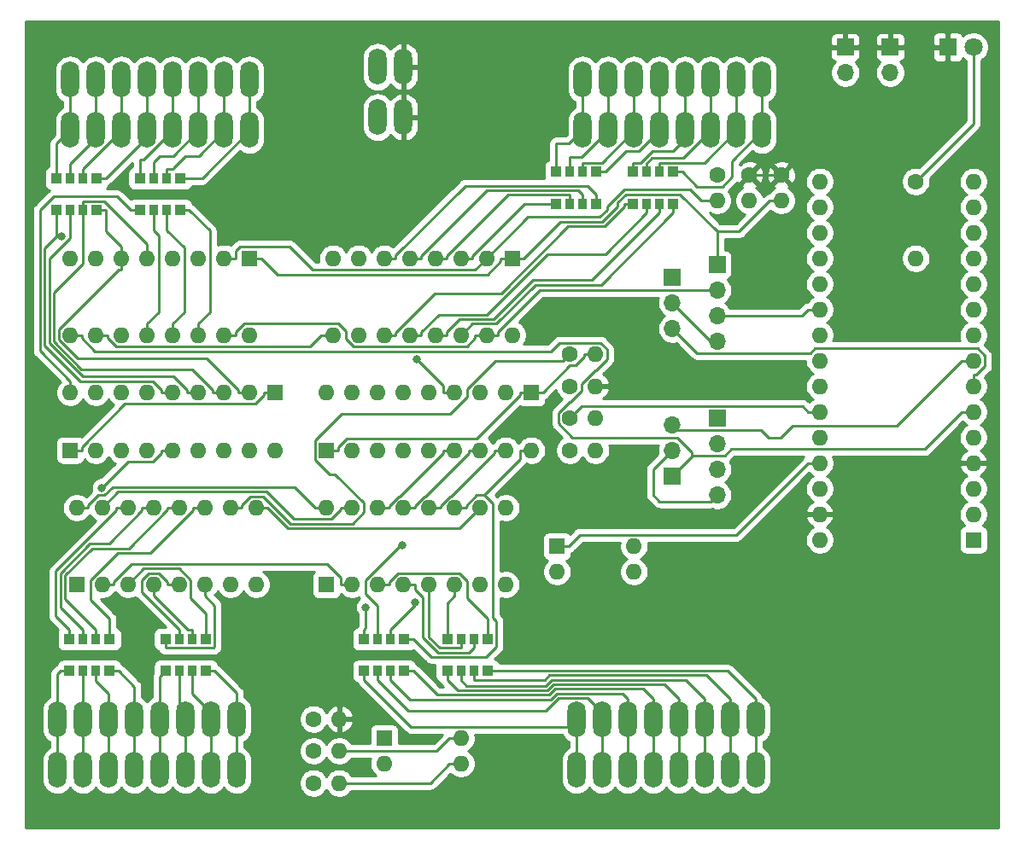
<source format=gbr>
%TF.GenerationSoftware,KiCad,Pcbnew,5.1.8-db9833491~87~ubuntu18.04.1*%
%TF.CreationDate,2020-11-25T14:18:46+01:00*%
%TF.ProjectId,Mqtt32input,4d717474-3332-4696-9e70-75742e6b6963,rev?*%
%TF.SameCoordinates,Original*%
%TF.FileFunction,Copper,L1,Top*%
%TF.FilePolarity,Positive*%
%FSLAX46Y46*%
G04 Gerber Fmt 4.6, Leading zero omitted, Abs format (unit mm)*
G04 Created by KiCad (PCBNEW 5.1.8-db9833491~87~ubuntu18.04.1) date 2020-11-25 14:18:46*
%MOMM*%
%LPD*%
G01*
G04 APERTURE LIST*
%TA.AperFunction,ComponentPad*%
%ADD10O,1.700000X1.700000*%
%TD*%
%TA.AperFunction,ComponentPad*%
%ADD11R,1.700000X1.700000*%
%TD*%
%TA.AperFunction,ComponentPad*%
%ADD12O,1.800000X3.600000*%
%TD*%
%TA.AperFunction,ComponentPad*%
%ADD13O,1.600000X1.600000*%
%TD*%
%TA.AperFunction,ComponentPad*%
%ADD14R,1.600000X1.600000*%
%TD*%
%TA.AperFunction,SMDPad,CuDef*%
%ADD15R,0.930000X1.140000*%
%TD*%
%TA.AperFunction,SMDPad,CuDef*%
%ADD16R,1.130000X1.140000*%
%TD*%
%TA.AperFunction,ComponentPad*%
%ADD17C,1.600000*%
%TD*%
%TA.AperFunction,ComponentPad*%
%ADD18R,1.800000X1.800000*%
%TD*%
%TA.AperFunction,ComponentPad*%
%ADD19C,1.800000*%
%TD*%
%TA.AperFunction,ViaPad*%
%ADD20C,0.800000*%
%TD*%
%TA.AperFunction,Conductor*%
%ADD21C,0.250000*%
%TD*%
%TA.AperFunction,Conductor*%
%ADD22C,0.254000*%
%TD*%
%TA.AperFunction,Conductor*%
%ADD23C,0.100000*%
%TD*%
G04 APERTURE END LIST*
D10*
%TO.P,J8,3*%
%TO.N,Net-(A1-Pad8)*%
X167640000Y-63500000D03*
%TO.P,J8,2*%
%TO.N,Net-(J10-Pad4)*%
X167640000Y-66040000D03*
D11*
%TO.P,J8,1*%
%TO.N,Net-(A1-Pad6)*%
X167640000Y-68580000D03*
%TD*%
D10*
%TO.P,J7,3*%
%TO.N,Net-(A1-Pad7)*%
X167640000Y-53975000D03*
%TO.P,J7,2*%
%TO.N,Net-(J6-Pad4)*%
X167640000Y-51435000D03*
D11*
%TO.P,J7,1*%
%TO.N,Net-(J7-Pad1)*%
X167640000Y-48895000D03*
%TD*%
D12*
%TO.P,J4,A1*%
%TO.N,Net-(J4-PadA1)*%
X176530000Y-34250000D03*
%TO.P,J4,B1*%
X176530000Y-29250000D03*
%TO.P,J4,A2*%
%TO.N,Net-(J4-PadA2)*%
X173990000Y-34250000D03*
%TO.P,J4,B2*%
X173990000Y-29250000D03*
%TO.P,J4,A3*%
%TO.N,Net-(J4-PadA3)*%
X171450000Y-34250000D03*
%TO.P,J4,B3*%
X171450000Y-29250000D03*
%TO.P,J4,A4*%
%TO.N,Net-(J4-PadA4)*%
X168910000Y-34250000D03*
%TO.P,J4,B4*%
X168910000Y-29250000D03*
%TO.P,J4,A5*%
%TO.N,Net-(J4-PadA5)*%
X166370000Y-34250000D03*
%TO.P,J4,B5*%
X166370000Y-29250000D03*
%TO.P,J4,A6*%
%TO.N,Net-(J4-PadA6)*%
X163830000Y-34250000D03*
%TO.P,J4,B6*%
X163830000Y-29250000D03*
%TO.P,J4,A7*%
%TO.N,Net-(J4-PadA7)*%
X161290000Y-34250000D03*
%TO.P,J4,B7*%
X161290000Y-29250000D03*
%TO.P,J4,A8*%
%TO.N,Net-(J4-PadA8)*%
X158750000Y-34250000D03*
%TO.P,J4,B8*%
X158750000Y-29250000D03*
%TD*%
D13*
%TO.P,U3,16*%
%TO.N,+5V*%
X133350000Y-71755000D03*
%TO.P,U3,8*%
%TO.N,Net-(R11-Pad2)*%
X151130000Y-79375000D03*
%TO.P,U3,15*%
%TO.N,/CE*%
X135890000Y-71755000D03*
%TO.P,U3,7*%
%TO.N,N/C*%
X148590000Y-79375000D03*
%TO.P,U3,14*%
%TO.N,Net-(RN7-Pad6)*%
X138430000Y-71755000D03*
%TO.P,U3,6*%
%TO.N,Net-(RN7-Pad2)*%
X146050000Y-79375000D03*
%TO.P,U3,13*%
%TO.N,Net-(RN7-Pad7)*%
X140970000Y-71755000D03*
%TO.P,U3,5*%
%TO.N,Net-(RN7-Pad3)*%
X143510000Y-79375000D03*
%TO.P,U3,12*%
%TO.N,Net-(RN7-Pad8)*%
X143510000Y-71755000D03*
%TO.P,U3,4*%
%TO.N,Net-(RN7-Pad4)*%
X140970000Y-79375000D03*
%TO.P,U3,11*%
%TO.N,Net-(RN7-Pad9)*%
X146050000Y-71755000D03*
%TO.P,U3,3*%
%TO.N,Net-(RN7-Pad5)*%
X138430000Y-79375000D03*
%TO.P,U3,10*%
%TO.N,Net-(U3-Pad10)*%
X148590000Y-71755000D03*
%TO.P,U3,2*%
%TO.N,/CP*%
X135890000Y-79375000D03*
%TO.P,U3,9*%
%TO.N,Net-(U2-Pad10)*%
X151130000Y-71755000D03*
D14*
%TO.P,U3,1*%
%TO.N,/PL*%
X133350000Y-79375000D03*
%TD*%
D13*
%TO.P,U1,16*%
%TO.N,+5V*%
X125730000Y-54610000D03*
%TO.P,U1,8*%
%TO.N,Net-(R11-Pad2)*%
X107950000Y-46990000D03*
%TO.P,U1,15*%
%TO.N,/CE*%
X123190000Y-54610000D03*
%TO.P,U1,7*%
%TO.N,N/C*%
X110490000Y-46990000D03*
%TO.P,U1,14*%
%TO.N,Net-(RN1-Pad6)*%
X120650000Y-54610000D03*
%TO.P,U1,6*%
%TO.N,Net-(RN1-Pad2)*%
X113030000Y-46990000D03*
%TO.P,U1,13*%
%TO.N,Net-(RN1-Pad7)*%
X118110000Y-54610000D03*
%TO.P,U1,5*%
%TO.N,Net-(RN1-Pad3)*%
X115570000Y-46990000D03*
%TO.P,U1,12*%
%TO.N,Net-(RN1-Pad8)*%
X115570000Y-54610000D03*
%TO.P,U1,4*%
%TO.N,Net-(RN1-Pad4)*%
X118110000Y-46990000D03*
%TO.P,U1,11*%
%TO.N,Net-(RN1-Pad9)*%
X113030000Y-54610000D03*
%TO.P,U1,3*%
%TO.N,Net-(RN1-Pad5)*%
X120650000Y-46990000D03*
%TO.P,U1,10*%
%TO.N,Net-(U1-Pad10)*%
X110490000Y-54610000D03*
%TO.P,U1,2*%
%TO.N,/CP*%
X123190000Y-46990000D03*
%TO.P,U1,9*%
%TO.N,Net-(A1-Pad6)*%
X107950000Y-54610000D03*
D14*
%TO.P,U1,1*%
%TO.N,/PL*%
X125730000Y-46990000D03*
%TD*%
D13*
%TO.P,SW2,4*%
%TO.N,Net-(R9-Pad2)*%
X163830000Y-75565000D03*
%TO.P,SW2,2*%
%TO.N,+5V*%
X156210000Y-78105000D03*
%TO.P,SW2,3*%
%TO.N,Net-(R10-Pad2)*%
X163830000Y-78105000D03*
D14*
%TO.P,SW2,1*%
%TO.N,+5V*%
X156210000Y-75565000D03*
%TD*%
D15*
%TO.P,RN12,6*%
%TO.N,Net-(RN10-Pad3)*%
X118745000Y-84770000D03*
%TO.P,RN12,7*%
%TO.N,Net-(RN10-Pad4)*%
X120015000Y-84770000D03*
D16*
%TO.P,RN12,8*%
%TO.N,Net-(RN10-Pad5)*%
X121385000Y-84770000D03*
%TO.P,RN12,4*%
%TO.N,Net-(J9-PadA8)*%
X121385000Y-87950000D03*
D15*
%TO.P,RN12,3*%
%TO.N,Net-(J9-PadA7)*%
X120015000Y-87950000D03*
%TO.P,RN12,2*%
%TO.N,Net-(J9-PadA6)*%
X118745000Y-87950000D03*
D16*
%TO.P,RN12,1*%
%TO.N,Net-(J9-PadA5)*%
X117375000Y-87950000D03*
%TO.P,RN12,5*%
%TO.N,Net-(RN10-Pad2)*%
X117375000Y-84770000D03*
%TD*%
D15*
%TO.P,RN11,6*%
%TO.N,Net-(RN10-Pad7)*%
X109220000Y-84770000D03*
%TO.P,RN11,7*%
%TO.N,Net-(RN10-Pad8)*%
X110490000Y-84770000D03*
D16*
%TO.P,RN11,8*%
%TO.N,Net-(RN10-Pad9)*%
X111860000Y-84770000D03*
%TO.P,RN11,4*%
%TO.N,Net-(J9-PadA4)*%
X111860000Y-87950000D03*
D15*
%TO.P,RN11,3*%
%TO.N,Net-(J9-PadA3)*%
X110490000Y-87950000D03*
%TO.P,RN11,2*%
%TO.N,Net-(J9-PadA2)*%
X109220000Y-87950000D03*
D16*
%TO.P,RN11,1*%
%TO.N,Net-(J9-PadA1)*%
X107850000Y-87950000D03*
%TO.P,RN11,5*%
%TO.N,Net-(RN10-Pad6)*%
X107850000Y-84770000D03*
%TD*%
D13*
%TO.P,RN10,9*%
%TO.N,Net-(RN10-Pad9)*%
X128270000Y-66040000D03*
%TO.P,RN10,8*%
%TO.N,Net-(RN10-Pad8)*%
X125730000Y-66040000D03*
%TO.P,RN10,7*%
%TO.N,Net-(RN10-Pad7)*%
X123190000Y-66040000D03*
%TO.P,RN10,6*%
%TO.N,Net-(RN10-Pad6)*%
X120650000Y-66040000D03*
%TO.P,RN10,5*%
%TO.N,Net-(RN10-Pad5)*%
X118110000Y-66040000D03*
%TO.P,RN10,4*%
%TO.N,Net-(RN10-Pad4)*%
X115570000Y-66040000D03*
%TO.P,RN10,3*%
%TO.N,Net-(RN10-Pad3)*%
X113030000Y-66040000D03*
%TO.P,RN10,2*%
%TO.N,Net-(RN10-Pad2)*%
X110490000Y-66040000D03*
D14*
%TO.P,RN10,1*%
%TO.N,Net-(R11-Pad2)*%
X107950000Y-66040000D03*
%TD*%
D15*
%TO.P,RN9,6*%
%TO.N,Net-(RN7-Pad3)*%
X146685000Y-84770000D03*
%TO.P,RN9,7*%
%TO.N,Net-(RN7-Pad4)*%
X147955000Y-84770000D03*
D16*
%TO.P,RN9,8*%
%TO.N,Net-(RN7-Pad5)*%
X149325000Y-84770000D03*
%TO.P,RN9,4*%
%TO.N,Net-(J5-PadA8)*%
X149325000Y-87950000D03*
D15*
%TO.P,RN9,3*%
%TO.N,Net-(J5-PadA7)*%
X147955000Y-87950000D03*
%TO.P,RN9,2*%
%TO.N,Net-(J5-PadA6)*%
X146685000Y-87950000D03*
D16*
%TO.P,RN9,1*%
%TO.N,Net-(J5-PadA5)*%
X145315000Y-87950000D03*
%TO.P,RN9,5*%
%TO.N,Net-(RN7-Pad2)*%
X145315000Y-84770000D03*
%TD*%
D15*
%TO.P,RN8,6*%
%TO.N,Net-(RN7-Pad7)*%
X138430000Y-84770000D03*
%TO.P,RN8,7*%
%TO.N,Net-(RN7-Pad8)*%
X139700000Y-84770000D03*
D16*
%TO.P,RN8,8*%
%TO.N,Net-(RN7-Pad9)*%
X141070000Y-84770000D03*
%TO.P,RN8,4*%
%TO.N,Net-(J5-PadA4)*%
X141070000Y-87950000D03*
D15*
%TO.P,RN8,3*%
%TO.N,Net-(J5-PadA3)*%
X139700000Y-87950000D03*
%TO.P,RN8,2*%
%TO.N,Net-(J5-PadA2)*%
X138430000Y-87950000D03*
D16*
%TO.P,RN8,1*%
%TO.N,Net-(J5-PadA1)*%
X137060000Y-87950000D03*
%TO.P,RN8,5*%
%TO.N,Net-(RN7-Pad6)*%
X137060000Y-84770000D03*
%TD*%
D13*
%TO.P,RN7,9*%
%TO.N,Net-(RN7-Pad9)*%
X153670000Y-66040000D03*
%TO.P,RN7,8*%
%TO.N,Net-(RN7-Pad8)*%
X151130000Y-66040000D03*
%TO.P,RN7,7*%
%TO.N,Net-(RN7-Pad7)*%
X148590000Y-66040000D03*
%TO.P,RN7,6*%
%TO.N,Net-(RN7-Pad6)*%
X146050000Y-66040000D03*
%TO.P,RN7,5*%
%TO.N,Net-(RN7-Pad5)*%
X143510000Y-66040000D03*
%TO.P,RN7,4*%
%TO.N,Net-(RN7-Pad4)*%
X140970000Y-66040000D03*
%TO.P,RN7,3*%
%TO.N,Net-(RN7-Pad3)*%
X138430000Y-66040000D03*
%TO.P,RN7,2*%
%TO.N,Net-(RN7-Pad2)*%
X135890000Y-66040000D03*
D14*
%TO.P,RN7,1*%
%TO.N,Net-(R11-Pad2)*%
X133350000Y-66040000D03*
%TD*%
D15*
%TO.P,RN6,6*%
%TO.N,Net-(RN4-Pad3)*%
X158750000Y-41595000D03*
%TO.P,RN6,7*%
%TO.N,Net-(RN4-Pad4)*%
X157480000Y-41595000D03*
D16*
%TO.P,RN6,8*%
%TO.N,Net-(RN4-Pad5)*%
X156110000Y-41595000D03*
%TO.P,RN6,4*%
%TO.N,Net-(J4-PadA8)*%
X156110000Y-38415000D03*
D15*
%TO.P,RN6,3*%
%TO.N,Net-(J4-PadA7)*%
X157480000Y-38415000D03*
%TO.P,RN6,2*%
%TO.N,Net-(J4-PadA6)*%
X158750000Y-38415000D03*
D16*
%TO.P,RN6,1*%
%TO.N,Net-(J4-PadA5)*%
X160120000Y-38415000D03*
%TO.P,RN6,5*%
%TO.N,Net-(RN4-Pad2)*%
X160120000Y-41595000D03*
%TD*%
D15*
%TO.P,RN5,6*%
%TO.N,Net-(RN4-Pad7)*%
X166370000Y-41595000D03*
%TO.P,RN5,7*%
%TO.N,Net-(RN4-Pad8)*%
X165100000Y-41595000D03*
D16*
%TO.P,RN5,8*%
%TO.N,Net-(RN4-Pad9)*%
X163730000Y-41595000D03*
%TO.P,RN5,4*%
%TO.N,Net-(J4-PadA4)*%
X163730000Y-38415000D03*
D15*
%TO.P,RN5,3*%
%TO.N,Net-(J4-PadA3)*%
X165100000Y-38415000D03*
%TO.P,RN5,2*%
%TO.N,Net-(J4-PadA2)*%
X166370000Y-38415000D03*
D16*
%TO.P,RN5,1*%
%TO.N,Net-(J4-PadA1)*%
X167740000Y-38415000D03*
%TO.P,RN5,5*%
%TO.N,Net-(RN4-Pad6)*%
X167740000Y-41595000D03*
%TD*%
D13*
%TO.P,RN4,9*%
%TO.N,Net-(RN4-Pad9)*%
X133350000Y-60325000D03*
%TO.P,RN4,8*%
%TO.N,Net-(RN4-Pad8)*%
X135890000Y-60325000D03*
%TO.P,RN4,7*%
%TO.N,Net-(RN4-Pad7)*%
X138430000Y-60325000D03*
%TO.P,RN4,6*%
%TO.N,Net-(RN4-Pad6)*%
X140970000Y-60325000D03*
%TO.P,RN4,5*%
%TO.N,Net-(RN4-Pad5)*%
X143510000Y-60325000D03*
%TO.P,RN4,4*%
%TO.N,Net-(RN4-Pad4)*%
X146050000Y-60325000D03*
%TO.P,RN4,3*%
%TO.N,Net-(RN4-Pad3)*%
X148590000Y-60325000D03*
%TO.P,RN4,2*%
%TO.N,Net-(RN4-Pad2)*%
X151130000Y-60325000D03*
D14*
%TO.P,RN4,1*%
%TO.N,Net-(R11-Pad2)*%
X153670000Y-60325000D03*
%TD*%
D15*
%TO.P,RN3,6*%
%TO.N,Net-(RN1-Pad3)*%
X109220000Y-42230000D03*
%TO.P,RN3,7*%
%TO.N,Net-(RN1-Pad4)*%
X107950000Y-42230000D03*
D16*
%TO.P,RN3,8*%
%TO.N,Net-(RN1-Pad5)*%
X106580000Y-42230000D03*
%TO.P,RN3,4*%
%TO.N,Net-(J1-PadA8)*%
X106580000Y-39050000D03*
D15*
%TO.P,RN3,3*%
%TO.N,Net-(J1-PadA7)*%
X107950000Y-39050000D03*
%TO.P,RN3,2*%
%TO.N,Net-(J1-PadA6)*%
X109220000Y-39050000D03*
D16*
%TO.P,RN3,1*%
%TO.N,Net-(J1-PadA5)*%
X110590000Y-39050000D03*
%TO.P,RN3,5*%
%TO.N,Net-(RN1-Pad2)*%
X110590000Y-42230000D03*
%TD*%
D15*
%TO.P,RN2,6*%
%TO.N,Net-(RN1-Pad7)*%
X117475000Y-42230000D03*
%TO.P,RN2,7*%
%TO.N,Net-(RN1-Pad8)*%
X116205000Y-42230000D03*
D16*
%TO.P,RN2,8*%
%TO.N,Net-(RN1-Pad9)*%
X114835000Y-42230000D03*
%TO.P,RN2,4*%
%TO.N,Net-(J1-PadA4)*%
X114835000Y-39050000D03*
D15*
%TO.P,RN2,3*%
%TO.N,Net-(J1-PadA3)*%
X116205000Y-39050000D03*
%TO.P,RN2,2*%
%TO.N,Net-(J1-PadA2)*%
X117475000Y-39050000D03*
D16*
%TO.P,RN2,1*%
%TO.N,Net-(J1-PadA1)*%
X118845000Y-39050000D03*
%TO.P,RN2,5*%
%TO.N,Net-(RN1-Pad6)*%
X118845000Y-42230000D03*
%TD*%
D13*
%TO.P,RN1,9*%
%TO.N,Net-(RN1-Pad9)*%
X107950000Y-60325000D03*
%TO.P,RN1,8*%
%TO.N,Net-(RN1-Pad8)*%
X110490000Y-60325000D03*
%TO.P,RN1,7*%
%TO.N,Net-(RN1-Pad7)*%
X113030000Y-60325000D03*
%TO.P,RN1,6*%
%TO.N,Net-(RN1-Pad6)*%
X115570000Y-60325000D03*
%TO.P,RN1,5*%
%TO.N,Net-(RN1-Pad5)*%
X118110000Y-60325000D03*
%TO.P,RN1,4*%
%TO.N,Net-(RN1-Pad4)*%
X120650000Y-60325000D03*
%TO.P,RN1,3*%
%TO.N,Net-(RN1-Pad3)*%
X123190000Y-60325000D03*
%TO.P,RN1,2*%
%TO.N,Net-(RN1-Pad2)*%
X125730000Y-60325000D03*
D14*
%TO.P,RN1,1*%
%TO.N,Net-(R11-Pad2)*%
X128270000Y-60325000D03*
%TD*%
D13*
%TO.P,R11,2*%
%TO.N,Net-(R11-Pad2)*%
X160020000Y-56515000D03*
D17*
%TO.P,R11,1*%
%TO.N,Net-(J7-Pad1)*%
X157480000Y-56515000D03*
%TD*%
D13*
%TO.P,R10,2*%
%TO.N,Net-(R10-Pad2)*%
X160020000Y-66040000D03*
D17*
%TO.P,R10,1*%
%TO.N,Net-(A1-Pad25)*%
X157480000Y-66040000D03*
%TD*%
D13*
%TO.P,R9,2*%
%TO.N,Net-(R9-Pad2)*%
X160020000Y-62865000D03*
D17*
%TO.P,R9,1*%
%TO.N,Net-(A1-Pad25)*%
X157480000Y-62865000D03*
%TD*%
D13*
%TO.P,R8,2*%
%TO.N,Earth*%
X160020000Y-59690000D03*
D17*
%TO.P,R8,1*%
%TO.N,Net-(A1-Pad25)*%
X157480000Y-59690000D03*
%TD*%
D10*
%TO.P,J10,4*%
%TO.N,Net-(J10-Pad4)*%
X172085000Y-70485000D03*
%TO.P,J10,3*%
%TO.N,/CP*%
X172085000Y-67945000D03*
%TO.P,J10,2*%
%TO.N,/CE*%
X172085000Y-65405000D03*
D11*
%TO.P,J10,1*%
%TO.N,/PL*%
X172085000Y-62865000D03*
%TD*%
D12*
%TO.P,J9,B8*%
%TO.N,Net-(J9-PadA8)*%
X124460000Y-97750000D03*
%TO.P,J9,A8*%
X124460000Y-92750000D03*
%TO.P,J9,B7*%
%TO.N,Net-(J9-PadA7)*%
X121920000Y-97750000D03*
%TO.P,J9,A7*%
X121920000Y-92750000D03*
%TO.P,J9,B6*%
%TO.N,Net-(J9-PadA6)*%
X119380000Y-97750000D03*
%TO.P,J9,A6*%
X119380000Y-92750000D03*
%TO.P,J9,B5*%
%TO.N,Net-(J9-PadA5)*%
X116840000Y-97750000D03*
%TO.P,J9,A5*%
X116840000Y-92750000D03*
%TO.P,J9,B4*%
%TO.N,Net-(J9-PadA4)*%
X114300000Y-97750000D03*
%TO.P,J9,A4*%
X114300000Y-92750000D03*
%TO.P,J9,B3*%
%TO.N,Net-(J9-PadA3)*%
X111760000Y-97750000D03*
%TO.P,J9,A3*%
X111760000Y-92750000D03*
%TO.P,J9,B2*%
%TO.N,Net-(J9-PadA2)*%
X109220000Y-97750000D03*
%TO.P,J9,A2*%
X109220000Y-92750000D03*
%TO.P,J9,B1*%
%TO.N,Net-(J9-PadA1)*%
X106680000Y-97750000D03*
%TO.P,J9,A1*%
X106680000Y-92750000D03*
%TD*%
D10*
%TO.P,J6,4*%
%TO.N,Net-(J6-Pad4)*%
X172085000Y-55245000D03*
%TO.P,J6,3*%
%TO.N,/CP*%
X172085000Y-52705000D03*
%TO.P,J6,2*%
%TO.N,/CE*%
X172085000Y-50165000D03*
D11*
%TO.P,J6,1*%
%TO.N,/PL*%
X172085000Y-47625000D03*
%TD*%
D12*
%TO.P,J5,B8*%
%TO.N,Net-(J5-PadA8)*%
X175895000Y-97750000D03*
%TO.P,J5,A8*%
X175895000Y-92750000D03*
%TO.P,J5,B7*%
%TO.N,Net-(J5-PadA7)*%
X173355000Y-97750000D03*
%TO.P,J5,A7*%
X173355000Y-92750000D03*
%TO.P,J5,B6*%
%TO.N,Net-(J5-PadA6)*%
X170815000Y-97750000D03*
%TO.P,J5,A6*%
X170815000Y-92750000D03*
%TO.P,J5,B5*%
%TO.N,Net-(J5-PadA5)*%
X168275000Y-97750000D03*
%TO.P,J5,A5*%
X168275000Y-92750000D03*
%TO.P,J5,B4*%
%TO.N,Net-(J5-PadA4)*%
X165735000Y-97750000D03*
%TO.P,J5,A4*%
X165735000Y-92750000D03*
%TO.P,J5,B3*%
%TO.N,Net-(J5-PadA3)*%
X163195000Y-97750000D03*
%TO.P,J5,A3*%
X163195000Y-92750000D03*
%TO.P,J5,B2*%
%TO.N,Net-(J5-PadA2)*%
X160655000Y-97750000D03*
%TO.P,J5,A2*%
X160655000Y-92750000D03*
%TO.P,J5,B1*%
%TO.N,Net-(J5-PadA1)*%
X158115000Y-97750000D03*
%TO.P,J5,A1*%
X158115000Y-92750000D03*
%TD*%
D10*
%TO.P,J3,2*%
%TO.N,Net-(A1-Pad12)*%
X189230000Y-28575000D03*
D11*
%TO.P,J3,1*%
%TO.N,Earth*%
X189230000Y-26035000D03*
%TD*%
D10*
%TO.P,J2,2*%
%TO.N,Net-(A1-Pad9)*%
X184785000Y-28575000D03*
D11*
%TO.P,J2,1*%
%TO.N,Earth*%
X184785000Y-26035000D03*
%TD*%
D14*
%TO.P,A1,1*%
%TO.N,N/C*%
X197485000Y-74930000D03*
D13*
%TO.P,A1,17*%
X182245000Y-41910000D03*
%TO.P,A1,2*%
X197485000Y-72390000D03*
%TO.P,A1,18*%
X182245000Y-44450000D03*
%TO.P,A1,3*%
X197485000Y-69850000D03*
%TO.P,A1,19*%
%TO.N,/PL*%
X182245000Y-46990000D03*
%TO.P,A1,4*%
%TO.N,Earth*%
X197485000Y-67310000D03*
%TO.P,A1,20*%
%TO.N,/CE*%
X182245000Y-49530000D03*
%TO.P,A1,5*%
%TO.N,Net-(A1-Pad5)*%
X197485000Y-64770000D03*
%TO.P,A1,21*%
%TO.N,/CP*%
X182245000Y-52070000D03*
%TO.P,A1,6*%
%TO.N,Net-(A1-Pad6)*%
X197485000Y-62230000D03*
%TO.P,A1,22*%
%TO.N,N/C*%
X182245000Y-54610000D03*
%TO.P,A1,7*%
%TO.N,Net-(A1-Pad7)*%
X197485000Y-59690000D03*
%TO.P,A1,23*%
%TO.N,N/C*%
X182245000Y-57150000D03*
%TO.P,A1,8*%
%TO.N,Net-(A1-Pad8)*%
X197485000Y-57150000D03*
%TO.P,A1,24*%
%TO.N,N/C*%
X182245000Y-59690000D03*
%TO.P,A1,9*%
%TO.N,Net-(A1-Pad9)*%
X197485000Y-54610000D03*
%TO.P,A1,25*%
%TO.N,Net-(A1-Pad25)*%
X182245000Y-62230000D03*
%TO.P,A1,10*%
%TO.N,N/C*%
X197485000Y-52070000D03*
%TO.P,A1,26*%
%TO.N,Net-(A1-Pad26)*%
X182245000Y-64770000D03*
%TO.P,A1,11*%
%TO.N,N/C*%
X197485000Y-49530000D03*
%TO.P,A1,27*%
%TO.N,+5V*%
X182245000Y-67310000D03*
%TO.P,A1,12*%
%TO.N,Net-(A1-Pad12)*%
X197485000Y-46990000D03*
%TO.P,A1,28*%
%TO.N,N/C*%
X182245000Y-69850000D03*
%TO.P,A1,13*%
X197485000Y-44450000D03*
%TO.P,A1,29*%
%TO.N,Earth*%
X182245000Y-72390000D03*
%TO.P,A1,14*%
%TO.N,N/C*%
X197485000Y-41910000D03*
%TO.P,A1,30*%
X182245000Y-74930000D03*
%TO.P,A1,15*%
X197485000Y-39370000D03*
%TO.P,A1,16*%
X182245000Y-39370000D03*
%TD*%
%TO.P,R1,2*%
%TO.N,/CP*%
X172085000Y-41275000D03*
D17*
%TO.P,R1,1*%
%TO.N,Earth*%
X172085000Y-38735000D03*
%TD*%
%TO.P,R2,1*%
%TO.N,Earth*%
X175260000Y-38735000D03*
D13*
%TO.P,R2,2*%
%TO.N,/CE*%
X175260000Y-41275000D03*
%TD*%
D17*
%TO.P,R3,1*%
%TO.N,Earth*%
X178435000Y-38735000D03*
D13*
%TO.P,R3,2*%
%TO.N,/PL*%
X178435000Y-41275000D03*
%TD*%
D14*
%TO.P,U2,1*%
%TO.N,/PL*%
X151765000Y-46990000D03*
D13*
%TO.P,U2,9*%
%TO.N,Net-(U1-Pad10)*%
X133985000Y-54610000D03*
%TO.P,U2,2*%
%TO.N,/CP*%
X149225000Y-46990000D03*
%TO.P,U2,10*%
%TO.N,Net-(U2-Pad10)*%
X136525000Y-54610000D03*
%TO.P,U2,3*%
%TO.N,Net-(RN4-Pad5)*%
X146685000Y-46990000D03*
%TO.P,U2,11*%
%TO.N,Net-(RN4-Pad9)*%
X139065000Y-54610000D03*
%TO.P,U2,4*%
%TO.N,Net-(RN4-Pad4)*%
X144145000Y-46990000D03*
%TO.P,U2,12*%
%TO.N,Net-(RN4-Pad8)*%
X141605000Y-54610000D03*
%TO.P,U2,5*%
%TO.N,Net-(RN4-Pad3)*%
X141605000Y-46990000D03*
%TO.P,U2,13*%
%TO.N,Net-(RN4-Pad7)*%
X144145000Y-54610000D03*
%TO.P,U2,6*%
%TO.N,Net-(RN4-Pad2)*%
X139065000Y-46990000D03*
%TO.P,U2,14*%
%TO.N,Net-(RN4-Pad6)*%
X146685000Y-54610000D03*
%TO.P,U2,7*%
%TO.N,N/C*%
X136525000Y-46990000D03*
%TO.P,U2,15*%
%TO.N,/CE*%
X149225000Y-54610000D03*
%TO.P,U2,8*%
%TO.N,Net-(R11-Pad2)*%
X133985000Y-46990000D03*
%TO.P,U2,16*%
%TO.N,+5V*%
X151765000Y-54610000D03*
%TD*%
%TO.P,U4,16*%
%TO.N,+5V*%
X108585000Y-71755000D03*
%TO.P,U4,8*%
%TO.N,Net-(R11-Pad2)*%
X126365000Y-79375000D03*
%TO.P,U4,15*%
%TO.N,/CE*%
X111125000Y-71755000D03*
%TO.P,U4,7*%
%TO.N,N/C*%
X123825000Y-79375000D03*
%TO.P,U4,14*%
%TO.N,Net-(RN10-Pad6)*%
X113665000Y-71755000D03*
%TO.P,U4,6*%
%TO.N,Net-(RN10-Pad2)*%
X121285000Y-79375000D03*
%TO.P,U4,13*%
%TO.N,Net-(RN10-Pad7)*%
X116205000Y-71755000D03*
%TO.P,U4,5*%
%TO.N,Net-(RN10-Pad3)*%
X118745000Y-79375000D03*
%TO.P,U4,12*%
%TO.N,Net-(RN10-Pad8)*%
X118745000Y-71755000D03*
%TO.P,U4,4*%
%TO.N,Net-(RN10-Pad4)*%
X116205000Y-79375000D03*
%TO.P,U4,11*%
%TO.N,Net-(RN10-Pad9)*%
X121285000Y-71755000D03*
%TO.P,U4,3*%
%TO.N,Net-(RN10-Pad5)*%
X113665000Y-79375000D03*
%TO.P,U4,10*%
%TO.N,Net-(J7-Pad1)*%
X123825000Y-71755000D03*
%TO.P,U4,2*%
%TO.N,/CP*%
X111125000Y-79375000D03*
%TO.P,U4,9*%
%TO.N,Net-(U3-Pad10)*%
X126365000Y-71755000D03*
D14*
%TO.P,U4,1*%
%TO.N,/PL*%
X108585000Y-79375000D03*
%TD*%
D17*
%TO.P,R4,1*%
%TO.N,Net-(A1-Pad26)*%
X132080000Y-92710000D03*
D13*
%TO.P,R4,2*%
%TO.N,Earth*%
X134620000Y-92710000D03*
%TD*%
%TO.P,R5,2*%
%TO.N,Net-(R5-Pad2)*%
X134620000Y-95885000D03*
D17*
%TO.P,R5,1*%
%TO.N,Net-(A1-Pad26)*%
X132080000Y-95885000D03*
%TD*%
%TO.P,R6,1*%
%TO.N,Net-(A1-Pad26)*%
X132080000Y-99060000D03*
D13*
%TO.P,R6,2*%
%TO.N,Net-(R6-Pad2)*%
X134620000Y-99060000D03*
%TD*%
D14*
%TO.P,SW1,1*%
%TO.N,+5V*%
X139065000Y-94615000D03*
D13*
%TO.P,SW1,3*%
%TO.N,Net-(R6-Pad2)*%
X146685000Y-97155000D03*
%TO.P,SW1,2*%
%TO.N,+5V*%
X139065000Y-97155000D03*
%TO.P,SW1,4*%
%TO.N,Net-(R5-Pad2)*%
X146685000Y-94615000D03*
%TD*%
D18*
%TO.P,D1,1*%
%TO.N,Earth*%
X194945000Y-26035000D03*
D19*
%TO.P,D1,2*%
%TO.N,Net-(D1-Pad2)*%
X197485000Y-26035000D03*
%TD*%
D12*
%TO.P,J1,B8*%
%TO.N,Net-(J1-PadA8)*%
X107950000Y-29250000D03*
%TO.P,J1,A8*%
X107950000Y-34250000D03*
%TO.P,J1,B7*%
%TO.N,Net-(J1-PadA7)*%
X110490000Y-29250000D03*
%TO.P,J1,A7*%
X110490000Y-34250000D03*
%TO.P,J1,B6*%
%TO.N,Net-(J1-PadA6)*%
X113030000Y-29250000D03*
%TO.P,J1,A6*%
X113030000Y-34250000D03*
%TO.P,J1,B5*%
%TO.N,Net-(J1-PadA5)*%
X115570000Y-29250000D03*
%TO.P,J1,A5*%
X115570000Y-34250000D03*
%TO.P,J1,B4*%
%TO.N,Net-(J1-PadA4)*%
X118110000Y-29250000D03*
%TO.P,J1,A4*%
X118110000Y-34250000D03*
%TO.P,J1,B3*%
%TO.N,Net-(J1-PadA3)*%
X120650000Y-29250000D03*
%TO.P,J1,A3*%
X120650000Y-34250000D03*
%TO.P,J1,B2*%
%TO.N,Net-(J1-PadA2)*%
X123190000Y-29250000D03*
%TO.P,J1,A2*%
X123190000Y-34250000D03*
%TO.P,J1,B1*%
%TO.N,Net-(J1-PadA1)*%
X125730000Y-29250000D03*
%TO.P,J1,A1*%
X125730000Y-34250000D03*
%TD*%
D17*
%TO.P,R7,1*%
%TO.N,Net-(D1-Pad2)*%
X191770000Y-39370000D03*
D13*
%TO.P,R7,2*%
%TO.N,Net-(A1-Pad5)*%
X191770000Y-46990000D03*
%TD*%
D12*
%TO.P,X1,A1*%
%TO.N,Earth*%
X140970000Y-32980000D03*
%TO.P,X1,B1*%
X140970000Y-27980000D03*
%TO.P,X1,A2*%
%TO.N,+5V*%
X138430000Y-32980000D03*
%TO.P,X1,B2*%
X138430000Y-27980000D03*
%TD*%
D20*
%TO.N,Net-(RN1-Pad5)*%
X107049100Y-44842800D03*
%TO.N,Net-(RN4-Pad4)*%
X142299500Y-57001300D03*
%TO.N,Net-(RN7-Pad8)*%
X142159400Y-81169500D03*
%TO.N,Net-(RN7-Pad7)*%
X140823200Y-75494400D03*
%TO.N,Net-(RN7-Pad6)*%
X137238200Y-81611800D03*
%TO.N,Net-(RN10-Pad5)*%
X111040400Y-69770700D03*
%TD*%
D21*
%TO.N,Earth*%
X184785000Y-26035000D02*
X189230000Y-26035000D01*
X178435000Y-38735000D02*
X175260000Y-38735000D01*
X194945000Y-26035000D02*
X189230000Y-26035000D01*
%TO.N,Net-(A1-Pad6)*%
X196359700Y-62230000D02*
X192644300Y-65945400D01*
X192644300Y-65945400D02*
X173493400Y-65945400D01*
X173493400Y-65945400D02*
X172828000Y-66610800D01*
X197485000Y-62230000D02*
X196359700Y-62230000D01*
%TO.N,Net-(J10-Pad4)*%
X168116100Y-65881100D02*
X167640000Y-65405000D01*
X168116100Y-66610800D02*
X168116100Y-65881100D01*
%TO.N,Net-(A1-Pad7)*%
X197485000Y-59690000D02*
X197485000Y-58564700D01*
X197485000Y-58564700D02*
X197766300Y-58564700D01*
X197766300Y-58564700D02*
X198624600Y-57706400D01*
X198624600Y-57706400D02*
X198624600Y-56691300D01*
X198624600Y-56691300D02*
X197887200Y-55953900D01*
X170085001Y-56420001D02*
X181309997Y-56420001D01*
X181776098Y-55953900D02*
X189938900Y-55953900D01*
X167640000Y-53975000D02*
X170085001Y-56420001D01*
X197887200Y-55953900D02*
X189938900Y-55953900D01*
X181309997Y-56420001D02*
X181776098Y-55953900D01*
X189938900Y-55953900D02*
X189858700Y-55953900D01*
%TO.N,Net-(A1-Pad8)*%
X189915000Y-63594700D02*
X196359700Y-57150000D01*
X167640000Y-63500000D02*
X168180001Y-64040001D01*
X177165000Y-64770000D02*
X178340300Y-64770000D01*
X196359700Y-57150000D02*
X197485000Y-57150000D01*
X176435001Y-64040001D02*
X177165000Y-64770000D01*
X178340300Y-64770000D02*
X179515600Y-63594700D01*
X168180001Y-64040001D02*
X176435001Y-64040001D01*
X179515600Y-63594700D02*
X189915000Y-63594700D01*
%TO.N,Net-(A1-Pad25)*%
X182245000Y-62230000D02*
X181119700Y-62230000D01*
X181119700Y-62230000D02*
X180576000Y-61686300D01*
X180576000Y-61686300D02*
X158658700Y-61686300D01*
X158658700Y-61686300D02*
X157480000Y-62865000D01*
%TO.N,+5V*%
X109710300Y-71755000D02*
X109710300Y-71525500D01*
X109710300Y-71525500D02*
X110739800Y-70496000D01*
X110739800Y-70496000D02*
X111340900Y-70496000D01*
X111340900Y-70496000D02*
X112128700Y-69708200D01*
X112128700Y-69708200D02*
X130177900Y-69708200D01*
X130177900Y-69708200D02*
X132224700Y-71755000D01*
X182245000Y-67310000D02*
X181119700Y-67310000D01*
X156210000Y-75565000D02*
X157335300Y-75565000D01*
X157335300Y-75565000D02*
X158460600Y-74439700D01*
X158460600Y-74439700D02*
X173990000Y-74439700D01*
X173990000Y-74439700D02*
X181119700Y-67310000D01*
X108585000Y-71755000D02*
X109710300Y-71755000D01*
X133350000Y-71755000D02*
X132224700Y-71755000D01*
%TO.N,Net-(R5-Pad2)*%
X146685000Y-94615000D02*
X145559700Y-94615000D01*
X145559700Y-94615000D02*
X144289700Y-95885000D01*
X144289700Y-95885000D02*
X134620000Y-95885000D01*
%TO.N,Net-(R6-Pad2)*%
X146685000Y-97155000D02*
X145559700Y-97155000D01*
X145559700Y-97155000D02*
X143654700Y-99060000D01*
X143654700Y-99060000D02*
X134620000Y-99060000D01*
%TO.N,Net-(J1-PadA1)*%
X125730000Y-32980000D02*
X125730000Y-33073300D01*
%TO.N,Net-(J1-PadA2)*%
X117475000Y-39050000D02*
X117475000Y-38154700D01*
X123190000Y-32980000D02*
X123190000Y-33137600D01*
X118172900Y-38154700D02*
X117475000Y-38154700D01*
%TO.N,Net-(J1-PadA3)*%
X120650000Y-32980000D02*
X120650000Y-33078000D01*
%TO.N,Net-(J1-PadA4)*%
X118110000Y-32980000D02*
X118110000Y-33934600D01*
X114835000Y-37209600D02*
X114835000Y-39050000D01*
%TO.N,Net-(J1-PadA5)*%
X110590000Y-39050000D02*
X111480300Y-39050000D01*
X115570000Y-32980000D02*
X115570000Y-35105300D01*
X115570000Y-35105300D02*
X115425000Y-35105300D01*
%TO.N,Net-(J1-PadA6)*%
X109220000Y-39050000D02*
X109220000Y-38154700D01*
X113030000Y-32980000D02*
X113030000Y-35105300D01*
X113030000Y-35105300D02*
X112269400Y-35105300D01*
%TO.N,Net-(J1-PadA7)*%
X110490000Y-32980000D02*
X110490000Y-35105300D01*
X107950000Y-37645300D02*
X107950000Y-39050000D01*
%TO.N,Net-(J4-PadA8)*%
X156110000Y-35620000D02*
X156110000Y-38415000D01*
%TO.N,Net-(J4-PadA7)*%
X161290000Y-32980000D02*
X161290000Y-33141400D01*
X157480000Y-36951400D02*
X157480000Y-38415000D01*
%TO.N,Net-(J4-PadA6)*%
X163830000Y-32980000D02*
X163830000Y-33093100D01*
%TO.N,Net-(J4-PadA5)*%
X166370000Y-32980000D02*
X166370000Y-33077700D01*
X161032700Y-38415000D02*
X160120000Y-38415000D01*
%TO.N,Net-(J4-PadA4)*%
X163730000Y-38415000D02*
X163730000Y-37519700D01*
X168910000Y-32980000D02*
X168910000Y-33093100D01*
X164483400Y-37519700D02*
X163730000Y-37519700D01*
%TO.N,Net-(J4-PadA3)*%
X171450000Y-32980000D02*
X171450000Y-33113000D01*
X165100000Y-38149400D02*
X165100000Y-38415000D01*
%TO.N,Net-(J4-PadA2)*%
X173990000Y-32980000D02*
X173990000Y-33116000D01*
%TO.N,Net-(D1-Pad2)*%
X191770000Y-39370000D02*
X197485000Y-33655000D01*
X197485000Y-33655000D02*
X197485000Y-26035000D01*
%TO.N,/PL*%
X152890300Y-46990000D02*
X156489500Y-43390800D01*
X156489500Y-43390800D02*
X160640700Y-43390800D01*
X160640700Y-43390800D02*
X162208700Y-41822800D01*
X162208700Y-41822800D02*
X162208700Y-41464600D01*
X162208700Y-41464600D02*
X163009800Y-40663500D01*
X163009800Y-40663500D02*
X168420500Y-40663500D01*
X168420500Y-40663500D02*
X172085000Y-44328000D01*
X151765000Y-46990000D02*
X150639700Y-46990000D01*
X151765000Y-46990000D02*
X152890300Y-46990000D01*
X172085000Y-44328000D02*
X172085000Y-47625000D01*
X177309700Y-41275000D02*
X174256700Y-44328000D01*
X174256700Y-44328000D02*
X172085000Y-44328000D01*
X126855300Y-46990000D02*
X128483000Y-48617700D01*
X128483000Y-48617700D02*
X149293300Y-48617700D01*
X149293300Y-48617700D02*
X150639700Y-47271300D01*
X150639700Y-47271300D02*
X150639700Y-46990000D01*
X125730000Y-46990000D02*
X126855300Y-46990000D01*
X178435000Y-41275000D02*
X177309700Y-41275000D01*
%TO.N,/CE*%
X134764700Y-71755000D02*
X134764700Y-71947800D01*
X134764700Y-71947800D02*
X133832200Y-72880300D01*
X133832200Y-72880300D02*
X130141000Y-72880300D01*
X130141000Y-72880300D02*
X127440100Y-70179400D01*
X127440100Y-70179400D02*
X112700600Y-70179400D01*
X112700600Y-70179400D02*
X111125000Y-71755000D01*
X149225000Y-54610000D02*
X148099700Y-54610000D01*
X123190000Y-54610000D02*
X124315300Y-54610000D01*
X124315300Y-54610000D02*
X124315300Y-54328700D01*
X124315300Y-54328700D02*
X125184900Y-53459100D01*
X125184900Y-53459100D02*
X134490800Y-53459100D01*
X134490800Y-53459100D02*
X135255000Y-54223300D01*
X135255000Y-54223300D02*
X135255000Y-54947100D01*
X135255000Y-54947100D02*
X136043200Y-55735300D01*
X136043200Y-55735300D02*
X147255800Y-55735300D01*
X147255800Y-55735300D02*
X148099700Y-54891400D01*
X148099700Y-54891400D02*
X148099700Y-54610000D01*
X150350300Y-54610000D02*
X150350300Y-54328700D01*
X150350300Y-54328700D02*
X154514000Y-50165000D01*
X154514000Y-50165000D02*
X172085000Y-50165000D01*
X149225000Y-54610000D02*
X150350300Y-54610000D01*
X135890000Y-71755000D02*
X134764700Y-71755000D01*
%TO.N,/CP*%
X135890000Y-79375000D02*
X134764700Y-79375000D01*
X111125000Y-79375000D02*
X112250300Y-79375000D01*
X112250300Y-79375000D02*
X112250300Y-79093700D01*
X112250300Y-79093700D02*
X113999100Y-77344900D01*
X113999100Y-77344900D02*
X133437900Y-77344900D01*
X133437900Y-77344900D02*
X134764700Y-78671700D01*
X134764700Y-78671700D02*
X134764700Y-79375000D01*
X172085000Y-41275000D02*
X170486500Y-41275000D01*
X170486500Y-41275000D02*
X169367600Y-40156100D01*
X169367600Y-40156100D02*
X162841500Y-40156100D01*
X162841500Y-40156100D02*
X161143400Y-41854200D01*
X161143400Y-41854200D02*
X161143400Y-42173700D01*
X161143400Y-42173700D02*
X160429800Y-42887300D01*
X160429800Y-42887300D02*
X153327700Y-42887300D01*
X153327700Y-42887300D02*
X149225000Y-46990000D01*
X124315300Y-46990000D02*
X124315300Y-46286700D01*
X124315300Y-46286700D02*
X124737400Y-45864600D01*
X124737400Y-45864600D02*
X129703700Y-45864600D01*
X129703700Y-45864600D02*
X131997500Y-48158400D01*
X131997500Y-48158400D02*
X148056600Y-48158400D01*
X148056600Y-48158400D02*
X149225000Y-46990000D01*
X123190000Y-46990000D02*
X124315300Y-46990000D01*
X182245000Y-52070000D02*
X181119700Y-52070000D01*
X181119700Y-52070000D02*
X180484700Y-52705000D01*
X180484700Y-52705000D02*
X172085000Y-52705000D01*
%TO.N,Net-(J5-PadA7)*%
X147955000Y-87950000D02*
X147955000Y-88845300D01*
%TO.N,Net-(J5-PadA6)*%
X147243200Y-89403500D02*
X146685000Y-88845300D01*
X146685000Y-87950000D02*
X146685000Y-88845300D01*
%TO.N,Net-(J5-PadA5)*%
X146323500Y-89853800D02*
X145315000Y-88845300D01*
X145315000Y-87950000D02*
X145315000Y-88845300D01*
%TO.N,Net-(J5-PadA4)*%
X141960300Y-87950000D02*
X144314400Y-90304100D01*
X141070000Y-87950000D02*
X141960300Y-87950000D01*
%TO.N,Net-(J5-PadA3)*%
X141609100Y-90754400D02*
X139700000Y-88845300D01*
X139700000Y-87950000D02*
X139700000Y-88845300D01*
%TO.N,Net-(J5-PadA2)*%
X138430000Y-87950000D02*
X138430000Y-88845300D01*
X141479400Y-91894700D02*
X138430000Y-88845300D01*
%TO.N,Net-(J5-PadA1)*%
X137060000Y-87950000D02*
X137060000Y-88845300D01*
X141704300Y-93489600D02*
X137060000Y-88845300D01*
%TO.N,Net-(J6-Pad4)*%
X171450000Y-55245000D02*
X172085000Y-55245000D01*
X167640000Y-51435000D02*
X171450000Y-55245000D01*
%TO.N,Net-(J7-Pad1)*%
X157480000Y-56515000D02*
X156805100Y-57189900D01*
X156805100Y-57189900D02*
X150090100Y-57189900D01*
X150090100Y-57189900D02*
X147320000Y-59960000D01*
X147320000Y-59960000D02*
X147320000Y-60720600D01*
X147320000Y-60720600D02*
X145592900Y-62447700D01*
X145592900Y-62447700D02*
X134868900Y-62447700D01*
X134868900Y-62447700D02*
X132224600Y-65092000D01*
X132224600Y-65092000D02*
X132224600Y-66975100D01*
X132224600Y-66975100D02*
X133652500Y-68403000D01*
X133652500Y-68403000D02*
X134190000Y-68403000D01*
X134190000Y-68403000D02*
X137067100Y-71280100D01*
X137067100Y-71280100D02*
X137067100Y-72209400D01*
X137067100Y-72209400D02*
X135945900Y-73330600D01*
X135945900Y-73330600D02*
X129729200Y-73330600D01*
X129729200Y-73330600D02*
X127028300Y-70629700D01*
X127028300Y-70629700D02*
X125794200Y-70629700D01*
X125794200Y-70629700D02*
X124950300Y-71473600D01*
X124950300Y-71473600D02*
X124950300Y-71755000D01*
X123825000Y-71755000D02*
X124950300Y-71755000D01*
%TO.N,Net-(J9-PadA4)*%
X111860000Y-87950000D02*
X112750300Y-87950000D01*
X114300000Y-89499700D02*
X112750300Y-87950000D01*
%TO.N,Net-(J9-PadA1)*%
X107850000Y-87950000D02*
X106959700Y-87950000D01*
X106680000Y-88229700D02*
X106959700Y-87950000D01*
%TO.N,Net-(A1-Pad6)*%
X168275000Y-68580000D02*
X167640000Y-67945000D01*
X168275000Y-69309700D02*
X168275000Y-68580000D01*
X169609200Y-66610800D02*
X167640000Y-68580000D01*
X172828000Y-66610800D02*
X169609200Y-66610800D01*
X169545000Y-66546600D02*
X169609200Y-66610800D01*
X169545000Y-66205998D02*
X169545000Y-66546600D01*
X168109002Y-64770000D02*
X169545000Y-66205998D01*
X156343100Y-63387100D02*
X157726000Y-64770000D01*
X155596200Y-56226000D02*
X156440400Y-55381800D01*
X107950000Y-54610000D02*
X109075300Y-54610000D01*
X110410000Y-56226000D02*
X155596200Y-56226000D01*
X109075300Y-54891300D02*
X110410000Y-56226000D01*
X109075300Y-54610000D02*
X109075300Y-54891300D01*
X160529000Y-55381800D02*
X161169500Y-56022300D01*
X156440400Y-55381800D02*
X160529000Y-55381800D01*
X161169500Y-56022300D02*
X161169500Y-57015500D01*
X160011700Y-58102500D02*
X158605400Y-59508800D01*
X156343100Y-62357100D02*
X156343100Y-63387100D01*
X158605400Y-60181100D02*
X157509000Y-61277500D01*
X161169500Y-57015500D02*
X160082500Y-58102500D01*
X157509000Y-61277500D02*
X157422700Y-61277500D01*
X157726000Y-64770000D02*
X168109002Y-64770000D01*
X158605400Y-59508800D02*
X158605400Y-60181100D01*
X160082500Y-58102500D02*
X160011700Y-58102500D01*
X157422700Y-61277500D02*
X156343100Y-62357100D01*
%TO.N,Net-(J1-PadA1)*%
X125730000Y-29250000D02*
X125730000Y-34250000D01*
X121022425Y-39050000D02*
X125730000Y-34342425D01*
X125730000Y-34342425D02*
X125730000Y-34250000D01*
X118845000Y-39050000D02*
X121022425Y-39050000D01*
%TO.N,Net-(J1-PadA2)*%
X123190000Y-34250000D02*
X123190000Y-29250000D01*
X118172900Y-38154700D02*
X118172900Y-38037100D01*
X118172900Y-38037100D02*
X119380000Y-36830000D01*
X123190000Y-34342425D02*
X123190000Y-34250000D01*
X120702425Y-36830000D02*
X123190000Y-34342425D01*
X119380000Y-36830000D02*
X120702425Y-36830000D01*
%TO.N,Net-(J1-PadA3)*%
X120650000Y-29250000D02*
X120650000Y-34250000D01*
X118162425Y-36830000D02*
X120650000Y-34342425D01*
X116840000Y-36830000D02*
X118162425Y-36830000D01*
X116205000Y-37465000D02*
X116840000Y-36830000D01*
X120650000Y-34342425D02*
X120650000Y-34250000D01*
X116205000Y-39050000D02*
X116205000Y-37465000D01*
%TO.N,Net-(J1-PadA4)*%
X118110000Y-34250000D02*
X118110000Y-29250000D01*
X118110000Y-34342425D02*
X118110000Y-34250000D01*
X115242825Y-37209600D02*
X118110000Y-34342425D01*
X114835000Y-37209600D02*
X115242825Y-37209600D01*
%TO.N,Net-(J1-PadA5)*%
X115570000Y-29250000D02*
X115570000Y-34250000D01*
X115570000Y-34960300D02*
X115570000Y-34250000D01*
X111480300Y-39050000D02*
X115570000Y-34960300D01*
%TO.N,Net-(J1-PadA6)*%
X113030000Y-34344700D02*
X113030000Y-34250000D01*
X109220000Y-38154700D02*
X113030000Y-34344700D01*
X113030000Y-34250000D02*
X113030000Y-29250000D01*
%TO.N,Net-(J1-PadA7)*%
X110490000Y-35105300D02*
X107950000Y-37645300D01*
X110490000Y-34250000D02*
X110490000Y-35105300D01*
X110490000Y-29250000D02*
X110490000Y-34250000D01*
%TO.N,Net-(J1-PadA8)*%
X106580000Y-35620000D02*
X106580000Y-39050000D01*
X107950000Y-34250000D02*
X106580000Y-35620000D01*
X107950000Y-34250000D02*
X107950000Y-29250000D01*
%TO.N,Net-(J4-PadA8)*%
X157380000Y-35620000D02*
X158750000Y-34250000D01*
X156110000Y-35620000D02*
X157380000Y-35620000D01*
X158750000Y-34250000D02*
X158750000Y-29250000D01*
%TO.N,Net-(J4-PadA7)*%
X161290000Y-34342425D02*
X161290000Y-34250000D01*
X158681025Y-36951400D02*
X161290000Y-34342425D01*
X157480000Y-36951400D02*
X158681025Y-36951400D01*
X161290000Y-29250000D02*
X161290000Y-34250000D01*
%TO.N,Net-(J4-PadA6)*%
X160652725Y-37519700D02*
X163830000Y-34342425D01*
X163830000Y-34342425D02*
X163830000Y-34250000D01*
X158750000Y-37519700D02*
X160652725Y-37519700D01*
X158750000Y-38415000D02*
X158750000Y-37519700D01*
X163830000Y-29250000D02*
X163830000Y-34250000D01*
%TO.N,Net-(J4-PadA5)*%
X164337415Y-36375010D02*
X166370000Y-34342425D01*
X166370000Y-34342425D02*
X166370000Y-34250000D01*
X163072690Y-36375010D02*
X164337415Y-36375010D01*
X161032700Y-38415000D02*
X163072690Y-36375010D01*
X166370000Y-29250000D02*
X166370000Y-34250000D01*
%TO.N,Net-(J4-PadA4)*%
X168910000Y-35150000D02*
X168910000Y-34250000D01*
X167684990Y-36375010D02*
X168910000Y-35150000D01*
X165628090Y-36375010D02*
X167684990Y-36375010D01*
X164483400Y-37519700D02*
X165628090Y-36375010D01*
X168910000Y-29250000D02*
X168910000Y-34250000D01*
%TO.N,Net-(J4-PadA3)*%
X165100000Y-37595000D02*
X165625310Y-37069690D01*
X165100000Y-38415000D02*
X165100000Y-37595000D01*
X171450000Y-34342425D02*
X171450000Y-34250000D01*
X168722735Y-37069690D02*
X171450000Y-34342425D01*
X165625310Y-37069690D02*
X168722735Y-37069690D01*
X171450000Y-29250000D02*
X171450000Y-34250000D01*
%TO.N,Net-(J4-PadA2)*%
X173990000Y-34342425D02*
X173990000Y-34250000D01*
X170812725Y-37519700D02*
X173990000Y-34342425D01*
X166370000Y-37519700D02*
X170812725Y-37519700D01*
X166370000Y-38415000D02*
X166370000Y-37519700D01*
X173990000Y-29250000D02*
X173990000Y-34250000D01*
%TO.N,Net-(J4-PadA1)*%
X176530000Y-34342425D02*
X176530000Y-34250000D01*
X170085700Y-39870400D02*
X172585600Y-39870400D01*
X168630300Y-38415000D02*
X170085700Y-39870400D01*
X173528000Y-37344425D02*
X176530000Y-34342425D01*
X172585600Y-39870400D02*
X173528000Y-38928000D01*
X167740000Y-38415000D02*
X168630300Y-38415000D01*
X173528000Y-38928000D02*
X173528000Y-37344425D01*
X176530000Y-29250000D02*
X176530000Y-34250000D01*
%TO.N,Net-(J5-PadA8)*%
X175895000Y-90700000D02*
X175895000Y-92750000D01*
X155271629Y-87924916D02*
X173119917Y-87924917D01*
X155246545Y-87950000D02*
X155271629Y-87924916D01*
X173119917Y-87924917D02*
X175895000Y-90700000D01*
X149325000Y-87950000D02*
X155246545Y-87950000D01*
X175895000Y-92750000D02*
X175895000Y-97750000D01*
%TO.N,Net-(J5-PadA7)*%
X155458028Y-88374925D02*
X171029926Y-88374926D01*
X154987651Y-88845300D02*
X155458028Y-88374925D01*
X173355000Y-90700000D02*
X173355000Y-92750000D01*
X171029926Y-88374926D02*
X173355000Y-90700000D01*
X147955000Y-88845300D02*
X154987651Y-88845300D01*
X173355000Y-97750000D02*
X173355000Y-92750000D01*
%TO.N,Net-(J5-PadA6)*%
X170815000Y-90700000D02*
X170815000Y-92750000D01*
X155644427Y-88824934D02*
X168939935Y-88824935D01*
X168939935Y-88824935D02*
X170815000Y-90700000D01*
X155065861Y-89403500D02*
X155644427Y-88824934D01*
X147243200Y-89403500D02*
X155065861Y-89403500D01*
X170815000Y-92750000D02*
X170815000Y-97750000D01*
%TO.N,Net-(J5-PadA5)*%
X168275000Y-90700000D02*
X168275000Y-92750000D01*
X166849944Y-89274944D02*
X168275000Y-90700000D01*
X155830827Y-89274944D02*
X166849944Y-89274944D01*
X155251970Y-89853800D02*
X155830827Y-89274944D01*
X146323500Y-89853800D02*
X155251970Y-89853800D01*
X168275000Y-97750000D02*
X168275000Y-92750000D01*
%TO.N,Net-(J5-PadA4)*%
X164759971Y-89724971D02*
X165735000Y-90700000D01*
X156017210Y-89724970D02*
X164759971Y-89724971D01*
X165735000Y-90700000D02*
X165735000Y-92750000D01*
X155438080Y-90304100D02*
X156017210Y-89724970D01*
X144314400Y-90304100D02*
X155438080Y-90304100D01*
X165735000Y-92750000D02*
X165735000Y-97750000D01*
%TO.N,Net-(J5-PadA3)*%
X162669980Y-90174980D02*
X163195000Y-90700000D01*
X163195000Y-90700000D02*
X163195000Y-92750000D01*
X156203610Y-90174980D02*
X162669980Y-90174980D01*
X155624190Y-90754400D02*
X156203610Y-90174980D01*
X141609100Y-90754400D02*
X155624190Y-90754400D01*
X163195000Y-97750000D02*
X163195000Y-92750000D01*
%TO.N,Net-(J5-PadA2)*%
X160655000Y-92750000D02*
X160655000Y-92075000D01*
X159204990Y-90624990D02*
X156390010Y-90624990D01*
X160655000Y-92075000D02*
X159204990Y-90624990D01*
X155120300Y-91894700D02*
X141479400Y-91894700D01*
X156390010Y-90624990D02*
X155120300Y-91894700D01*
X160655000Y-92750000D02*
X160655000Y-97750000D01*
%TO.N,Net-(J5-PadA1)*%
X141704300Y-93489600D02*
X157375400Y-93489600D01*
X158115000Y-92750000D02*
X158115000Y-97750000D01*
X158115000Y-92750000D02*
X157375400Y-93489600D01*
%TO.N,Net-(J9-PadA8)*%
X124460000Y-97750000D02*
X124460000Y-92750000D01*
X122275300Y-87950000D02*
X121385000Y-87950000D01*
X124460000Y-90134700D02*
X122275300Y-87950000D01*
X124460000Y-92750000D02*
X124460000Y-90134700D01*
%TO.N,Net-(J9-PadA7)*%
X121920000Y-92750000D02*
X121920000Y-97750000D01*
X121920000Y-92750000D02*
X121920000Y-92075000D01*
X121920000Y-92075000D02*
X120015000Y-90170000D01*
X120015000Y-90170000D02*
X120015000Y-89535000D01*
X120015000Y-89989700D02*
X120015000Y-89535000D01*
X120015000Y-89535000D02*
X120015000Y-87950000D01*
%TO.N,Net-(J9-PadA6)*%
X119380000Y-97750000D02*
X119380000Y-92750000D01*
X118745000Y-92115000D02*
X118745000Y-87950000D01*
X119380000Y-92750000D02*
X118745000Y-92115000D01*
%TO.N,Net-(J9-PadA5)*%
X116840000Y-92750000D02*
X116840000Y-97750000D01*
X116840000Y-88485000D02*
X117375000Y-87950000D01*
X116840000Y-92750000D02*
X116840000Y-88485000D01*
%TO.N,Net-(J9-PadA4)*%
X114300000Y-89499700D02*
X114300000Y-92750000D01*
X114300000Y-97750000D02*
X114300000Y-92750000D01*
%TO.N,Net-(J9-PadA3)*%
X110490000Y-87950000D02*
X110490000Y-88900000D01*
X111760000Y-90170000D02*
X111760000Y-92750000D01*
X110490000Y-88900000D02*
X111760000Y-90170000D01*
X111760000Y-92750000D02*
X111760000Y-97750000D01*
%TO.N,Net-(J9-PadA2)*%
X109220000Y-87950000D02*
X109220000Y-92750000D01*
X109220000Y-97750000D02*
X109220000Y-92750000D01*
%TO.N,Net-(J9-PadA1)*%
X106680000Y-88229700D02*
X106680000Y-92750000D01*
X106680000Y-92750000D02*
X106680000Y-97750000D01*
%TO.N,Net-(J10-Pad4)*%
X171450000Y-71120000D02*
X172085000Y-70485000D01*
X166370000Y-71120000D02*
X171450000Y-71120000D01*
X165735000Y-70485000D02*
X166370000Y-71120000D01*
X167640000Y-66040000D02*
X165735000Y-67945000D01*
X165735000Y-67945000D02*
X165735000Y-70485000D01*
%TO.N,Net-(R11-Pad2)*%
X128270000Y-60325000D02*
X127144700Y-60325000D01*
X107950000Y-66040000D02*
X109075300Y-66040000D01*
X109075300Y-66040000D02*
X109075300Y-65758600D01*
X109075300Y-65758600D02*
X113383600Y-61450300D01*
X113383600Y-61450300D02*
X126300800Y-61450300D01*
X126300800Y-61450300D02*
X127144700Y-60606400D01*
X127144700Y-60606400D02*
X127144700Y-60325000D01*
X153670000Y-60325000D02*
X152544700Y-60325000D01*
X133350000Y-66040000D02*
X134475300Y-66040000D01*
X134475300Y-66040000D02*
X134475300Y-65758600D01*
X134475300Y-65758600D02*
X135319200Y-64914700D01*
X135319200Y-64914700D02*
X148236300Y-64914700D01*
X148236300Y-64914700D02*
X152544700Y-60606300D01*
X152544700Y-60606300D02*
X152544700Y-60325000D01*
X153670000Y-60325000D02*
X154795300Y-60325000D01*
X160020000Y-56515000D02*
X158894700Y-56515000D01*
X158894700Y-56515000D02*
X158894700Y-56796400D01*
X158894700Y-56796400D02*
X158050800Y-57640300D01*
X158050800Y-57640300D02*
X157480000Y-57640300D01*
X157480000Y-57640300D02*
X154795300Y-60325000D01*
%TO.N,Net-(RN1-Pad9)*%
X114835000Y-42230000D02*
X113944700Y-42230000D01*
X107950000Y-60325000D02*
X107950000Y-59199700D01*
X107950000Y-59199700D02*
X104936900Y-56186600D01*
X104936900Y-56186600D02*
X104936900Y-42231200D01*
X104936900Y-42231200D02*
X106299500Y-40868600D01*
X106299500Y-40868600D02*
X112583300Y-40868600D01*
X112583300Y-40868600D02*
X113944700Y-42230000D01*
%TO.N,Net-(RN1-Pad8)*%
X115570000Y-54610000D02*
X115570000Y-53484700D01*
X116205000Y-42230000D02*
X116205000Y-44213200D01*
X116205000Y-44213200D02*
X116695300Y-44703500D01*
X116695300Y-44703500D02*
X116695300Y-52359400D01*
X116695300Y-52359400D02*
X115570000Y-53484700D01*
%TO.N,Net-(RN1-Pad7)*%
X118110000Y-54610000D02*
X118110000Y-53484700D01*
X118110000Y-53484700D02*
X119243300Y-52351400D01*
X119243300Y-52351400D02*
X119243300Y-45960100D01*
X119243300Y-45960100D02*
X117475000Y-44191800D01*
X117475000Y-44191800D02*
X117475000Y-42230000D01*
%TO.N,Net-(RN1-Pad6)*%
X120650000Y-54610000D02*
X120650000Y-53484700D01*
X118845000Y-42230000D02*
X119735300Y-42230000D01*
X119735300Y-42230000D02*
X121775300Y-44270000D01*
X121775300Y-44270000D02*
X121775300Y-52359400D01*
X121775300Y-52359400D02*
X120650000Y-53484700D01*
%TO.N,Net-(RN1-Pad5)*%
X106580000Y-44842800D02*
X107049100Y-44842800D01*
X116984700Y-60325000D02*
X116984700Y-60043600D01*
X116984700Y-60043600D02*
X116140800Y-59199700D01*
X116140800Y-59199700D02*
X108979200Y-59199700D01*
X108979200Y-59199700D02*
X105406600Y-55627100D01*
X105406600Y-55627100D02*
X105406600Y-46016200D01*
X105406600Y-46016200D02*
X106580000Y-44842800D01*
X106580000Y-44842800D02*
X106580000Y-43125300D01*
X106580000Y-42230000D02*
X106580000Y-43125300D01*
X118110000Y-60325000D02*
X116984700Y-60325000D01*
%TO.N,Net-(RN1-Pad4)*%
X107950000Y-43125300D02*
X107950000Y-44967700D01*
X107950000Y-44967700D02*
X105856900Y-47060800D01*
X105856900Y-47060800D02*
X105856900Y-55440500D01*
X105856900Y-55440500D02*
X109165800Y-58749400D01*
X109165800Y-58749400D02*
X118175300Y-58749400D01*
X118175300Y-58749400D02*
X119524700Y-60098800D01*
X119524700Y-60098800D02*
X119524700Y-60325000D01*
X107950000Y-42230000D02*
X107950000Y-43125300D01*
X120650000Y-60325000D02*
X119524700Y-60325000D01*
%TO.N,Net-(RN1-Pad3)*%
X123190000Y-60325000D02*
X122064700Y-60325000D01*
X122064700Y-60325000D02*
X122064700Y-60043700D01*
X122064700Y-60043700D02*
X120030600Y-58009600D01*
X120030600Y-58009600D02*
X109062900Y-58009600D01*
X109062900Y-58009600D02*
X106307300Y-55254000D01*
X106307300Y-55254000D02*
X106307300Y-50433000D01*
X106307300Y-50433000D02*
X109220000Y-47520300D01*
X109220000Y-47520300D02*
X109220000Y-42230000D01*
X109220000Y-42230000D02*
X109220000Y-41334700D01*
X109220000Y-41334700D02*
X111303000Y-41334700D01*
X111303000Y-41334700D02*
X115570000Y-45601700D01*
X115570000Y-45601700D02*
X115570000Y-46990000D01*
%TO.N,Net-(RN1-Pad2)*%
X124604700Y-60325000D02*
X124604700Y-60043700D01*
X124604700Y-60043700D02*
X121512300Y-56951300D01*
X121512300Y-56951300D02*
X108699800Y-56951300D01*
X108699800Y-56951300D02*
X106816600Y-55068100D01*
X106816600Y-55068100D02*
X106816600Y-54047400D01*
X106816600Y-54047400D02*
X112748700Y-48115300D01*
X112748700Y-48115300D02*
X113030000Y-48115300D01*
X113030000Y-46990000D02*
X113030000Y-48115300D01*
X125730000Y-60325000D02*
X124604700Y-60325000D01*
X113030000Y-46990000D02*
X113030000Y-45864700D01*
X110590000Y-42230000D02*
X111480300Y-42230000D01*
X111480300Y-42230000D02*
X111480300Y-44315000D01*
X111480300Y-44315000D02*
X113030000Y-45864700D01*
%TO.N,Net-(RN4-Pad9)*%
X140190300Y-54610000D02*
X140190300Y-54399700D01*
X140190300Y-54399700D02*
X144092000Y-50498000D01*
X144092000Y-50498000D02*
X150670000Y-50498000D01*
X150670000Y-50498000D02*
X157326800Y-43841200D01*
X157326800Y-43841200D02*
X160890200Y-43841200D01*
X160890200Y-43841200D02*
X162839700Y-41891700D01*
X162839700Y-41891700D02*
X162839700Y-41595000D01*
X163730000Y-41595000D02*
X162839700Y-41595000D01*
X139065000Y-54610000D02*
X140190300Y-54610000D01*
%TO.N,Net-(RN4-Pad8)*%
X165100000Y-41595000D02*
X165100000Y-42490300D01*
X141605000Y-54610000D02*
X142730300Y-54610000D01*
X142730300Y-54610000D02*
X142730300Y-54328700D01*
X142730300Y-54328700D02*
X144475000Y-52584000D01*
X144475000Y-52584000D02*
X149260100Y-52584000D01*
X149260100Y-52584000D02*
X155257100Y-46587000D01*
X155257100Y-46587000D02*
X161003300Y-46587000D01*
X161003300Y-46587000D02*
X165100000Y-42490300D01*
%TO.N,Net-(RN4-Pad7)*%
X166370000Y-42490300D02*
X159690800Y-49169500D01*
X159690800Y-49169500D02*
X153801200Y-49169500D01*
X153801200Y-49169500D02*
X149936300Y-53034400D01*
X149936300Y-53034400D02*
X146564500Y-53034400D01*
X146564500Y-53034400D02*
X145270300Y-54328600D01*
X145270300Y-54328600D02*
X145270300Y-54610000D01*
X144145000Y-54610000D02*
X145270300Y-54610000D01*
X166370000Y-41595000D02*
X166370000Y-42490300D01*
%TO.N,Net-(RN4-Pad6)*%
X167740000Y-41595000D02*
X167740000Y-42490300D01*
X146685000Y-54610000D02*
X147810300Y-53484700D01*
X147810300Y-53484700D02*
X150178900Y-53484700D01*
X150178900Y-53484700D02*
X154043800Y-49619800D01*
X154043800Y-49619800D02*
X160610500Y-49619800D01*
X160610500Y-49619800D02*
X167740000Y-42490300D01*
%TO.N,Net-(RN4-Pad5)*%
X155219700Y-41595000D02*
X152994300Y-41595000D01*
X152994300Y-41595000D02*
X147810300Y-46779000D01*
X147810300Y-46779000D02*
X147810300Y-46990000D01*
X156110000Y-41595000D02*
X155219700Y-41595000D01*
X146685000Y-46990000D02*
X147810300Y-46990000D01*
%TO.N,Net-(RN4-Pad4)*%
X146050000Y-60325000D02*
X144924700Y-60325000D01*
X142299500Y-57001300D02*
X144924700Y-59626500D01*
X144924700Y-59626500D02*
X144924700Y-60325000D01*
X157480000Y-40699700D02*
X151361700Y-40699700D01*
X151361700Y-40699700D02*
X145270300Y-46791100D01*
X145270300Y-46791100D02*
X145270300Y-46990000D01*
X144145000Y-46990000D02*
X145270300Y-46990000D01*
X157480000Y-41595000D02*
X157480000Y-40699700D01*
%TO.N,Net-(RN4-Pad3)*%
X158750000Y-40699700D02*
X158294400Y-40244100D01*
X158294400Y-40244100D02*
X149272300Y-40244100D01*
X149272300Y-40244100D02*
X142730300Y-46786100D01*
X142730300Y-46786100D02*
X142730300Y-46990000D01*
X141605000Y-46990000D02*
X142730300Y-46990000D01*
X158750000Y-41595000D02*
X158750000Y-40699700D01*
%TO.N,Net-(RN4-Pad2)*%
X160120000Y-40699700D02*
X159214100Y-39793800D01*
X159214100Y-39793800D02*
X147105200Y-39793800D01*
X147105200Y-39793800D02*
X140190300Y-46708700D01*
X140190300Y-46708700D02*
X140190300Y-46990000D01*
X139065000Y-46990000D02*
X140190300Y-46990000D01*
X160120000Y-41595000D02*
X160120000Y-40699700D01*
%TO.N,Net-(RN7-Pad9)*%
X141960300Y-84770000D02*
X143756200Y-86565900D01*
X143756200Y-86565900D02*
X149155100Y-86565900D01*
X149155100Y-86565900D02*
X150215400Y-85505600D01*
X150215400Y-85505600D02*
X150215400Y-83020600D01*
X150215400Y-83020600D02*
X149860000Y-82665200D01*
X149860000Y-82665200D02*
X149860000Y-71354700D01*
X149860000Y-71354700D02*
X148981900Y-70476600D01*
X141070000Y-84770000D02*
X141960300Y-84770000D01*
X148981900Y-70476600D02*
X148256700Y-70476600D01*
X148256700Y-70476600D02*
X147175300Y-71558000D01*
X147175300Y-71558000D02*
X147175300Y-71755000D01*
X152544700Y-66040000D02*
X152544700Y-66913800D01*
X152544700Y-66913800D02*
X148981900Y-70476600D01*
X146050000Y-71755000D02*
X147175300Y-71755000D01*
X153670000Y-66040000D02*
X152544700Y-66040000D01*
%TO.N,Net-(RN7-Pad8)*%
X139700000Y-83874700D02*
X142159400Y-81415300D01*
X142159400Y-81415300D02*
X142159400Y-81169500D01*
X139700000Y-84770000D02*
X139700000Y-83874700D01*
X143510000Y-71755000D02*
X144635300Y-71755000D01*
X151130000Y-66040000D02*
X150004700Y-66040000D01*
X150004700Y-66040000D02*
X150004700Y-66321400D01*
X150004700Y-66321400D02*
X145696400Y-70629700D01*
X145696400Y-70629700D02*
X145563600Y-70629700D01*
X145563600Y-70629700D02*
X144635300Y-71558000D01*
X144635300Y-71558000D02*
X144635300Y-71755000D01*
%TO.N,Net-(RN7-Pad7)*%
X140823200Y-75494400D02*
X140713900Y-75494400D01*
X140713900Y-75494400D02*
X137244800Y-78963500D01*
X137244800Y-78963500D02*
X137244800Y-80260700D01*
X137244800Y-80260700D02*
X138430000Y-81445900D01*
X138430000Y-81445900D02*
X138430000Y-84770000D01*
X140970000Y-71755000D02*
X142095300Y-71755000D01*
X148590000Y-66040000D02*
X147464700Y-66040000D01*
X147464700Y-66040000D02*
X147464700Y-66321400D01*
X147464700Y-66321400D02*
X143156400Y-70629700D01*
X143156400Y-70629700D02*
X143023600Y-70629700D01*
X143023600Y-70629700D02*
X142095300Y-71558000D01*
X142095300Y-71558000D02*
X142095300Y-71755000D01*
%TO.N,Net-(RN7-Pad6)*%
X138430000Y-71755000D02*
X139555300Y-71755000D01*
X146050000Y-66040000D02*
X144924700Y-66040000D01*
X144924700Y-66040000D02*
X144924700Y-66321400D01*
X144924700Y-66321400D02*
X140616400Y-70629700D01*
X140616400Y-70629700D02*
X140483600Y-70629700D01*
X140483600Y-70629700D02*
X139555300Y-71558000D01*
X139555300Y-71558000D02*
X139555300Y-71755000D01*
X137060000Y-83874700D02*
X137238100Y-83696600D01*
X137238100Y-83696600D02*
X137238100Y-81611800D01*
X137238100Y-81611800D02*
X137238200Y-81611800D01*
X137060000Y-84770000D02*
X137060000Y-83874700D01*
%TO.N,Net-(RN7-Pad5)*%
X138430000Y-79375000D02*
X139555300Y-79375000D01*
X139555300Y-79375000D02*
X139555300Y-79093700D01*
X139555300Y-79093700D02*
X140409800Y-78239200D01*
X140409800Y-78239200D02*
X146510800Y-78239200D01*
X146510800Y-78239200D02*
X147320000Y-79048400D01*
X147320000Y-79048400D02*
X147320000Y-80762100D01*
X147320000Y-80762100D02*
X149325000Y-82767100D01*
X149325000Y-82767100D02*
X149325000Y-84770000D01*
%TO.N,Net-(RN7-Pad4)*%
X147955000Y-85665300D02*
X147504700Y-86115600D01*
X147504700Y-86115600D02*
X144393900Y-86115600D01*
X144393900Y-86115600D02*
X142891400Y-84613100D01*
X142891400Y-84613100D02*
X142891400Y-80671600D01*
X142891400Y-80671600D02*
X142095300Y-79875500D01*
X142095300Y-79875500D02*
X142095300Y-79375000D01*
X147955000Y-84770000D02*
X147955000Y-85665300D01*
X140970000Y-79375000D02*
X142095300Y-79375000D01*
%TO.N,Net-(RN7-Pad3)*%
X146685000Y-84770000D02*
X146685000Y-85665300D01*
X143510000Y-79375000D02*
X143510000Y-80500300D01*
X143510000Y-80500300D02*
X143510000Y-84594800D01*
X143510000Y-84594800D02*
X144580500Y-85665300D01*
X144580500Y-85665300D02*
X146685000Y-85665300D01*
%TO.N,Net-(RN7-Pad2)*%
X146050000Y-79375000D02*
X146050000Y-80500300D01*
X146050000Y-80500300D02*
X145315000Y-81235300D01*
X145315000Y-81235300D02*
X145315000Y-84770000D01*
%TO.N,Net-(RN10-Pad9)*%
X120159700Y-71755000D02*
X120159700Y-71959500D01*
X120159700Y-71959500D02*
X115895600Y-76223600D01*
X115895600Y-76223600D02*
X112683200Y-76223600D01*
X112683200Y-76223600D02*
X109965000Y-78941800D01*
X109965000Y-78941800D02*
X109965000Y-80872100D01*
X109965000Y-80872100D02*
X111860000Y-82767100D01*
X111860000Y-82767100D02*
X111860000Y-84770000D01*
X121285000Y-71755000D02*
X120159700Y-71755000D01*
%TO.N,Net-(RN10-Pad8)*%
X110490000Y-84770000D02*
X110490000Y-83874700D01*
X117619700Y-71755000D02*
X117619700Y-71955900D01*
X117619700Y-71955900D02*
X113802400Y-75773200D01*
X113802400Y-75773200D02*
X110120200Y-75773200D01*
X110120200Y-75773200D02*
X107448400Y-78445000D01*
X107448400Y-78445000D02*
X107448400Y-80833100D01*
X107448400Y-80833100D02*
X110490000Y-83874700D01*
X118745000Y-71755000D02*
X117619700Y-71755000D01*
%TO.N,Net-(RN10-Pad7)*%
X109220000Y-84770000D02*
X109220000Y-83874700D01*
X115079700Y-71755000D02*
X115079700Y-72036400D01*
X115079700Y-72036400D02*
X111793300Y-75322800D01*
X111793300Y-75322800D02*
X109905300Y-75322800D01*
X109905300Y-75322800D02*
X106994000Y-78234100D01*
X106994000Y-78234100D02*
X106994000Y-81648700D01*
X106994000Y-81648700D02*
X109220000Y-83874700D01*
X116205000Y-71755000D02*
X115079700Y-71755000D01*
%TO.N,Net-(RN10-Pad6)*%
X112539700Y-71755000D02*
X112539700Y-72029000D01*
X112539700Y-72029000D02*
X106514800Y-78053900D01*
X106514800Y-78053900D02*
X106514800Y-82539500D01*
X106514800Y-82539500D02*
X107850000Y-83874700D01*
X113665000Y-71755000D02*
X112539700Y-71755000D01*
X107850000Y-84770000D02*
X107850000Y-83874700D01*
%TO.N,Net-(RN10-Pad5)*%
X113665000Y-79375000D02*
X115244700Y-77795300D01*
X115244700Y-77795300D02*
X118762900Y-77795300D01*
X118762900Y-77795300D02*
X119870400Y-78902800D01*
X119870400Y-78902800D02*
X119870400Y-80757300D01*
X119870400Y-80757300D02*
X121385000Y-82271900D01*
X121385000Y-82271900D02*
X121385000Y-84770000D01*
X118110000Y-66040000D02*
X116984700Y-66040000D01*
X111040400Y-69770700D02*
X113645800Y-67165300D01*
X113645800Y-67165300D02*
X116140800Y-67165300D01*
X116140800Y-67165300D02*
X116984700Y-66321400D01*
X116984700Y-66321400D02*
X116984700Y-66040000D01*
%TO.N,Net-(RN10-Pad4)*%
X120015000Y-84770000D02*
X120015000Y-83874700D01*
X116205000Y-79375000D02*
X116205000Y-80500300D01*
X116205000Y-80500300D02*
X119579400Y-83874700D01*
X119579400Y-83874700D02*
X120015000Y-83874700D01*
%TO.N,Net-(RN10-Pad3)*%
X118745000Y-79375000D02*
X117619700Y-79375000D01*
X117619700Y-79375000D02*
X117619700Y-79142400D01*
X117619700Y-79142400D02*
X116727000Y-78249700D01*
X116727000Y-78249700D02*
X115738300Y-78249700D01*
X115738300Y-78249700D02*
X115027400Y-78960600D01*
X115027400Y-78960600D02*
X115027400Y-80138800D01*
X115027400Y-80138800D02*
X118745000Y-83856400D01*
X118745000Y-83856400D02*
X118745000Y-84770000D01*
%TO.N,Net-(RN10-Pad2)*%
X117375000Y-84770000D02*
X117375000Y-85665300D01*
X121285000Y-79375000D02*
X121285000Y-80500300D01*
X121285000Y-80500300D02*
X122275400Y-81490700D01*
X122275400Y-81490700D02*
X122275400Y-85537400D01*
X122275400Y-85537400D02*
X122147500Y-85665300D01*
X122147500Y-85665300D02*
X117375000Y-85665300D01*
%TO.N,Net-(U1-Pad10)*%
X110490000Y-54610000D02*
X111615300Y-54610000D01*
X133985000Y-54610000D02*
X132859700Y-54610000D01*
X132859700Y-54610000D02*
X131734400Y-55735300D01*
X131734400Y-55735300D02*
X112459200Y-55735300D01*
X112459200Y-55735300D02*
X111615300Y-54891400D01*
X111615300Y-54891400D02*
X111615300Y-54610000D01*
%TO.N,Net-(U3-Pad10)*%
X126365000Y-71755000D02*
X127490300Y-71755000D01*
X127490300Y-71755000D02*
X129521500Y-73786200D01*
X129521500Y-73786200D02*
X146558800Y-73786200D01*
X146558800Y-73786200D02*
X148590000Y-71755000D01*
%TD*%
D22*
%TO.N,Earth*%
X200000001Y-103480000D02*
X103530000Y-103480000D01*
X103530000Y-91774593D01*
X105145000Y-91774593D01*
X105145000Y-93725408D01*
X105167211Y-93950913D01*
X105254984Y-94240261D01*
X105397520Y-94506927D01*
X105589340Y-94740661D01*
X105823074Y-94932481D01*
X105920000Y-94984289D01*
X105920001Y-95515710D01*
X105823073Y-95567519D01*
X105589339Y-95759339D01*
X105397519Y-95993074D01*
X105254983Y-96259740D01*
X105167210Y-96549088D01*
X105145000Y-96774593D01*
X105145000Y-98725408D01*
X105167211Y-98950913D01*
X105254984Y-99240261D01*
X105397520Y-99506927D01*
X105589340Y-99740661D01*
X105823074Y-99932481D01*
X106089740Y-100075017D01*
X106379088Y-100162790D01*
X106680000Y-100192427D01*
X106980913Y-100162790D01*
X107270261Y-100075017D01*
X107536927Y-99932481D01*
X107770661Y-99740661D01*
X107950000Y-99522135D01*
X108129340Y-99740661D01*
X108363074Y-99932481D01*
X108629740Y-100075017D01*
X108919088Y-100162790D01*
X109220000Y-100192427D01*
X109520913Y-100162790D01*
X109810261Y-100075017D01*
X110076927Y-99932481D01*
X110310661Y-99740661D01*
X110490000Y-99522135D01*
X110669340Y-99740661D01*
X110903074Y-99932481D01*
X111169740Y-100075017D01*
X111459088Y-100162790D01*
X111760000Y-100192427D01*
X112060913Y-100162790D01*
X112350261Y-100075017D01*
X112616927Y-99932481D01*
X112850661Y-99740661D01*
X113030000Y-99522135D01*
X113209340Y-99740661D01*
X113443074Y-99932481D01*
X113709740Y-100075017D01*
X113999088Y-100162790D01*
X114300000Y-100192427D01*
X114600913Y-100162790D01*
X114890261Y-100075017D01*
X115156927Y-99932481D01*
X115390661Y-99740661D01*
X115570000Y-99522135D01*
X115749340Y-99740661D01*
X115983074Y-99932481D01*
X116249740Y-100075017D01*
X116539088Y-100162790D01*
X116840000Y-100192427D01*
X117140913Y-100162790D01*
X117430261Y-100075017D01*
X117696927Y-99932481D01*
X117930661Y-99740661D01*
X118110000Y-99522135D01*
X118289340Y-99740661D01*
X118523074Y-99932481D01*
X118789740Y-100075017D01*
X119079088Y-100162790D01*
X119380000Y-100192427D01*
X119680913Y-100162790D01*
X119970261Y-100075017D01*
X120236927Y-99932481D01*
X120470661Y-99740661D01*
X120650000Y-99522135D01*
X120829340Y-99740661D01*
X121063074Y-99932481D01*
X121329740Y-100075017D01*
X121619088Y-100162790D01*
X121920000Y-100192427D01*
X122220913Y-100162790D01*
X122510261Y-100075017D01*
X122776927Y-99932481D01*
X123010661Y-99740661D01*
X123190000Y-99522135D01*
X123369340Y-99740661D01*
X123603074Y-99932481D01*
X123869740Y-100075017D01*
X124159088Y-100162790D01*
X124460000Y-100192427D01*
X124760913Y-100162790D01*
X125050261Y-100075017D01*
X125316927Y-99932481D01*
X125550661Y-99740661D01*
X125742481Y-99506927D01*
X125885017Y-99240261D01*
X125972790Y-98950913D01*
X125995000Y-98725408D01*
X125995000Y-96774592D01*
X125972790Y-96549087D01*
X125885017Y-96259739D01*
X125742481Y-95993073D01*
X125550661Y-95759339D01*
X125316926Y-95567519D01*
X125220000Y-95515711D01*
X125220000Y-94984290D01*
X125316927Y-94932481D01*
X125550661Y-94740661D01*
X125742481Y-94506927D01*
X125885017Y-94240261D01*
X125972790Y-93950913D01*
X125995000Y-93725408D01*
X125995000Y-92568665D01*
X130645000Y-92568665D01*
X130645000Y-92851335D01*
X130700147Y-93128574D01*
X130808320Y-93389727D01*
X130965363Y-93624759D01*
X131165241Y-93824637D01*
X131400273Y-93981680D01*
X131661426Y-94089853D01*
X131938665Y-94145000D01*
X132221335Y-94145000D01*
X132498574Y-94089853D01*
X132759727Y-93981680D01*
X132994759Y-93824637D01*
X133194637Y-93624759D01*
X133351680Y-93389727D01*
X133356357Y-93378435D01*
X133388963Y-93447420D01*
X133556481Y-93673414D01*
X133764869Y-93862385D01*
X134006119Y-94007070D01*
X134270960Y-94101909D01*
X134493000Y-93980624D01*
X134493000Y-92837000D01*
X134747000Y-92837000D01*
X134747000Y-93980624D01*
X134969040Y-94101909D01*
X135233881Y-94007070D01*
X135475131Y-93862385D01*
X135683519Y-93673414D01*
X135851037Y-93447420D01*
X135971246Y-93193087D01*
X136011904Y-93059039D01*
X135889915Y-92837000D01*
X134747000Y-92837000D01*
X134493000Y-92837000D01*
X134473000Y-92837000D01*
X134473000Y-92583000D01*
X134493000Y-92583000D01*
X134493000Y-91439376D01*
X134747000Y-91439376D01*
X134747000Y-92583000D01*
X135889915Y-92583000D01*
X136011904Y-92360961D01*
X135971246Y-92226913D01*
X135851037Y-91972580D01*
X135683519Y-91746586D01*
X135475131Y-91557615D01*
X135233881Y-91412930D01*
X134969040Y-91318091D01*
X134747000Y-91439376D01*
X134493000Y-91439376D01*
X134270960Y-91318091D01*
X134006119Y-91412930D01*
X133764869Y-91557615D01*
X133556481Y-91746586D01*
X133388963Y-91972580D01*
X133356357Y-92041565D01*
X133351680Y-92030273D01*
X133194637Y-91795241D01*
X132994759Y-91595363D01*
X132759727Y-91438320D01*
X132498574Y-91330147D01*
X132221335Y-91275000D01*
X131938665Y-91275000D01*
X131661426Y-91330147D01*
X131400273Y-91438320D01*
X131165241Y-91595363D01*
X130965363Y-91795241D01*
X130808320Y-92030273D01*
X130700147Y-92291426D01*
X130645000Y-92568665D01*
X125995000Y-92568665D01*
X125995000Y-91774592D01*
X125972790Y-91549087D01*
X125885017Y-91259739D01*
X125742481Y-90993073D01*
X125550661Y-90759339D01*
X125316926Y-90567519D01*
X125220000Y-90515711D01*
X125220000Y-90172022D01*
X125223676Y-90134699D01*
X125220000Y-90097376D01*
X125220000Y-90097367D01*
X125209003Y-89985714D01*
X125165546Y-89842453D01*
X125094974Y-89710424D01*
X125000001Y-89594699D01*
X124971003Y-89570901D01*
X122839104Y-87439003D01*
X122815301Y-87409999D01*
X122699576Y-87315026D01*
X122573406Y-87247586D01*
X122539502Y-87135820D01*
X122480537Y-87025506D01*
X122401185Y-86928815D01*
X122304494Y-86849463D01*
X122194180Y-86790498D01*
X122074482Y-86754188D01*
X121950000Y-86741928D01*
X120820000Y-86741928D01*
X120695518Y-86754188D01*
X120650000Y-86767996D01*
X120604482Y-86754188D01*
X120480000Y-86741928D01*
X119550000Y-86741928D01*
X119425518Y-86754188D01*
X119380000Y-86767996D01*
X119334482Y-86754188D01*
X119210000Y-86741928D01*
X118280000Y-86741928D01*
X118155518Y-86754188D01*
X118110000Y-86767996D01*
X118064482Y-86754188D01*
X117940000Y-86741928D01*
X116810000Y-86741928D01*
X116685518Y-86754188D01*
X116565820Y-86790498D01*
X116455506Y-86849463D01*
X116358815Y-86928815D01*
X116279463Y-87025506D01*
X116220498Y-87135820D01*
X116184188Y-87255518D01*
X116171928Y-87380000D01*
X116171928Y-88122646D01*
X116134454Y-88192754D01*
X116107534Y-88281501D01*
X116090998Y-88336014D01*
X116087165Y-88374927D01*
X116076324Y-88485000D01*
X116080001Y-88522332D01*
X116080001Y-90515710D01*
X115983073Y-90567519D01*
X115749339Y-90759339D01*
X115570000Y-90977865D01*
X115390661Y-90759339D01*
X115156926Y-90567519D01*
X115060000Y-90515711D01*
X115060000Y-89537025D01*
X115063676Y-89499700D01*
X115060000Y-89462375D01*
X115060000Y-89462367D01*
X115049003Y-89350714D01*
X115005546Y-89207453D01*
X114934974Y-89075424D01*
X114840001Y-88959699D01*
X114811004Y-88935902D01*
X113314104Y-87439003D01*
X113290301Y-87409999D01*
X113174576Y-87315026D01*
X113048406Y-87247586D01*
X113014502Y-87135820D01*
X112955537Y-87025506D01*
X112876185Y-86928815D01*
X112779494Y-86849463D01*
X112669180Y-86790498D01*
X112549482Y-86754188D01*
X112425000Y-86741928D01*
X111295000Y-86741928D01*
X111170518Y-86754188D01*
X111125000Y-86767996D01*
X111079482Y-86754188D01*
X110955000Y-86741928D01*
X110025000Y-86741928D01*
X109900518Y-86754188D01*
X109855000Y-86767996D01*
X109809482Y-86754188D01*
X109685000Y-86741928D01*
X108755000Y-86741928D01*
X108630518Y-86754188D01*
X108585000Y-86767996D01*
X108539482Y-86754188D01*
X108415000Y-86741928D01*
X107285000Y-86741928D01*
X107160518Y-86754188D01*
X107040820Y-86790498D01*
X106930506Y-86849463D01*
X106833815Y-86928815D01*
X106754463Y-87025506D01*
X106695498Y-87135820D01*
X106661594Y-87247586D01*
X106535424Y-87315026D01*
X106419699Y-87409999D01*
X106395896Y-87439003D01*
X106169003Y-87665896D01*
X106139999Y-87689699D01*
X106102004Y-87735997D01*
X106045026Y-87805424D01*
X105981156Y-87924916D01*
X105974454Y-87937454D01*
X105930997Y-88080715D01*
X105920000Y-88192368D01*
X105920000Y-88192378D01*
X105916324Y-88229700D01*
X105920000Y-88267023D01*
X105920001Y-90515710D01*
X105823073Y-90567519D01*
X105589339Y-90759339D01*
X105397519Y-90993074D01*
X105254983Y-91259740D01*
X105167210Y-91549088D01*
X105145000Y-91774593D01*
X103530000Y-91774593D01*
X103530000Y-42231200D01*
X104173224Y-42231200D01*
X104176901Y-42268532D01*
X104176900Y-56149278D01*
X104173224Y-56186600D01*
X104176900Y-56223922D01*
X104176900Y-56223932D01*
X104187897Y-56335585D01*
X104230339Y-56475499D01*
X104231354Y-56478846D01*
X104301926Y-56610876D01*
X104333952Y-56649899D01*
X104396899Y-56726601D01*
X104425903Y-56750404D01*
X106960551Y-59285053D01*
X106835363Y-59410241D01*
X106678320Y-59645273D01*
X106570147Y-59906426D01*
X106515000Y-60183665D01*
X106515000Y-60466335D01*
X106570147Y-60743574D01*
X106678320Y-61004727D01*
X106835363Y-61239759D01*
X107035241Y-61439637D01*
X107270273Y-61596680D01*
X107531426Y-61704853D01*
X107808665Y-61760000D01*
X108091335Y-61760000D01*
X108368574Y-61704853D01*
X108629727Y-61596680D01*
X108864759Y-61439637D01*
X109064637Y-61239759D01*
X109220000Y-61007241D01*
X109375363Y-61239759D01*
X109575241Y-61439637D01*
X109810273Y-61596680D01*
X110071426Y-61704853D01*
X110348665Y-61760000D01*
X110631335Y-61760000D01*
X110908574Y-61704853D01*
X111169727Y-61596680D01*
X111404759Y-61439637D01*
X111604637Y-61239759D01*
X111760000Y-61007241D01*
X111915363Y-61239759D01*
X112115241Y-61439637D01*
X112237662Y-61521436D01*
X109068745Y-64690354D01*
X108994180Y-64650498D01*
X108874482Y-64614188D01*
X108750000Y-64601928D01*
X107150000Y-64601928D01*
X107025518Y-64614188D01*
X106905820Y-64650498D01*
X106795506Y-64709463D01*
X106698815Y-64788815D01*
X106619463Y-64885506D01*
X106560498Y-64995820D01*
X106524188Y-65115518D01*
X106511928Y-65240000D01*
X106511928Y-66840000D01*
X106524188Y-66964482D01*
X106560498Y-67084180D01*
X106619463Y-67194494D01*
X106698815Y-67291185D01*
X106795506Y-67370537D01*
X106905820Y-67429502D01*
X107025518Y-67465812D01*
X107150000Y-67478072D01*
X108750000Y-67478072D01*
X108874482Y-67465812D01*
X108994180Y-67429502D01*
X109104494Y-67370537D01*
X109201185Y-67291185D01*
X109280537Y-67194494D01*
X109339502Y-67084180D01*
X109375812Y-66964482D01*
X109376643Y-66956039D01*
X109575241Y-67154637D01*
X109810273Y-67311680D01*
X110071426Y-67419853D01*
X110348665Y-67475000D01*
X110631335Y-67475000D01*
X110908574Y-67419853D01*
X111169727Y-67311680D01*
X111404759Y-67154637D01*
X111604637Y-66954759D01*
X111760000Y-66722241D01*
X111915363Y-66954759D01*
X112115241Y-67154637D01*
X112350273Y-67311680D01*
X112402843Y-67333455D01*
X111000599Y-68735700D01*
X110938461Y-68735700D01*
X110738502Y-68775474D01*
X110550144Y-68853495D01*
X110380626Y-68966763D01*
X110236463Y-69110926D01*
X110123195Y-69280444D01*
X110045174Y-69468802D01*
X110005400Y-69668761D01*
X110005400Y-69872639D01*
X110045174Y-70072598D01*
X110057835Y-70103163D01*
X109510197Y-70650801D01*
X109499759Y-70640363D01*
X109264727Y-70483320D01*
X109003574Y-70375147D01*
X108726335Y-70320000D01*
X108443665Y-70320000D01*
X108166426Y-70375147D01*
X107905273Y-70483320D01*
X107670241Y-70640363D01*
X107470363Y-70840241D01*
X107313320Y-71075273D01*
X107205147Y-71336426D01*
X107150000Y-71613665D01*
X107150000Y-71896335D01*
X107205147Y-72173574D01*
X107313320Y-72434727D01*
X107470363Y-72669759D01*
X107670241Y-72869637D01*
X107905273Y-73026680D01*
X108166426Y-73134853D01*
X108443665Y-73190000D01*
X108726335Y-73190000D01*
X109003574Y-73134853D01*
X109264727Y-73026680D01*
X109499759Y-72869637D01*
X109699637Y-72669759D01*
X109806947Y-72509158D01*
X109859286Y-72504003D01*
X109892813Y-72493833D01*
X110010363Y-72669759D01*
X110210241Y-72869637D01*
X110445273Y-73026680D01*
X110460791Y-73033108D01*
X106003803Y-77490096D01*
X105974799Y-77513899D01*
X105949970Y-77544154D01*
X105879826Y-77629624D01*
X105845363Y-77694099D01*
X105809254Y-77761654D01*
X105765797Y-77904915D01*
X105754800Y-78016568D01*
X105754800Y-78016578D01*
X105751124Y-78053900D01*
X105754800Y-78091223D01*
X105754801Y-82502168D01*
X105751124Y-82539500D01*
X105765798Y-82688485D01*
X105809254Y-82831746D01*
X105879826Y-82963776D01*
X105951001Y-83050502D01*
X105974800Y-83079501D01*
X106003798Y-83103299D01*
X106751517Y-83851018D01*
X106695498Y-83955820D01*
X106659188Y-84075518D01*
X106646928Y-84200000D01*
X106646928Y-85340000D01*
X106659188Y-85464482D01*
X106695498Y-85584180D01*
X106754463Y-85694494D01*
X106833815Y-85791185D01*
X106930506Y-85870537D01*
X107040820Y-85929502D01*
X107160518Y-85965812D01*
X107285000Y-85978072D01*
X108415000Y-85978072D01*
X108539482Y-85965812D01*
X108585000Y-85952004D01*
X108630518Y-85965812D01*
X108755000Y-85978072D01*
X109685000Y-85978072D01*
X109809482Y-85965812D01*
X109855000Y-85952004D01*
X109900518Y-85965812D01*
X110025000Y-85978072D01*
X110955000Y-85978072D01*
X111079482Y-85965812D01*
X111125000Y-85952004D01*
X111170518Y-85965812D01*
X111295000Y-85978072D01*
X112425000Y-85978072D01*
X112549482Y-85965812D01*
X112669180Y-85929502D01*
X112779494Y-85870537D01*
X112876185Y-85791185D01*
X112955537Y-85694494D01*
X113014502Y-85584180D01*
X113050812Y-85464482D01*
X113063072Y-85340000D01*
X113063072Y-84200000D01*
X113050812Y-84075518D01*
X113014502Y-83955820D01*
X112955537Y-83845506D01*
X112876185Y-83748815D01*
X112779494Y-83669463D01*
X112669180Y-83610498D01*
X112620000Y-83595579D01*
X112620000Y-82804425D01*
X112623676Y-82767100D01*
X112620000Y-82729775D01*
X112620000Y-82729767D01*
X112609003Y-82618114D01*
X112565546Y-82474853D01*
X112494974Y-82342824D01*
X112400001Y-82227099D01*
X112371004Y-82203302D01*
X110976220Y-80808519D01*
X110983665Y-80810000D01*
X111266335Y-80810000D01*
X111543574Y-80754853D01*
X111804727Y-80646680D01*
X112039759Y-80489637D01*
X112239637Y-80289759D01*
X112346947Y-80129158D01*
X112399286Y-80124003D01*
X112432813Y-80113833D01*
X112550363Y-80289759D01*
X112750241Y-80489637D01*
X112985273Y-80646680D01*
X113246426Y-80754853D01*
X113523665Y-80810000D01*
X113806335Y-80810000D01*
X114083574Y-80754853D01*
X114344727Y-80646680D01*
X114419846Y-80596487D01*
X114444219Y-80626185D01*
X114487400Y-80678801D01*
X114516398Y-80702599D01*
X117375726Y-83561928D01*
X116810000Y-83561928D01*
X116685518Y-83574188D01*
X116565820Y-83610498D01*
X116455506Y-83669463D01*
X116358815Y-83748815D01*
X116279463Y-83845506D01*
X116220498Y-83955820D01*
X116184188Y-84075518D01*
X116171928Y-84200000D01*
X116171928Y-85340000D01*
X116184188Y-85464482D01*
X116220498Y-85584180D01*
X116279463Y-85694494D01*
X116358815Y-85791185D01*
X116455506Y-85870537D01*
X116565820Y-85929502D01*
X116671618Y-85961595D01*
X116740026Y-86089576D01*
X116834999Y-86205301D01*
X116950724Y-86300274D01*
X117082753Y-86370846D01*
X117226014Y-86414303D01*
X117337667Y-86425300D01*
X117375000Y-86428977D01*
X117412333Y-86425300D01*
X122110178Y-86425300D01*
X122147500Y-86428976D01*
X122184822Y-86425300D01*
X122184833Y-86425300D01*
X122296486Y-86414303D01*
X122439747Y-86370846D01*
X122571776Y-86300274D01*
X122687501Y-86205301D01*
X122711304Y-86176297D01*
X122786397Y-86101204D01*
X122815401Y-86077401D01*
X122910374Y-85961676D01*
X122980946Y-85829647D01*
X123024403Y-85686386D01*
X123035400Y-85574733D01*
X123035400Y-85574722D01*
X123039076Y-85537400D01*
X123035400Y-85500077D01*
X123035400Y-81528022D01*
X123039076Y-81490699D01*
X123035400Y-81453376D01*
X123035400Y-81453367D01*
X123024403Y-81341714D01*
X122980946Y-81198453D01*
X122947176Y-81135274D01*
X122910374Y-81066423D01*
X122839199Y-80979697D01*
X122815401Y-80950699D01*
X122786404Y-80926902D01*
X122274449Y-80414947D01*
X122399637Y-80289759D01*
X122555000Y-80057241D01*
X122710363Y-80289759D01*
X122910241Y-80489637D01*
X123145273Y-80646680D01*
X123406426Y-80754853D01*
X123683665Y-80810000D01*
X123966335Y-80810000D01*
X124243574Y-80754853D01*
X124504727Y-80646680D01*
X124739759Y-80489637D01*
X124939637Y-80289759D01*
X125095000Y-80057241D01*
X125250363Y-80289759D01*
X125450241Y-80489637D01*
X125685273Y-80646680D01*
X125946426Y-80754853D01*
X126223665Y-80810000D01*
X126506335Y-80810000D01*
X126783574Y-80754853D01*
X127044727Y-80646680D01*
X127279759Y-80489637D01*
X127479637Y-80289759D01*
X127636680Y-80054727D01*
X127744853Y-79793574D01*
X127800000Y-79516335D01*
X127800000Y-79233665D01*
X127744853Y-78956426D01*
X127636680Y-78695273D01*
X127479637Y-78460241D01*
X127279759Y-78260363D01*
X127047092Y-78104900D01*
X132121863Y-78104900D01*
X132098815Y-78123815D01*
X132019463Y-78220506D01*
X131960498Y-78330820D01*
X131924188Y-78450518D01*
X131911928Y-78575000D01*
X131911928Y-80175000D01*
X131924188Y-80299482D01*
X131960498Y-80419180D01*
X132019463Y-80529494D01*
X132098815Y-80626185D01*
X132195506Y-80705537D01*
X132305820Y-80764502D01*
X132425518Y-80800812D01*
X132550000Y-80813072D01*
X134150000Y-80813072D01*
X134274482Y-80800812D01*
X134394180Y-80764502D01*
X134504494Y-80705537D01*
X134601185Y-80626185D01*
X134680537Y-80529494D01*
X134739502Y-80419180D01*
X134775812Y-80299482D01*
X134776643Y-80291039D01*
X134975241Y-80489637D01*
X135210273Y-80646680D01*
X135471426Y-80754853D01*
X135748665Y-80810000D01*
X136031335Y-80810000D01*
X136308574Y-80754853D01*
X136569727Y-80646680D01*
X136584191Y-80637016D01*
X136609826Y-80684976D01*
X136663840Y-80750791D01*
X136578426Y-80807863D01*
X136434263Y-80952026D01*
X136320995Y-81121544D01*
X136242974Y-81309902D01*
X136203200Y-81509861D01*
X136203200Y-81713739D01*
X136242974Y-81913698D01*
X136320995Y-82102056D01*
X136434263Y-82271574D01*
X136478101Y-82315412D01*
X136478100Y-83385754D01*
X136425026Y-83450424D01*
X136356619Y-83578404D01*
X136250820Y-83610498D01*
X136140506Y-83669463D01*
X136043815Y-83748815D01*
X135964463Y-83845506D01*
X135905498Y-83955820D01*
X135869188Y-84075518D01*
X135856928Y-84200000D01*
X135856928Y-85340000D01*
X135869188Y-85464482D01*
X135905498Y-85584180D01*
X135964463Y-85694494D01*
X136043815Y-85791185D01*
X136140506Y-85870537D01*
X136250820Y-85929502D01*
X136370518Y-85965812D01*
X136495000Y-85978072D01*
X137625000Y-85978072D01*
X137749482Y-85965812D01*
X137795000Y-85952004D01*
X137840518Y-85965812D01*
X137965000Y-85978072D01*
X138895000Y-85978072D01*
X139019482Y-85965812D01*
X139065000Y-85952004D01*
X139110518Y-85965812D01*
X139235000Y-85978072D01*
X140165000Y-85978072D01*
X140289482Y-85965812D01*
X140335000Y-85952004D01*
X140380518Y-85965812D01*
X140505000Y-85978072D01*
X141635000Y-85978072D01*
X141759482Y-85965812D01*
X141879180Y-85929502D01*
X141987240Y-85871742D01*
X143192401Y-87076903D01*
X143216199Y-87105901D01*
X143245197Y-87129699D01*
X143331923Y-87200874D01*
X143413455Y-87244454D01*
X143463953Y-87271446D01*
X143607214Y-87314903D01*
X143718867Y-87325900D01*
X143718876Y-87325900D01*
X143756199Y-87329576D01*
X143793522Y-87325900D01*
X144117256Y-87325900D01*
X144111928Y-87380000D01*
X144111928Y-88520000D01*
X144124188Y-88644482D01*
X144160498Y-88764180D01*
X144219463Y-88874494D01*
X144298815Y-88971185D01*
X144395506Y-89050537D01*
X144505820Y-89109502D01*
X144611619Y-89141596D01*
X144680026Y-89269576D01*
X144724918Y-89324276D01*
X144775000Y-89385301D01*
X144803998Y-89409099D01*
X144938999Y-89544100D01*
X144629202Y-89544100D01*
X142524104Y-87439003D01*
X142500301Y-87409999D01*
X142384576Y-87315026D01*
X142258406Y-87247586D01*
X142224502Y-87135820D01*
X142165537Y-87025506D01*
X142086185Y-86928815D01*
X141989494Y-86849463D01*
X141879180Y-86790498D01*
X141759482Y-86754188D01*
X141635000Y-86741928D01*
X140505000Y-86741928D01*
X140380518Y-86754188D01*
X140335000Y-86767996D01*
X140289482Y-86754188D01*
X140165000Y-86741928D01*
X139235000Y-86741928D01*
X139110518Y-86754188D01*
X139065000Y-86767996D01*
X139019482Y-86754188D01*
X138895000Y-86741928D01*
X137965000Y-86741928D01*
X137840518Y-86754188D01*
X137795000Y-86767996D01*
X137749482Y-86754188D01*
X137625000Y-86741928D01*
X136495000Y-86741928D01*
X136370518Y-86754188D01*
X136250820Y-86790498D01*
X136140506Y-86849463D01*
X136043815Y-86928815D01*
X135964463Y-87025506D01*
X135905498Y-87135820D01*
X135869188Y-87255518D01*
X135856928Y-87380000D01*
X135856928Y-88520000D01*
X135869188Y-88644482D01*
X135905498Y-88764180D01*
X135964463Y-88874494D01*
X136043815Y-88971185D01*
X136140506Y-89050537D01*
X136250820Y-89109502D01*
X136356619Y-89141596D01*
X136425026Y-89269576D01*
X136469918Y-89324276D01*
X136520000Y-89385301D01*
X136548998Y-89409099D01*
X141140501Y-94000603D01*
X141164299Y-94029601D01*
X141193297Y-94053399D01*
X141280023Y-94124574D01*
X141403780Y-94190724D01*
X141412053Y-94195146D01*
X141555314Y-94238603D01*
X141666967Y-94249600D01*
X141666976Y-94249600D01*
X141704299Y-94253276D01*
X141741622Y-94249600D01*
X144850298Y-94249600D01*
X143974899Y-95125000D01*
X140503072Y-95125000D01*
X140503072Y-93815000D01*
X140490812Y-93690518D01*
X140454502Y-93570820D01*
X140395537Y-93460506D01*
X140316185Y-93363815D01*
X140219494Y-93284463D01*
X140109180Y-93225498D01*
X139989482Y-93189188D01*
X139865000Y-93176928D01*
X138265000Y-93176928D01*
X138140518Y-93189188D01*
X138020820Y-93225498D01*
X137910506Y-93284463D01*
X137813815Y-93363815D01*
X137734463Y-93460506D01*
X137675498Y-93570820D01*
X137639188Y-93690518D01*
X137626928Y-93815000D01*
X137626928Y-95125000D01*
X135838043Y-95125000D01*
X135734637Y-94970241D01*
X135534759Y-94770363D01*
X135299727Y-94613320D01*
X135038574Y-94505147D01*
X134761335Y-94450000D01*
X134478665Y-94450000D01*
X134201426Y-94505147D01*
X133940273Y-94613320D01*
X133705241Y-94770363D01*
X133505363Y-94970241D01*
X133350000Y-95202759D01*
X133194637Y-94970241D01*
X132994759Y-94770363D01*
X132759727Y-94613320D01*
X132498574Y-94505147D01*
X132221335Y-94450000D01*
X131938665Y-94450000D01*
X131661426Y-94505147D01*
X131400273Y-94613320D01*
X131165241Y-94770363D01*
X130965363Y-94970241D01*
X130808320Y-95205273D01*
X130700147Y-95466426D01*
X130645000Y-95743665D01*
X130645000Y-96026335D01*
X130700147Y-96303574D01*
X130808320Y-96564727D01*
X130965363Y-96799759D01*
X131165241Y-96999637D01*
X131400273Y-97156680D01*
X131661426Y-97264853D01*
X131938665Y-97320000D01*
X132221335Y-97320000D01*
X132498574Y-97264853D01*
X132759727Y-97156680D01*
X132994759Y-96999637D01*
X133194637Y-96799759D01*
X133350000Y-96567241D01*
X133505363Y-96799759D01*
X133705241Y-96999637D01*
X133940273Y-97156680D01*
X134201426Y-97264853D01*
X134478665Y-97320000D01*
X134761335Y-97320000D01*
X135038574Y-97264853D01*
X135299727Y-97156680D01*
X135534759Y-96999637D01*
X135734637Y-96799759D01*
X135838043Y-96645000D01*
X137723017Y-96645000D01*
X137685147Y-96736426D01*
X137630000Y-97013665D01*
X137630000Y-97296335D01*
X137685147Y-97573574D01*
X137793320Y-97834727D01*
X137950363Y-98069759D01*
X138150241Y-98269637D01*
X138195683Y-98300000D01*
X135838043Y-98300000D01*
X135734637Y-98145241D01*
X135534759Y-97945363D01*
X135299727Y-97788320D01*
X135038574Y-97680147D01*
X134761335Y-97625000D01*
X134478665Y-97625000D01*
X134201426Y-97680147D01*
X133940273Y-97788320D01*
X133705241Y-97945363D01*
X133505363Y-98145241D01*
X133350000Y-98377759D01*
X133194637Y-98145241D01*
X132994759Y-97945363D01*
X132759727Y-97788320D01*
X132498574Y-97680147D01*
X132221335Y-97625000D01*
X131938665Y-97625000D01*
X131661426Y-97680147D01*
X131400273Y-97788320D01*
X131165241Y-97945363D01*
X130965363Y-98145241D01*
X130808320Y-98380273D01*
X130700147Y-98641426D01*
X130645000Y-98918665D01*
X130645000Y-99201335D01*
X130700147Y-99478574D01*
X130808320Y-99739727D01*
X130965363Y-99974759D01*
X131165241Y-100174637D01*
X131400273Y-100331680D01*
X131661426Y-100439853D01*
X131938665Y-100495000D01*
X132221335Y-100495000D01*
X132498574Y-100439853D01*
X132759727Y-100331680D01*
X132994759Y-100174637D01*
X133194637Y-99974759D01*
X133350000Y-99742241D01*
X133505363Y-99974759D01*
X133705241Y-100174637D01*
X133940273Y-100331680D01*
X134201426Y-100439853D01*
X134478665Y-100495000D01*
X134761335Y-100495000D01*
X135038574Y-100439853D01*
X135299727Y-100331680D01*
X135534759Y-100174637D01*
X135734637Y-99974759D01*
X135838043Y-99820000D01*
X143617378Y-99820000D01*
X143654700Y-99823676D01*
X143692022Y-99820000D01*
X143692033Y-99820000D01*
X143803686Y-99809003D01*
X143946947Y-99765546D01*
X144078976Y-99694974D01*
X144194701Y-99600001D01*
X144218504Y-99570997D01*
X145645053Y-98144449D01*
X145770241Y-98269637D01*
X146005273Y-98426680D01*
X146266426Y-98534853D01*
X146543665Y-98590000D01*
X146826335Y-98590000D01*
X147103574Y-98534853D01*
X147364727Y-98426680D01*
X147599759Y-98269637D01*
X147799637Y-98069759D01*
X147956680Y-97834727D01*
X148064853Y-97573574D01*
X148120000Y-97296335D01*
X148120000Y-97013665D01*
X148064853Y-96736426D01*
X147956680Y-96475273D01*
X147799637Y-96240241D01*
X147599759Y-96040363D01*
X147367241Y-95885000D01*
X147599759Y-95729637D01*
X147799637Y-95529759D01*
X147956680Y-95294727D01*
X148064853Y-95033574D01*
X148120000Y-94756335D01*
X148120000Y-94473665D01*
X148075430Y-94249600D01*
X156694976Y-94249600D01*
X156832520Y-94506927D01*
X157024340Y-94740661D01*
X157258074Y-94932481D01*
X157355000Y-94984289D01*
X157355001Y-95515710D01*
X157258073Y-95567519D01*
X157024339Y-95759339D01*
X156832519Y-95993074D01*
X156689983Y-96259740D01*
X156602210Y-96549088D01*
X156580000Y-96774593D01*
X156580000Y-98725408D01*
X156602211Y-98950913D01*
X156689984Y-99240261D01*
X156832520Y-99506927D01*
X157024340Y-99740661D01*
X157258074Y-99932481D01*
X157524740Y-100075017D01*
X157814088Y-100162790D01*
X158115000Y-100192427D01*
X158415913Y-100162790D01*
X158705261Y-100075017D01*
X158971927Y-99932481D01*
X159205661Y-99740661D01*
X159385001Y-99522135D01*
X159564340Y-99740661D01*
X159798074Y-99932481D01*
X160064740Y-100075017D01*
X160354088Y-100162790D01*
X160655000Y-100192427D01*
X160955913Y-100162790D01*
X161245261Y-100075017D01*
X161511927Y-99932481D01*
X161745661Y-99740661D01*
X161925001Y-99522135D01*
X162104340Y-99740661D01*
X162338074Y-99932481D01*
X162604740Y-100075017D01*
X162894088Y-100162790D01*
X163195000Y-100192427D01*
X163495913Y-100162790D01*
X163785261Y-100075017D01*
X164051927Y-99932481D01*
X164285661Y-99740661D01*
X164465001Y-99522135D01*
X164644340Y-99740661D01*
X164878074Y-99932481D01*
X165144740Y-100075017D01*
X165434088Y-100162790D01*
X165735000Y-100192427D01*
X166035913Y-100162790D01*
X166325261Y-100075017D01*
X166591927Y-99932481D01*
X166825661Y-99740661D01*
X167005001Y-99522135D01*
X167184340Y-99740661D01*
X167418074Y-99932481D01*
X167684740Y-100075017D01*
X167974088Y-100162790D01*
X168275000Y-100192427D01*
X168575913Y-100162790D01*
X168865261Y-100075017D01*
X169131927Y-99932481D01*
X169365661Y-99740661D01*
X169545001Y-99522135D01*
X169724340Y-99740661D01*
X169958074Y-99932481D01*
X170224740Y-100075017D01*
X170514088Y-100162790D01*
X170815000Y-100192427D01*
X171115913Y-100162790D01*
X171405261Y-100075017D01*
X171671927Y-99932481D01*
X171905661Y-99740661D01*
X172085001Y-99522135D01*
X172264340Y-99740661D01*
X172498074Y-99932481D01*
X172764740Y-100075017D01*
X173054088Y-100162790D01*
X173355000Y-100192427D01*
X173655913Y-100162790D01*
X173945261Y-100075017D01*
X174211927Y-99932481D01*
X174445661Y-99740661D01*
X174625001Y-99522135D01*
X174804340Y-99740661D01*
X175038074Y-99932481D01*
X175304740Y-100075017D01*
X175594088Y-100162790D01*
X175895000Y-100192427D01*
X176195913Y-100162790D01*
X176485261Y-100075017D01*
X176751927Y-99932481D01*
X176985661Y-99740661D01*
X177177481Y-99506927D01*
X177320017Y-99240261D01*
X177407790Y-98950913D01*
X177430000Y-98725408D01*
X177430000Y-96774592D01*
X177407790Y-96549087D01*
X177320017Y-96259739D01*
X177177481Y-95993073D01*
X176985661Y-95759339D01*
X176751926Y-95567519D01*
X176655000Y-95515711D01*
X176655000Y-94984290D01*
X176751927Y-94932481D01*
X176985661Y-94740661D01*
X177177481Y-94506927D01*
X177320017Y-94240261D01*
X177407790Y-93950913D01*
X177430000Y-93725408D01*
X177430000Y-91774592D01*
X177407790Y-91549087D01*
X177320017Y-91259739D01*
X177177481Y-90993073D01*
X176985661Y-90759339D01*
X176751926Y-90567519D01*
X176629094Y-90501864D01*
X176600546Y-90407753D01*
X176574991Y-90359943D01*
X176529974Y-90275723D01*
X176458799Y-90188997D01*
X176458798Y-90188996D01*
X176435001Y-90159999D01*
X176406004Y-90136202D01*
X173683716Y-87413915D01*
X173659918Y-87384917D01*
X173588006Y-87325900D01*
X173544193Y-87289943D01*
X173412163Y-87219371D01*
X173303214Y-87186323D01*
X173268903Y-87175915D01*
X173157250Y-87164918D01*
X173119917Y-87161241D01*
X173082585Y-87164918D01*
X155308951Y-87164916D01*
X155271628Y-87161240D01*
X155234306Y-87164916D01*
X155234297Y-87164916D01*
X155122644Y-87175913D01*
X155076205Y-87190000D01*
X150495937Y-87190000D01*
X150479502Y-87135820D01*
X150420537Y-87025506D01*
X150341185Y-86928815D01*
X150244494Y-86849463D01*
X150134180Y-86790498D01*
X150035299Y-86760503D01*
X150726404Y-86069398D01*
X150755401Y-86045601D01*
X150850374Y-85929876D01*
X150920946Y-85797847D01*
X150964403Y-85654586D01*
X150975400Y-85542933D01*
X150975400Y-85542925D01*
X150979076Y-85505600D01*
X150975400Y-85468275D01*
X150975400Y-83057933D01*
X150979077Y-83020600D01*
X150964403Y-82871614D01*
X150920946Y-82728353D01*
X150899636Y-82688485D01*
X150850374Y-82596324D01*
X150755401Y-82480599D01*
X150726397Y-82456796D01*
X150620000Y-82350399D01*
X150620000Y-80716983D01*
X150711426Y-80754853D01*
X150988665Y-80810000D01*
X151271335Y-80810000D01*
X151548574Y-80754853D01*
X151809727Y-80646680D01*
X152044759Y-80489637D01*
X152244637Y-80289759D01*
X152401680Y-80054727D01*
X152509853Y-79793574D01*
X152565000Y-79516335D01*
X152565000Y-79233665D01*
X152509853Y-78956426D01*
X152401680Y-78695273D01*
X152244637Y-78460241D01*
X152044759Y-78260363D01*
X151809727Y-78103320D01*
X151548574Y-77995147D01*
X151271335Y-77940000D01*
X150988665Y-77940000D01*
X150711426Y-77995147D01*
X150620000Y-78033017D01*
X150620000Y-73096983D01*
X150711426Y-73134853D01*
X150988665Y-73190000D01*
X151271335Y-73190000D01*
X151548574Y-73134853D01*
X151809727Y-73026680D01*
X152044759Y-72869637D01*
X152244637Y-72669759D01*
X152401680Y-72434727D01*
X152509853Y-72173574D01*
X152565000Y-71896335D01*
X152565000Y-71613665D01*
X152509853Y-71336426D01*
X152401680Y-71075273D01*
X152244637Y-70840241D01*
X152044759Y-70640363D01*
X151809727Y-70483320D01*
X151548574Y-70375147D01*
X151271335Y-70320000D01*
X150988665Y-70320000D01*
X150711426Y-70375147D01*
X150450273Y-70483320D01*
X150218372Y-70638271D01*
X150056701Y-70476600D01*
X153055703Y-67477599D01*
X153084701Y-67453801D01*
X153124752Y-67404999D01*
X153147791Y-67376926D01*
X153251426Y-67419853D01*
X153528665Y-67475000D01*
X153811335Y-67475000D01*
X154088574Y-67419853D01*
X154349727Y-67311680D01*
X154584759Y-67154637D01*
X154784637Y-66954759D01*
X154941680Y-66719727D01*
X155049853Y-66458574D01*
X155105000Y-66181335D01*
X155105000Y-65898665D01*
X155049853Y-65621426D01*
X154941680Y-65360273D01*
X154784637Y-65125241D01*
X154584759Y-64925363D01*
X154349727Y-64768320D01*
X154088574Y-64660147D01*
X153811335Y-64605000D01*
X153528665Y-64605000D01*
X153251426Y-64660147D01*
X152990273Y-64768320D01*
X152755241Y-64925363D01*
X152555363Y-65125241D01*
X152448053Y-65285842D01*
X152395714Y-65290997D01*
X152362187Y-65301167D01*
X152244637Y-65125241D01*
X152044759Y-64925363D01*
X151809727Y-64768320D01*
X151548574Y-64660147D01*
X151271335Y-64605000D01*
X150988665Y-64605000D01*
X150711426Y-64660147D01*
X150450273Y-64768320D01*
X150215241Y-64925363D01*
X150015363Y-65125241D01*
X149908053Y-65285842D01*
X149855714Y-65290997D01*
X149822187Y-65301167D01*
X149704637Y-65125241D01*
X149504759Y-64925363D01*
X149382277Y-64843524D01*
X152551191Y-61674611D01*
X152625820Y-61714502D01*
X152745518Y-61750812D01*
X152870000Y-61763072D01*
X154470000Y-61763072D01*
X154594482Y-61750812D01*
X154714180Y-61714502D01*
X154824494Y-61655537D01*
X154921185Y-61576185D01*
X155000537Y-61479494D01*
X155059502Y-61369180D01*
X155095812Y-61249482D01*
X155108072Y-61125000D01*
X155108072Y-61019575D01*
X155219576Y-60959974D01*
X155335301Y-60865001D01*
X155359104Y-60835997D01*
X156097887Y-60097214D01*
X156100147Y-60108574D01*
X156208320Y-60369727D01*
X156365363Y-60604759D01*
X156565241Y-60804637D01*
X156718414Y-60906984D01*
X155832102Y-61793296D01*
X155803099Y-61817099D01*
X155748277Y-61883901D01*
X155708126Y-61932824D01*
X155664202Y-62015000D01*
X155637554Y-62064854D01*
X155594097Y-62208115D01*
X155583100Y-62319768D01*
X155583100Y-62319778D01*
X155579424Y-62357100D01*
X155583100Y-62394423D01*
X155583101Y-63349768D01*
X155579424Y-63387100D01*
X155594098Y-63536085D01*
X155637554Y-63679346D01*
X155708126Y-63811376D01*
X155770146Y-63886947D01*
X155803100Y-63927101D01*
X155832098Y-63950899D01*
X156709902Y-64828704D01*
X156565241Y-64925363D01*
X156365363Y-65125241D01*
X156208320Y-65360273D01*
X156100147Y-65621426D01*
X156045000Y-65898665D01*
X156045000Y-66181335D01*
X156100147Y-66458574D01*
X156208320Y-66719727D01*
X156365363Y-66954759D01*
X156565241Y-67154637D01*
X156800273Y-67311680D01*
X157061426Y-67419853D01*
X157338665Y-67475000D01*
X157621335Y-67475000D01*
X157898574Y-67419853D01*
X158159727Y-67311680D01*
X158394759Y-67154637D01*
X158594637Y-66954759D01*
X158750000Y-66722241D01*
X158905363Y-66954759D01*
X159105241Y-67154637D01*
X159340273Y-67311680D01*
X159601426Y-67419853D01*
X159878665Y-67475000D01*
X160161335Y-67475000D01*
X160438574Y-67419853D01*
X160699727Y-67311680D01*
X160934759Y-67154637D01*
X161134637Y-66954759D01*
X161291680Y-66719727D01*
X161399853Y-66458574D01*
X161455000Y-66181335D01*
X161455000Y-65898665D01*
X161399853Y-65621426D01*
X161361983Y-65530000D01*
X166243897Y-65530000D01*
X166212068Y-65606842D01*
X166155000Y-65893740D01*
X166155000Y-66186260D01*
X166198790Y-66406408D01*
X165224003Y-67381196D01*
X165194999Y-67404999D01*
X165150693Y-67458987D01*
X165100026Y-67520724D01*
X165052267Y-67610074D01*
X165029454Y-67652754D01*
X164985997Y-67796015D01*
X164975000Y-67907668D01*
X164975000Y-67907678D01*
X164971324Y-67945000D01*
X164975000Y-67982323D01*
X164975001Y-70447668D01*
X164971324Y-70485000D01*
X164975001Y-70522333D01*
X164985998Y-70633986D01*
X164989335Y-70644986D01*
X165029454Y-70777246D01*
X165100026Y-70909276D01*
X165164307Y-70987602D01*
X165195000Y-71025001D01*
X165223998Y-71048799D01*
X165806200Y-71631002D01*
X165829999Y-71660001D01*
X165923523Y-71736754D01*
X165945724Y-71754974D01*
X166077753Y-71825546D01*
X166221014Y-71869003D01*
X166370000Y-71883677D01*
X166407333Y-71880000D01*
X171412678Y-71880000D01*
X171450000Y-71883676D01*
X171487322Y-71880000D01*
X171487333Y-71880000D01*
X171556007Y-71873236D01*
X171651842Y-71912932D01*
X171938740Y-71970000D01*
X172231260Y-71970000D01*
X172518158Y-71912932D01*
X172788411Y-71800990D01*
X173031632Y-71638475D01*
X173238475Y-71431632D01*
X173400990Y-71188411D01*
X173512932Y-70918158D01*
X173570000Y-70631260D01*
X173570000Y-70338740D01*
X173512932Y-70051842D01*
X173400990Y-69781589D01*
X173238475Y-69538368D01*
X173031632Y-69331525D01*
X172857240Y-69215000D01*
X173031632Y-69098475D01*
X173238475Y-68891632D01*
X173400990Y-68648411D01*
X173512932Y-68378158D01*
X173570000Y-68091260D01*
X173570000Y-67798740D01*
X173512932Y-67511842D01*
X173400990Y-67241589D01*
X173350128Y-67165469D01*
X173368001Y-67150801D01*
X173391803Y-67121798D01*
X173808202Y-66705400D01*
X180658413Y-66705400D01*
X180608696Y-66746201D01*
X180608692Y-66746205D01*
X180579699Y-66769999D01*
X180555905Y-66798992D01*
X173675199Y-73679700D01*
X158497933Y-73679700D01*
X158460600Y-73676023D01*
X158423267Y-73679700D01*
X158311614Y-73690697D01*
X158168353Y-73734154D01*
X158036324Y-73804726D01*
X157920599Y-73899699D01*
X157896801Y-73928697D01*
X157483947Y-74341551D01*
X157461185Y-74313815D01*
X157364494Y-74234463D01*
X157254180Y-74175498D01*
X157134482Y-74139188D01*
X157010000Y-74126928D01*
X155410000Y-74126928D01*
X155285518Y-74139188D01*
X155165820Y-74175498D01*
X155055506Y-74234463D01*
X154958815Y-74313815D01*
X154879463Y-74410506D01*
X154820498Y-74520820D01*
X154784188Y-74640518D01*
X154771928Y-74765000D01*
X154771928Y-76365000D01*
X154784188Y-76489482D01*
X154820498Y-76609180D01*
X154879463Y-76719494D01*
X154958815Y-76816185D01*
X155055506Y-76895537D01*
X155165820Y-76954502D01*
X155285518Y-76990812D01*
X155293961Y-76991643D01*
X155095363Y-77190241D01*
X154938320Y-77425273D01*
X154830147Y-77686426D01*
X154775000Y-77963665D01*
X154775000Y-78246335D01*
X154830147Y-78523574D01*
X154938320Y-78784727D01*
X155095363Y-79019759D01*
X155295241Y-79219637D01*
X155530273Y-79376680D01*
X155791426Y-79484853D01*
X156068665Y-79540000D01*
X156351335Y-79540000D01*
X156628574Y-79484853D01*
X156889727Y-79376680D01*
X157124759Y-79219637D01*
X157324637Y-79019759D01*
X157481680Y-78784727D01*
X157589853Y-78523574D01*
X157645000Y-78246335D01*
X157645000Y-77963665D01*
X157589853Y-77686426D01*
X157481680Y-77425273D01*
X157324637Y-77190241D01*
X157126039Y-76991643D01*
X157134482Y-76990812D01*
X157254180Y-76954502D01*
X157364494Y-76895537D01*
X157461185Y-76816185D01*
X157540537Y-76719494D01*
X157599502Y-76609180D01*
X157635812Y-76489482D01*
X157648072Y-76365000D01*
X157648072Y-76259575D01*
X157759576Y-76199974D01*
X157875301Y-76105001D01*
X157899104Y-76075998D01*
X158775402Y-75199700D01*
X162439550Y-75199700D01*
X162395000Y-75423665D01*
X162395000Y-75706335D01*
X162450147Y-75983574D01*
X162558320Y-76244727D01*
X162715363Y-76479759D01*
X162915241Y-76679637D01*
X163147759Y-76835000D01*
X162915241Y-76990363D01*
X162715363Y-77190241D01*
X162558320Y-77425273D01*
X162450147Y-77686426D01*
X162395000Y-77963665D01*
X162395000Y-78246335D01*
X162450147Y-78523574D01*
X162558320Y-78784727D01*
X162715363Y-79019759D01*
X162915241Y-79219637D01*
X163150273Y-79376680D01*
X163411426Y-79484853D01*
X163688665Y-79540000D01*
X163971335Y-79540000D01*
X164248574Y-79484853D01*
X164509727Y-79376680D01*
X164744759Y-79219637D01*
X164944637Y-79019759D01*
X165101680Y-78784727D01*
X165209853Y-78523574D01*
X165265000Y-78246335D01*
X165265000Y-77963665D01*
X165209853Y-77686426D01*
X165101680Y-77425273D01*
X164944637Y-77190241D01*
X164744759Y-76990363D01*
X164512241Y-76835000D01*
X164744759Y-76679637D01*
X164944637Y-76479759D01*
X165101680Y-76244727D01*
X165209853Y-75983574D01*
X165265000Y-75706335D01*
X165265000Y-75423665D01*
X165220450Y-75199700D01*
X173952678Y-75199700D01*
X173990000Y-75203376D01*
X174027322Y-75199700D01*
X174027333Y-75199700D01*
X174138986Y-75188703D01*
X174282247Y-75145246D01*
X174414276Y-75074674D01*
X174530001Y-74979701D01*
X174553804Y-74950697D01*
X174715836Y-74788665D01*
X180810000Y-74788665D01*
X180810000Y-75071335D01*
X180865147Y-75348574D01*
X180973320Y-75609727D01*
X181130363Y-75844759D01*
X181330241Y-76044637D01*
X181565273Y-76201680D01*
X181826426Y-76309853D01*
X182103665Y-76365000D01*
X182386335Y-76365000D01*
X182663574Y-76309853D01*
X182924727Y-76201680D01*
X183159759Y-76044637D01*
X183359637Y-75844759D01*
X183516680Y-75609727D01*
X183624853Y-75348574D01*
X183680000Y-75071335D01*
X183680000Y-74788665D01*
X183624853Y-74511426D01*
X183516680Y-74250273D01*
X183436317Y-74130000D01*
X196046928Y-74130000D01*
X196046928Y-75730000D01*
X196059188Y-75854482D01*
X196095498Y-75974180D01*
X196154463Y-76084494D01*
X196233815Y-76181185D01*
X196330506Y-76260537D01*
X196440820Y-76319502D01*
X196560518Y-76355812D01*
X196685000Y-76368072D01*
X198285000Y-76368072D01*
X198409482Y-76355812D01*
X198529180Y-76319502D01*
X198639494Y-76260537D01*
X198736185Y-76181185D01*
X198815537Y-76084494D01*
X198874502Y-75974180D01*
X198910812Y-75854482D01*
X198923072Y-75730000D01*
X198923072Y-74130000D01*
X198910812Y-74005518D01*
X198874502Y-73885820D01*
X198815537Y-73775506D01*
X198736185Y-73678815D01*
X198639494Y-73599463D01*
X198529180Y-73540498D01*
X198409482Y-73504188D01*
X198401039Y-73503357D01*
X198599637Y-73304759D01*
X198756680Y-73069727D01*
X198864853Y-72808574D01*
X198920000Y-72531335D01*
X198920000Y-72248665D01*
X198864853Y-71971426D01*
X198756680Y-71710273D01*
X198599637Y-71475241D01*
X198399759Y-71275363D01*
X198167241Y-71120000D01*
X198399759Y-70964637D01*
X198599637Y-70764759D01*
X198756680Y-70529727D01*
X198864853Y-70268574D01*
X198920000Y-69991335D01*
X198920000Y-69708665D01*
X198864853Y-69431426D01*
X198756680Y-69170273D01*
X198599637Y-68935241D01*
X198399759Y-68735363D01*
X198164727Y-68578320D01*
X198154135Y-68573933D01*
X198340131Y-68462385D01*
X198548519Y-68273414D01*
X198716037Y-68047420D01*
X198836246Y-67793087D01*
X198876904Y-67659039D01*
X198754915Y-67437000D01*
X197612000Y-67437000D01*
X197612000Y-67457000D01*
X197358000Y-67457000D01*
X197358000Y-67437000D01*
X196215085Y-67437000D01*
X196093096Y-67659039D01*
X196133754Y-67793087D01*
X196253963Y-68047420D01*
X196421481Y-68273414D01*
X196629869Y-68462385D01*
X196815865Y-68573933D01*
X196805273Y-68578320D01*
X196570241Y-68735363D01*
X196370363Y-68935241D01*
X196213320Y-69170273D01*
X196105147Y-69431426D01*
X196050000Y-69708665D01*
X196050000Y-69991335D01*
X196105147Y-70268574D01*
X196213320Y-70529727D01*
X196370363Y-70764759D01*
X196570241Y-70964637D01*
X196802759Y-71120000D01*
X196570241Y-71275363D01*
X196370363Y-71475241D01*
X196213320Y-71710273D01*
X196105147Y-71971426D01*
X196050000Y-72248665D01*
X196050000Y-72531335D01*
X196105147Y-72808574D01*
X196213320Y-73069727D01*
X196370363Y-73304759D01*
X196568961Y-73503357D01*
X196560518Y-73504188D01*
X196440820Y-73540498D01*
X196330506Y-73599463D01*
X196233815Y-73678815D01*
X196154463Y-73775506D01*
X196095498Y-73885820D01*
X196059188Y-74005518D01*
X196046928Y-74130000D01*
X183436317Y-74130000D01*
X183359637Y-74015241D01*
X183159759Y-73815363D01*
X182924727Y-73658320D01*
X182914135Y-73653933D01*
X183100131Y-73542385D01*
X183308519Y-73353414D01*
X183476037Y-73127420D01*
X183596246Y-72873087D01*
X183636904Y-72739039D01*
X183514915Y-72517000D01*
X182372000Y-72517000D01*
X182372000Y-72537000D01*
X182118000Y-72537000D01*
X182118000Y-72517000D01*
X180975085Y-72517000D01*
X180853096Y-72739039D01*
X180893754Y-72873087D01*
X181013963Y-73127420D01*
X181181481Y-73353414D01*
X181389869Y-73542385D01*
X181575865Y-73653933D01*
X181565273Y-73658320D01*
X181330241Y-73815363D01*
X181130363Y-74015241D01*
X180973320Y-74250273D01*
X180865147Y-74511426D01*
X180810000Y-74788665D01*
X174715836Y-74788665D01*
X181205053Y-68299449D01*
X181330241Y-68424637D01*
X181562759Y-68580000D01*
X181330241Y-68735363D01*
X181130363Y-68935241D01*
X180973320Y-69170273D01*
X180865147Y-69431426D01*
X180810000Y-69708665D01*
X180810000Y-69991335D01*
X180865147Y-70268574D01*
X180973320Y-70529727D01*
X181130363Y-70764759D01*
X181330241Y-70964637D01*
X181565273Y-71121680D01*
X181575865Y-71126067D01*
X181389869Y-71237615D01*
X181181481Y-71426586D01*
X181013963Y-71652580D01*
X180893754Y-71906913D01*
X180853096Y-72040961D01*
X180975085Y-72263000D01*
X182118000Y-72263000D01*
X182118000Y-72243000D01*
X182372000Y-72243000D01*
X182372000Y-72263000D01*
X183514915Y-72263000D01*
X183636904Y-72040961D01*
X183596246Y-71906913D01*
X183476037Y-71652580D01*
X183308519Y-71426586D01*
X183100131Y-71237615D01*
X182914135Y-71126067D01*
X182924727Y-71121680D01*
X183159759Y-70964637D01*
X183359637Y-70764759D01*
X183516680Y-70529727D01*
X183624853Y-70268574D01*
X183680000Y-69991335D01*
X183680000Y-69708665D01*
X183624853Y-69431426D01*
X183516680Y-69170273D01*
X183359637Y-68935241D01*
X183159759Y-68735363D01*
X182927241Y-68580000D01*
X183159759Y-68424637D01*
X183359637Y-68224759D01*
X183516680Y-67989727D01*
X183624853Y-67728574D01*
X183680000Y-67451335D01*
X183680000Y-67168665D01*
X183624853Y-66891426D01*
X183547799Y-66705400D01*
X192606978Y-66705400D01*
X192644300Y-66709076D01*
X192681622Y-66705400D01*
X192681633Y-66705400D01*
X192793286Y-66694403D01*
X192936547Y-66650946D01*
X193068576Y-66580374D01*
X193184301Y-66485401D01*
X193208104Y-66456397D01*
X196445053Y-63219449D01*
X196570241Y-63344637D01*
X196802759Y-63500000D01*
X196570241Y-63655363D01*
X196370363Y-63855241D01*
X196213320Y-64090273D01*
X196105147Y-64351426D01*
X196050000Y-64628665D01*
X196050000Y-64911335D01*
X196105147Y-65188574D01*
X196213320Y-65449727D01*
X196370363Y-65684759D01*
X196570241Y-65884637D01*
X196805273Y-66041680D01*
X196815865Y-66046067D01*
X196629869Y-66157615D01*
X196421481Y-66346586D01*
X196253963Y-66572580D01*
X196133754Y-66826913D01*
X196093096Y-66960961D01*
X196215085Y-67183000D01*
X197358000Y-67183000D01*
X197358000Y-67163000D01*
X197612000Y-67163000D01*
X197612000Y-67183000D01*
X198754915Y-67183000D01*
X198876904Y-66960961D01*
X198836246Y-66826913D01*
X198716037Y-66572580D01*
X198548519Y-66346586D01*
X198340131Y-66157615D01*
X198154135Y-66046067D01*
X198164727Y-66041680D01*
X198399759Y-65884637D01*
X198599637Y-65684759D01*
X198756680Y-65449727D01*
X198864853Y-65188574D01*
X198920000Y-64911335D01*
X198920000Y-64628665D01*
X198864853Y-64351426D01*
X198756680Y-64090273D01*
X198599637Y-63855241D01*
X198399759Y-63655363D01*
X198167241Y-63500000D01*
X198399759Y-63344637D01*
X198599637Y-63144759D01*
X198756680Y-62909727D01*
X198864853Y-62648574D01*
X198920000Y-62371335D01*
X198920000Y-62088665D01*
X198864853Y-61811426D01*
X198756680Y-61550273D01*
X198599637Y-61315241D01*
X198399759Y-61115363D01*
X198167241Y-60960000D01*
X198399759Y-60804637D01*
X198599637Y-60604759D01*
X198756680Y-60369727D01*
X198864853Y-60108574D01*
X198920000Y-59831335D01*
X198920000Y-59548665D01*
X198864853Y-59271426D01*
X198756680Y-59010273D01*
X198612023Y-58793778D01*
X199135604Y-58270198D01*
X199164601Y-58246401D01*
X199259574Y-58130676D01*
X199330146Y-57998647D01*
X199373603Y-57855386D01*
X199384600Y-57743733D01*
X199384600Y-57743732D01*
X199388277Y-57706400D01*
X199384600Y-57669067D01*
X199384600Y-56728622D01*
X199388276Y-56691299D01*
X199384600Y-56653976D01*
X199384600Y-56653967D01*
X199373603Y-56542314D01*
X199330146Y-56399053D01*
X199285927Y-56316326D01*
X199259574Y-56267023D01*
X199188399Y-56180297D01*
X199164601Y-56151299D01*
X199135602Y-56127501D01*
X198566249Y-55558147D01*
X198599637Y-55524759D01*
X198756680Y-55289727D01*
X198864853Y-55028574D01*
X198920000Y-54751335D01*
X198920000Y-54468665D01*
X198864853Y-54191426D01*
X198756680Y-53930273D01*
X198599637Y-53695241D01*
X198399759Y-53495363D01*
X198167241Y-53340000D01*
X198399759Y-53184637D01*
X198599637Y-52984759D01*
X198756680Y-52749727D01*
X198864853Y-52488574D01*
X198920000Y-52211335D01*
X198920000Y-51928665D01*
X198864853Y-51651426D01*
X198756680Y-51390273D01*
X198599637Y-51155241D01*
X198399759Y-50955363D01*
X198167241Y-50800000D01*
X198399759Y-50644637D01*
X198599637Y-50444759D01*
X198756680Y-50209727D01*
X198864853Y-49948574D01*
X198920000Y-49671335D01*
X198920000Y-49388665D01*
X198864853Y-49111426D01*
X198756680Y-48850273D01*
X198599637Y-48615241D01*
X198399759Y-48415363D01*
X198167241Y-48260000D01*
X198399759Y-48104637D01*
X198599637Y-47904759D01*
X198756680Y-47669727D01*
X198864853Y-47408574D01*
X198920000Y-47131335D01*
X198920000Y-46848665D01*
X198864853Y-46571426D01*
X198756680Y-46310273D01*
X198599637Y-46075241D01*
X198399759Y-45875363D01*
X198167241Y-45720000D01*
X198399759Y-45564637D01*
X198599637Y-45364759D01*
X198756680Y-45129727D01*
X198864853Y-44868574D01*
X198920000Y-44591335D01*
X198920000Y-44308665D01*
X198864853Y-44031426D01*
X198756680Y-43770273D01*
X198599637Y-43535241D01*
X198399759Y-43335363D01*
X198167241Y-43180000D01*
X198399759Y-43024637D01*
X198599637Y-42824759D01*
X198756680Y-42589727D01*
X198864853Y-42328574D01*
X198920000Y-42051335D01*
X198920000Y-41768665D01*
X198864853Y-41491426D01*
X198756680Y-41230273D01*
X198599637Y-40995241D01*
X198399759Y-40795363D01*
X198167241Y-40640000D01*
X198399759Y-40484637D01*
X198599637Y-40284759D01*
X198756680Y-40049727D01*
X198864853Y-39788574D01*
X198920000Y-39511335D01*
X198920000Y-39228665D01*
X198864853Y-38951426D01*
X198756680Y-38690273D01*
X198599637Y-38455241D01*
X198399759Y-38255363D01*
X198164727Y-38098320D01*
X197903574Y-37990147D01*
X197626335Y-37935000D01*
X197343665Y-37935000D01*
X197066426Y-37990147D01*
X196805273Y-38098320D01*
X196570241Y-38255363D01*
X196370363Y-38455241D01*
X196213320Y-38690273D01*
X196105147Y-38951426D01*
X196050000Y-39228665D01*
X196050000Y-39511335D01*
X196105147Y-39788574D01*
X196213320Y-40049727D01*
X196370363Y-40284759D01*
X196570241Y-40484637D01*
X196802759Y-40640000D01*
X196570241Y-40795363D01*
X196370363Y-40995241D01*
X196213320Y-41230273D01*
X196105147Y-41491426D01*
X196050000Y-41768665D01*
X196050000Y-42051335D01*
X196105147Y-42328574D01*
X196213320Y-42589727D01*
X196370363Y-42824759D01*
X196570241Y-43024637D01*
X196802759Y-43180000D01*
X196570241Y-43335363D01*
X196370363Y-43535241D01*
X196213320Y-43770273D01*
X196105147Y-44031426D01*
X196050000Y-44308665D01*
X196050000Y-44591335D01*
X196105147Y-44868574D01*
X196213320Y-45129727D01*
X196370363Y-45364759D01*
X196570241Y-45564637D01*
X196802759Y-45720000D01*
X196570241Y-45875363D01*
X196370363Y-46075241D01*
X196213320Y-46310273D01*
X196105147Y-46571426D01*
X196050000Y-46848665D01*
X196050000Y-47131335D01*
X196105147Y-47408574D01*
X196213320Y-47669727D01*
X196370363Y-47904759D01*
X196570241Y-48104637D01*
X196802759Y-48260000D01*
X196570241Y-48415363D01*
X196370363Y-48615241D01*
X196213320Y-48850273D01*
X196105147Y-49111426D01*
X196050000Y-49388665D01*
X196050000Y-49671335D01*
X196105147Y-49948574D01*
X196213320Y-50209727D01*
X196370363Y-50444759D01*
X196570241Y-50644637D01*
X196802759Y-50800000D01*
X196570241Y-50955363D01*
X196370363Y-51155241D01*
X196213320Y-51390273D01*
X196105147Y-51651426D01*
X196050000Y-51928665D01*
X196050000Y-52211335D01*
X196105147Y-52488574D01*
X196213320Y-52749727D01*
X196370363Y-52984759D01*
X196570241Y-53184637D01*
X196802759Y-53340000D01*
X196570241Y-53495363D01*
X196370363Y-53695241D01*
X196213320Y-53930273D01*
X196105147Y-54191426D01*
X196050000Y-54468665D01*
X196050000Y-54751335D01*
X196105147Y-55028574D01*
X196173627Y-55193900D01*
X183556373Y-55193900D01*
X183624853Y-55028574D01*
X183680000Y-54751335D01*
X183680000Y-54468665D01*
X183624853Y-54191426D01*
X183516680Y-53930273D01*
X183359637Y-53695241D01*
X183159759Y-53495363D01*
X182927241Y-53340000D01*
X183159759Y-53184637D01*
X183359637Y-52984759D01*
X183516680Y-52749727D01*
X183624853Y-52488574D01*
X183680000Y-52211335D01*
X183680000Y-51928665D01*
X183624853Y-51651426D01*
X183516680Y-51390273D01*
X183359637Y-51155241D01*
X183159759Y-50955363D01*
X182927241Y-50800000D01*
X183159759Y-50644637D01*
X183359637Y-50444759D01*
X183516680Y-50209727D01*
X183624853Y-49948574D01*
X183680000Y-49671335D01*
X183680000Y-49388665D01*
X183624853Y-49111426D01*
X183516680Y-48850273D01*
X183359637Y-48615241D01*
X183159759Y-48415363D01*
X182927241Y-48260000D01*
X183159759Y-48104637D01*
X183359637Y-47904759D01*
X183516680Y-47669727D01*
X183624853Y-47408574D01*
X183680000Y-47131335D01*
X183680000Y-46848665D01*
X190335000Y-46848665D01*
X190335000Y-47131335D01*
X190390147Y-47408574D01*
X190498320Y-47669727D01*
X190655363Y-47904759D01*
X190855241Y-48104637D01*
X191090273Y-48261680D01*
X191351426Y-48369853D01*
X191628665Y-48425000D01*
X191911335Y-48425000D01*
X192188574Y-48369853D01*
X192449727Y-48261680D01*
X192684759Y-48104637D01*
X192884637Y-47904759D01*
X193041680Y-47669727D01*
X193149853Y-47408574D01*
X193205000Y-47131335D01*
X193205000Y-46848665D01*
X193149853Y-46571426D01*
X193041680Y-46310273D01*
X192884637Y-46075241D01*
X192684759Y-45875363D01*
X192449727Y-45718320D01*
X192188574Y-45610147D01*
X191911335Y-45555000D01*
X191628665Y-45555000D01*
X191351426Y-45610147D01*
X191090273Y-45718320D01*
X190855241Y-45875363D01*
X190655363Y-46075241D01*
X190498320Y-46310273D01*
X190390147Y-46571426D01*
X190335000Y-46848665D01*
X183680000Y-46848665D01*
X183624853Y-46571426D01*
X183516680Y-46310273D01*
X183359637Y-46075241D01*
X183159759Y-45875363D01*
X182927241Y-45720000D01*
X183159759Y-45564637D01*
X183359637Y-45364759D01*
X183516680Y-45129727D01*
X183624853Y-44868574D01*
X183680000Y-44591335D01*
X183680000Y-44308665D01*
X183624853Y-44031426D01*
X183516680Y-43770273D01*
X183359637Y-43535241D01*
X183159759Y-43335363D01*
X182927241Y-43180000D01*
X183159759Y-43024637D01*
X183359637Y-42824759D01*
X183516680Y-42589727D01*
X183624853Y-42328574D01*
X183680000Y-42051335D01*
X183680000Y-41768665D01*
X183624853Y-41491426D01*
X183516680Y-41230273D01*
X183359637Y-40995241D01*
X183159759Y-40795363D01*
X182927241Y-40640000D01*
X183159759Y-40484637D01*
X183359637Y-40284759D01*
X183516680Y-40049727D01*
X183624853Y-39788574D01*
X183680000Y-39511335D01*
X183680000Y-39228665D01*
X190335000Y-39228665D01*
X190335000Y-39511335D01*
X190390147Y-39788574D01*
X190498320Y-40049727D01*
X190655363Y-40284759D01*
X190855241Y-40484637D01*
X191090273Y-40641680D01*
X191351426Y-40749853D01*
X191628665Y-40805000D01*
X191911335Y-40805000D01*
X192188574Y-40749853D01*
X192449727Y-40641680D01*
X192684759Y-40484637D01*
X192884637Y-40284759D01*
X193041680Y-40049727D01*
X193149853Y-39788574D01*
X193205000Y-39511335D01*
X193205000Y-39228665D01*
X193168688Y-39046113D01*
X197996004Y-34218798D01*
X198025001Y-34195001D01*
X198119974Y-34079276D01*
X198190546Y-33947247D01*
X198234003Y-33803986D01*
X198245000Y-33692333D01*
X198245000Y-33692332D01*
X198248677Y-33655000D01*
X198245000Y-33617667D01*
X198245000Y-27373313D01*
X198463505Y-27227312D01*
X198677312Y-27013505D01*
X198845299Y-26762095D01*
X198961011Y-26482743D01*
X199020000Y-26186184D01*
X199020000Y-25883816D01*
X198961011Y-25587257D01*
X198845299Y-25307905D01*
X198677312Y-25056495D01*
X198463505Y-24842688D01*
X198212095Y-24674701D01*
X197932743Y-24558989D01*
X197636184Y-24500000D01*
X197333816Y-24500000D01*
X197037257Y-24558989D01*
X196757905Y-24674701D01*
X196506495Y-24842688D01*
X196440056Y-24909127D01*
X196434502Y-24890820D01*
X196375537Y-24780506D01*
X196296185Y-24683815D01*
X196199494Y-24604463D01*
X196089180Y-24545498D01*
X195969482Y-24509188D01*
X195845000Y-24496928D01*
X195230750Y-24500000D01*
X195072000Y-24658750D01*
X195072000Y-25908000D01*
X195092000Y-25908000D01*
X195092000Y-26162000D01*
X195072000Y-26162000D01*
X195072000Y-27411250D01*
X195230750Y-27570000D01*
X195845000Y-27573072D01*
X195969482Y-27560812D01*
X196089180Y-27524502D01*
X196199494Y-27465537D01*
X196296185Y-27386185D01*
X196375537Y-27289494D01*
X196434502Y-27179180D01*
X196440056Y-27160873D01*
X196506495Y-27227312D01*
X196725001Y-27373313D01*
X196725000Y-33340198D01*
X192093887Y-37971312D01*
X191911335Y-37935000D01*
X191628665Y-37935000D01*
X191351426Y-37990147D01*
X191090273Y-38098320D01*
X190855241Y-38255363D01*
X190655363Y-38455241D01*
X190498320Y-38690273D01*
X190390147Y-38951426D01*
X190335000Y-39228665D01*
X183680000Y-39228665D01*
X183624853Y-38951426D01*
X183516680Y-38690273D01*
X183359637Y-38455241D01*
X183159759Y-38255363D01*
X182924727Y-38098320D01*
X182663574Y-37990147D01*
X182386335Y-37935000D01*
X182103665Y-37935000D01*
X181826426Y-37990147D01*
X181565273Y-38098320D01*
X181330241Y-38255363D01*
X181130363Y-38455241D01*
X180973320Y-38690273D01*
X180865147Y-38951426D01*
X180810000Y-39228665D01*
X180810000Y-39511335D01*
X180865147Y-39788574D01*
X180973320Y-40049727D01*
X181130363Y-40284759D01*
X181330241Y-40484637D01*
X181562759Y-40640000D01*
X181330241Y-40795363D01*
X181130363Y-40995241D01*
X180973320Y-41230273D01*
X180865147Y-41491426D01*
X180810000Y-41768665D01*
X180810000Y-42051335D01*
X180865147Y-42328574D01*
X180973320Y-42589727D01*
X181130363Y-42824759D01*
X181330241Y-43024637D01*
X181562759Y-43180000D01*
X181330241Y-43335363D01*
X181130363Y-43535241D01*
X180973320Y-43770273D01*
X180865147Y-44031426D01*
X180810000Y-44308665D01*
X180810000Y-44591335D01*
X180865147Y-44868574D01*
X180973320Y-45129727D01*
X181130363Y-45364759D01*
X181330241Y-45564637D01*
X181562759Y-45720000D01*
X181330241Y-45875363D01*
X181130363Y-46075241D01*
X180973320Y-46310273D01*
X180865147Y-46571426D01*
X180810000Y-46848665D01*
X180810000Y-47131335D01*
X180865147Y-47408574D01*
X180973320Y-47669727D01*
X181130363Y-47904759D01*
X181330241Y-48104637D01*
X181562759Y-48260000D01*
X181330241Y-48415363D01*
X181130363Y-48615241D01*
X180973320Y-48850273D01*
X180865147Y-49111426D01*
X180810000Y-49388665D01*
X180810000Y-49671335D01*
X180865147Y-49948574D01*
X180973320Y-50209727D01*
X181130363Y-50444759D01*
X181330241Y-50644637D01*
X181562759Y-50800000D01*
X181330241Y-50955363D01*
X181130363Y-51155241D01*
X181023053Y-51315842D01*
X180970714Y-51320997D01*
X180827453Y-51364454D01*
X180695424Y-51435026D01*
X180579699Y-51529999D01*
X180555900Y-51558998D01*
X180169899Y-51945000D01*
X173363178Y-51945000D01*
X173238475Y-51758368D01*
X173031632Y-51551525D01*
X172857240Y-51435000D01*
X173031632Y-51318475D01*
X173238475Y-51111632D01*
X173400990Y-50868411D01*
X173512932Y-50598158D01*
X173570000Y-50311260D01*
X173570000Y-50018740D01*
X173512932Y-49731842D01*
X173400990Y-49461589D01*
X173238475Y-49218368D01*
X173106620Y-49086513D01*
X173179180Y-49064502D01*
X173289494Y-49005537D01*
X173386185Y-48926185D01*
X173465537Y-48829494D01*
X173524502Y-48719180D01*
X173560812Y-48599482D01*
X173573072Y-48475000D01*
X173573072Y-46775000D01*
X173560812Y-46650518D01*
X173524502Y-46530820D01*
X173465537Y-46420506D01*
X173386185Y-46323815D01*
X173289494Y-46244463D01*
X173179180Y-46185498D01*
X173059482Y-46149188D01*
X172935000Y-46136928D01*
X172845000Y-46136928D01*
X172845000Y-45088000D01*
X174219378Y-45088000D01*
X174256700Y-45091676D01*
X174294022Y-45088000D01*
X174294033Y-45088000D01*
X174405686Y-45077003D01*
X174548947Y-45033546D01*
X174680976Y-44962974D01*
X174796701Y-44868001D01*
X174820504Y-44838997D01*
X177395053Y-42264449D01*
X177520241Y-42389637D01*
X177755273Y-42546680D01*
X178016426Y-42654853D01*
X178293665Y-42710000D01*
X178576335Y-42710000D01*
X178853574Y-42654853D01*
X179114727Y-42546680D01*
X179349759Y-42389637D01*
X179549637Y-42189759D01*
X179706680Y-41954727D01*
X179814853Y-41693574D01*
X179870000Y-41416335D01*
X179870000Y-41133665D01*
X179814853Y-40856426D01*
X179706680Y-40595273D01*
X179549637Y-40360241D01*
X179349759Y-40160363D01*
X179115872Y-40004085D01*
X179176514Y-39971671D01*
X179248097Y-39727702D01*
X178435000Y-38914605D01*
X177621903Y-39727702D01*
X177693486Y-39971671D01*
X177757992Y-40002194D01*
X177755273Y-40003320D01*
X177520241Y-40160363D01*
X177320363Y-40360241D01*
X177213053Y-40520842D01*
X177160714Y-40525997D01*
X177017453Y-40569454D01*
X176885423Y-40640026D01*
X176817096Y-40696101D01*
X176769699Y-40734999D01*
X176745901Y-40763997D01*
X176642113Y-40867785D01*
X176639853Y-40856426D01*
X176531680Y-40595273D01*
X176374637Y-40360241D01*
X176174759Y-40160363D01*
X175940872Y-40004085D01*
X176001514Y-39971671D01*
X176073097Y-39727702D01*
X175260000Y-38914605D01*
X174446903Y-39727702D01*
X174518486Y-39971671D01*
X174582992Y-40002194D01*
X174580273Y-40003320D01*
X174345241Y-40160363D01*
X174145363Y-40360241D01*
X173988320Y-40595273D01*
X173880147Y-40856426D01*
X173825000Y-41133665D01*
X173825000Y-41416335D01*
X173880147Y-41693574D01*
X173988320Y-41954727D01*
X174145363Y-42189759D01*
X174345241Y-42389637D01*
X174580273Y-42546680D01*
X174841426Y-42654853D01*
X174852786Y-42657113D01*
X173941899Y-43568000D01*
X172399802Y-43568000D01*
X171324533Y-42492731D01*
X171405273Y-42546680D01*
X171666426Y-42654853D01*
X171943665Y-42710000D01*
X172226335Y-42710000D01*
X172503574Y-42654853D01*
X172764727Y-42546680D01*
X172999759Y-42389637D01*
X173199637Y-42189759D01*
X173356680Y-41954727D01*
X173464853Y-41693574D01*
X173520000Y-41416335D01*
X173520000Y-41133665D01*
X173464853Y-40856426D01*
X173356680Y-40595273D01*
X173199637Y-40360241D01*
X173185099Y-40345703D01*
X174039004Y-39491798D01*
X174048595Y-39483927D01*
X174267298Y-39548097D01*
X175080395Y-38735000D01*
X175439605Y-38735000D01*
X176252702Y-39548097D01*
X176496671Y-39476514D01*
X176617571Y-39221004D01*
X176686300Y-38946816D01*
X176693265Y-38805512D01*
X176994783Y-38805512D01*
X177036213Y-39085130D01*
X177131397Y-39351292D01*
X177198329Y-39476514D01*
X177442298Y-39548097D01*
X178255395Y-38735000D01*
X178614605Y-38735000D01*
X179427702Y-39548097D01*
X179671671Y-39476514D01*
X179792571Y-39221004D01*
X179861300Y-38946816D01*
X179875217Y-38664488D01*
X179833787Y-38384870D01*
X179738603Y-38118708D01*
X179671671Y-37993486D01*
X179427702Y-37921903D01*
X178614605Y-38735000D01*
X178255395Y-38735000D01*
X177442298Y-37921903D01*
X177198329Y-37993486D01*
X177077429Y-38248996D01*
X177008700Y-38523184D01*
X176994783Y-38805512D01*
X176693265Y-38805512D01*
X176700217Y-38664488D01*
X176658787Y-38384870D01*
X176563603Y-38118708D01*
X176496671Y-37993486D01*
X176252702Y-37921903D01*
X175439605Y-38735000D01*
X175080395Y-38735000D01*
X175066253Y-38720858D01*
X175245858Y-38541253D01*
X175260000Y-38555395D01*
X176073097Y-37742298D01*
X177621903Y-37742298D01*
X178435000Y-38555395D01*
X179248097Y-37742298D01*
X179176514Y-37498329D01*
X178921004Y-37377429D01*
X178646816Y-37308700D01*
X178364488Y-37294783D01*
X178084870Y-37336213D01*
X177818708Y-37431397D01*
X177693486Y-37498329D01*
X177621903Y-37742298D01*
X176073097Y-37742298D01*
X176001514Y-37498329D01*
X175746004Y-37377429D01*
X175471816Y-37308700D01*
X175189488Y-37294783D01*
X174909870Y-37336213D01*
X174643708Y-37431397D01*
X174518486Y-37498329D01*
X174446903Y-37742296D01*
X174330630Y-37626023D01*
X174288000Y-37668653D01*
X174288000Y-37659226D01*
X175586112Y-36361114D01*
X175673073Y-36432481D01*
X175939739Y-36575017D01*
X176229087Y-36662790D01*
X176530000Y-36692427D01*
X176830912Y-36662790D01*
X177120260Y-36575017D01*
X177386926Y-36432481D01*
X177620661Y-36240661D01*
X177812481Y-36006927D01*
X177955017Y-35740261D01*
X178042790Y-35450913D01*
X178065000Y-35225408D01*
X178065000Y-33274592D01*
X178042790Y-33049087D01*
X177955017Y-32759739D01*
X177812481Y-32493073D01*
X177620661Y-32259339D01*
X177386927Y-32067519D01*
X177290000Y-32015710D01*
X177290000Y-31484289D01*
X177386926Y-31432481D01*
X177620661Y-31240661D01*
X177812481Y-31006927D01*
X177955017Y-30740261D01*
X178042790Y-30450913D01*
X178065000Y-30225408D01*
X178065000Y-28274592D01*
X178042790Y-28049087D01*
X177955017Y-27759739D01*
X177812481Y-27493073D01*
X177620661Y-27259339D01*
X177386927Y-27067519D01*
X177120261Y-26924983D01*
X176988456Y-26885000D01*
X183296928Y-26885000D01*
X183309188Y-27009482D01*
X183345498Y-27129180D01*
X183404463Y-27239494D01*
X183483815Y-27336185D01*
X183580506Y-27415537D01*
X183690820Y-27474502D01*
X183763380Y-27496513D01*
X183631525Y-27628368D01*
X183469010Y-27871589D01*
X183357068Y-28141842D01*
X183300000Y-28428740D01*
X183300000Y-28721260D01*
X183357068Y-29008158D01*
X183469010Y-29278411D01*
X183631525Y-29521632D01*
X183838368Y-29728475D01*
X184081589Y-29890990D01*
X184351842Y-30002932D01*
X184638740Y-30060000D01*
X184931260Y-30060000D01*
X185218158Y-30002932D01*
X185488411Y-29890990D01*
X185731632Y-29728475D01*
X185938475Y-29521632D01*
X186100990Y-29278411D01*
X186212932Y-29008158D01*
X186270000Y-28721260D01*
X186270000Y-28428740D01*
X186212932Y-28141842D01*
X186100990Y-27871589D01*
X185938475Y-27628368D01*
X185806620Y-27496513D01*
X185879180Y-27474502D01*
X185989494Y-27415537D01*
X186086185Y-27336185D01*
X186165537Y-27239494D01*
X186224502Y-27129180D01*
X186260812Y-27009482D01*
X186273072Y-26885000D01*
X187741928Y-26885000D01*
X187754188Y-27009482D01*
X187790498Y-27129180D01*
X187849463Y-27239494D01*
X187928815Y-27336185D01*
X188025506Y-27415537D01*
X188135820Y-27474502D01*
X188208380Y-27496513D01*
X188076525Y-27628368D01*
X187914010Y-27871589D01*
X187802068Y-28141842D01*
X187745000Y-28428740D01*
X187745000Y-28721260D01*
X187802068Y-29008158D01*
X187914010Y-29278411D01*
X188076525Y-29521632D01*
X188283368Y-29728475D01*
X188526589Y-29890990D01*
X188796842Y-30002932D01*
X189083740Y-30060000D01*
X189376260Y-30060000D01*
X189663158Y-30002932D01*
X189933411Y-29890990D01*
X190176632Y-29728475D01*
X190383475Y-29521632D01*
X190545990Y-29278411D01*
X190657932Y-29008158D01*
X190715000Y-28721260D01*
X190715000Y-28428740D01*
X190657932Y-28141842D01*
X190545990Y-27871589D01*
X190383475Y-27628368D01*
X190251620Y-27496513D01*
X190324180Y-27474502D01*
X190434494Y-27415537D01*
X190531185Y-27336185D01*
X190610537Y-27239494D01*
X190669502Y-27129180D01*
X190705812Y-27009482D01*
X190713147Y-26935000D01*
X193406928Y-26935000D01*
X193419188Y-27059482D01*
X193455498Y-27179180D01*
X193514463Y-27289494D01*
X193593815Y-27386185D01*
X193690506Y-27465537D01*
X193800820Y-27524502D01*
X193920518Y-27560812D01*
X194045000Y-27573072D01*
X194659250Y-27570000D01*
X194818000Y-27411250D01*
X194818000Y-26162000D01*
X193568750Y-26162000D01*
X193410000Y-26320750D01*
X193406928Y-26935000D01*
X190713147Y-26935000D01*
X190718072Y-26885000D01*
X190715000Y-26320750D01*
X190556250Y-26162000D01*
X189357000Y-26162000D01*
X189357000Y-26182000D01*
X189103000Y-26182000D01*
X189103000Y-26162000D01*
X187903750Y-26162000D01*
X187745000Y-26320750D01*
X187741928Y-26885000D01*
X186273072Y-26885000D01*
X186270000Y-26320750D01*
X186111250Y-26162000D01*
X184912000Y-26162000D01*
X184912000Y-26182000D01*
X184658000Y-26182000D01*
X184658000Y-26162000D01*
X183458750Y-26162000D01*
X183300000Y-26320750D01*
X183296928Y-26885000D01*
X176988456Y-26885000D01*
X176830913Y-26837210D01*
X176530000Y-26807573D01*
X176229088Y-26837210D01*
X175939740Y-26924983D01*
X175673074Y-27067519D01*
X175439340Y-27259339D01*
X175260001Y-27477865D01*
X175080661Y-27259339D01*
X174846927Y-27067519D01*
X174580261Y-26924983D01*
X174290913Y-26837210D01*
X173990000Y-26807573D01*
X173689088Y-26837210D01*
X173399740Y-26924983D01*
X173133074Y-27067519D01*
X172899340Y-27259339D01*
X172720001Y-27477865D01*
X172540661Y-27259339D01*
X172306927Y-27067519D01*
X172040261Y-26924983D01*
X171750913Y-26837210D01*
X171450000Y-26807573D01*
X171149088Y-26837210D01*
X170859740Y-26924983D01*
X170593074Y-27067519D01*
X170359340Y-27259339D01*
X170180001Y-27477865D01*
X170000661Y-27259339D01*
X169766927Y-27067519D01*
X169500261Y-26924983D01*
X169210913Y-26837210D01*
X168910000Y-26807573D01*
X168609088Y-26837210D01*
X168319740Y-26924983D01*
X168053074Y-27067519D01*
X167819340Y-27259339D01*
X167640001Y-27477865D01*
X167460661Y-27259339D01*
X167226927Y-27067519D01*
X166960261Y-26924983D01*
X166670913Y-26837210D01*
X166370000Y-26807573D01*
X166069088Y-26837210D01*
X165779740Y-26924983D01*
X165513074Y-27067519D01*
X165279340Y-27259339D01*
X165100001Y-27477865D01*
X164920661Y-27259339D01*
X164686927Y-27067519D01*
X164420261Y-26924983D01*
X164130913Y-26837210D01*
X163830000Y-26807573D01*
X163529088Y-26837210D01*
X163239740Y-26924983D01*
X162973074Y-27067519D01*
X162739340Y-27259339D01*
X162560001Y-27477865D01*
X162380661Y-27259339D01*
X162146927Y-27067519D01*
X161880261Y-26924983D01*
X161590913Y-26837210D01*
X161290000Y-26807573D01*
X160989088Y-26837210D01*
X160699740Y-26924983D01*
X160433074Y-27067519D01*
X160199340Y-27259339D01*
X160020001Y-27477865D01*
X159840661Y-27259339D01*
X159606927Y-27067519D01*
X159340261Y-26924983D01*
X159050913Y-26837210D01*
X158750000Y-26807573D01*
X158449088Y-26837210D01*
X158159740Y-26924983D01*
X157893074Y-27067519D01*
X157659340Y-27259339D01*
X157467520Y-27493073D01*
X157324984Y-27759739D01*
X157237211Y-28049087D01*
X157215000Y-28274592D01*
X157215000Y-30225407D01*
X157237210Y-30450912D01*
X157324983Y-30740260D01*
X157467519Y-31006926D01*
X157659339Y-31240661D01*
X157893073Y-31432481D01*
X157990001Y-31484290D01*
X157990000Y-32015711D01*
X157893074Y-32067519D01*
X157659340Y-32259339D01*
X157467520Y-32493073D01*
X157324984Y-32759739D01*
X157237211Y-33049087D01*
X157215000Y-33274592D01*
X157215000Y-34710199D01*
X157065199Y-34860000D01*
X156147333Y-34860000D01*
X156110000Y-34856323D01*
X156072667Y-34860000D01*
X155961014Y-34870997D01*
X155817753Y-34914454D01*
X155685724Y-34985026D01*
X155569999Y-35079999D01*
X155475026Y-35195724D01*
X155404454Y-35327753D01*
X155360997Y-35471014D01*
X155346323Y-35620000D01*
X155350000Y-35657333D01*
X155350001Y-37240579D01*
X155300820Y-37255498D01*
X155190506Y-37314463D01*
X155093815Y-37393815D01*
X155014463Y-37490506D01*
X154955498Y-37600820D01*
X154919188Y-37720518D01*
X154906928Y-37845000D01*
X154906928Y-38985000D01*
X154911734Y-39033800D01*
X147142522Y-39033800D01*
X147105199Y-39030124D01*
X147067876Y-39033800D01*
X147067867Y-39033800D01*
X146956214Y-39044797D01*
X146812953Y-39088254D01*
X146680924Y-39158826D01*
X146565199Y-39253799D01*
X146541401Y-39282797D01*
X139961222Y-45862977D01*
X139744727Y-45718320D01*
X139483574Y-45610147D01*
X139206335Y-45555000D01*
X138923665Y-45555000D01*
X138646426Y-45610147D01*
X138385273Y-45718320D01*
X138150241Y-45875363D01*
X137950363Y-46075241D01*
X137795000Y-46307759D01*
X137639637Y-46075241D01*
X137439759Y-45875363D01*
X137204727Y-45718320D01*
X136943574Y-45610147D01*
X136666335Y-45555000D01*
X136383665Y-45555000D01*
X136106426Y-45610147D01*
X135845273Y-45718320D01*
X135610241Y-45875363D01*
X135410363Y-46075241D01*
X135255000Y-46307759D01*
X135099637Y-46075241D01*
X134899759Y-45875363D01*
X134664727Y-45718320D01*
X134403574Y-45610147D01*
X134126335Y-45555000D01*
X133843665Y-45555000D01*
X133566426Y-45610147D01*
X133305273Y-45718320D01*
X133070241Y-45875363D01*
X132870363Y-46075241D01*
X132713320Y-46310273D01*
X132605147Y-46571426D01*
X132550000Y-46848665D01*
X132550000Y-47131335D01*
X132603123Y-47398400D01*
X132312302Y-47398400D01*
X130267504Y-45353603D01*
X130243701Y-45324599D01*
X130127976Y-45229626D01*
X129995947Y-45159054D01*
X129852686Y-45115597D01*
X129741033Y-45104600D01*
X129741022Y-45104600D01*
X129703700Y-45100924D01*
X129666378Y-45104600D01*
X124774733Y-45104600D01*
X124737400Y-45100923D01*
X124700067Y-45104600D01*
X124588414Y-45115597D01*
X124445153Y-45159054D01*
X124313124Y-45229626D01*
X124197399Y-45324599D01*
X124173596Y-45353603D01*
X123826701Y-45700498D01*
X123608574Y-45610147D01*
X123331335Y-45555000D01*
X123048665Y-45555000D01*
X122771426Y-45610147D01*
X122535300Y-45707953D01*
X122535300Y-44307325D01*
X122538976Y-44270000D01*
X122535300Y-44232675D01*
X122535300Y-44232667D01*
X122524303Y-44121014D01*
X122480846Y-43977753D01*
X122410274Y-43845724D01*
X122315301Y-43729999D01*
X122286304Y-43706202D01*
X120299104Y-41719003D01*
X120275301Y-41689999D01*
X120159576Y-41595026D01*
X120033406Y-41527586D01*
X119999502Y-41415820D01*
X119940537Y-41305506D01*
X119861185Y-41208815D01*
X119764494Y-41129463D01*
X119654180Y-41070498D01*
X119534482Y-41034188D01*
X119410000Y-41021928D01*
X118280000Y-41021928D01*
X118155518Y-41034188D01*
X118110000Y-41047996D01*
X118064482Y-41034188D01*
X117940000Y-41021928D01*
X117010000Y-41021928D01*
X116885518Y-41034188D01*
X116840000Y-41047996D01*
X116794482Y-41034188D01*
X116670000Y-41021928D01*
X115740000Y-41021928D01*
X115615518Y-41034188D01*
X115570000Y-41047996D01*
X115524482Y-41034188D01*
X115400000Y-41021928D01*
X114270000Y-41021928D01*
X114145518Y-41034188D01*
X114025820Y-41070498D01*
X113917760Y-41128258D01*
X113147104Y-40357603D01*
X113123301Y-40328599D01*
X113007576Y-40233626D01*
X112875547Y-40163054D01*
X112732286Y-40119597D01*
X112620633Y-40108600D01*
X112620622Y-40108600D01*
X112583300Y-40104924D01*
X112545978Y-40108600D01*
X111560595Y-40108600D01*
X111606185Y-40071185D01*
X111685537Y-39974494D01*
X111744502Y-39864180D01*
X111778406Y-39752414D01*
X111904576Y-39684974D01*
X112020301Y-39590001D01*
X112044104Y-39560997D01*
X114075000Y-37530101D01*
X114075000Y-37875579D01*
X114025820Y-37890498D01*
X113915506Y-37949463D01*
X113818815Y-38028815D01*
X113739463Y-38125506D01*
X113680498Y-38235820D01*
X113644188Y-38355518D01*
X113631928Y-38480000D01*
X113631928Y-39620000D01*
X113644188Y-39744482D01*
X113680498Y-39864180D01*
X113739463Y-39974494D01*
X113818815Y-40071185D01*
X113915506Y-40150537D01*
X114025820Y-40209502D01*
X114145518Y-40245812D01*
X114270000Y-40258072D01*
X115400000Y-40258072D01*
X115524482Y-40245812D01*
X115570000Y-40232004D01*
X115615518Y-40245812D01*
X115740000Y-40258072D01*
X116670000Y-40258072D01*
X116794482Y-40245812D01*
X116840000Y-40232004D01*
X116885518Y-40245812D01*
X117010000Y-40258072D01*
X117940000Y-40258072D01*
X118064482Y-40245812D01*
X118110000Y-40232004D01*
X118155518Y-40245812D01*
X118280000Y-40258072D01*
X119410000Y-40258072D01*
X119534482Y-40245812D01*
X119654180Y-40209502D01*
X119764494Y-40150537D01*
X119861185Y-40071185D01*
X119940537Y-39974494D01*
X119999502Y-39864180D01*
X120015937Y-39810000D01*
X120985103Y-39810000D01*
X121022425Y-39813676D01*
X121059747Y-39810000D01*
X121059758Y-39810000D01*
X121171411Y-39799003D01*
X121314672Y-39755546D01*
X121446701Y-39684974D01*
X121562426Y-39590001D01*
X121586229Y-39560997D01*
X124786113Y-36361115D01*
X124873073Y-36432481D01*
X125139739Y-36575017D01*
X125429087Y-36662790D01*
X125730000Y-36692427D01*
X126030912Y-36662790D01*
X126320260Y-36575017D01*
X126586926Y-36432481D01*
X126820661Y-36240661D01*
X127012481Y-36006927D01*
X127155017Y-35740261D01*
X127242790Y-35450913D01*
X127265000Y-35225408D01*
X127265000Y-33274592D01*
X127242790Y-33049087D01*
X127155017Y-32759739D01*
X127012481Y-32493073D01*
X126820661Y-32259339D01*
X126586927Y-32067519D01*
X126490000Y-32015710D01*
X126490000Y-32004592D01*
X136895000Y-32004592D01*
X136895000Y-33955407D01*
X136917210Y-34180912D01*
X137004983Y-34470260D01*
X137147519Y-34736926D01*
X137339339Y-34970661D01*
X137573073Y-35162481D01*
X137839739Y-35305017D01*
X138129087Y-35392790D01*
X138430000Y-35422427D01*
X138730912Y-35392790D01*
X139020260Y-35305017D01*
X139286926Y-35162481D01*
X139520661Y-34970661D01*
X139704781Y-34746309D01*
X139764252Y-34838396D01*
X139974394Y-35055210D01*
X140222796Y-35226862D01*
X140499913Y-35346755D01*
X140605260Y-35371036D01*
X140843000Y-35250378D01*
X140843000Y-33107000D01*
X141097000Y-33107000D01*
X141097000Y-35250378D01*
X141334740Y-35371036D01*
X141440087Y-35346755D01*
X141717204Y-35226862D01*
X141965606Y-35055210D01*
X142175748Y-34838396D01*
X142339554Y-34584751D01*
X142450729Y-34304023D01*
X142505000Y-34007000D01*
X142505000Y-33107000D01*
X141097000Y-33107000D01*
X140843000Y-33107000D01*
X140823000Y-33107000D01*
X140823000Y-32853000D01*
X140843000Y-32853000D01*
X140843000Y-30709622D01*
X141097000Y-30709622D01*
X141097000Y-32853000D01*
X142505000Y-32853000D01*
X142505000Y-31953000D01*
X142450729Y-31655977D01*
X142339554Y-31375249D01*
X142175748Y-31121604D01*
X141965606Y-30904790D01*
X141717204Y-30733138D01*
X141440087Y-30613245D01*
X141334740Y-30588964D01*
X141097000Y-30709622D01*
X140843000Y-30709622D01*
X140605260Y-30588964D01*
X140499913Y-30613245D01*
X140222796Y-30733138D01*
X139974394Y-30904790D01*
X139764252Y-31121604D01*
X139704781Y-31213691D01*
X139520661Y-30989339D01*
X139286927Y-30797519D01*
X139020261Y-30654983D01*
X138730913Y-30567210D01*
X138430000Y-30537573D01*
X138129088Y-30567210D01*
X137839740Y-30654983D01*
X137573074Y-30797519D01*
X137339340Y-30989339D01*
X137147520Y-31223073D01*
X137004984Y-31489739D01*
X136917211Y-31779087D01*
X136895000Y-32004592D01*
X126490000Y-32004592D01*
X126490000Y-31484289D01*
X126586926Y-31432481D01*
X126820661Y-31240661D01*
X127012481Y-31006927D01*
X127155017Y-30740261D01*
X127242790Y-30450913D01*
X127265000Y-30225408D01*
X127265000Y-28274592D01*
X127242790Y-28049087D01*
X127155017Y-27759739D01*
X127012481Y-27493073D01*
X126820661Y-27259339D01*
X126586927Y-27067519D01*
X126469199Y-27004592D01*
X136895000Y-27004592D01*
X136895000Y-28955407D01*
X136917210Y-29180912D01*
X137004983Y-29470260D01*
X137147519Y-29736926D01*
X137339339Y-29970661D01*
X137573073Y-30162481D01*
X137839739Y-30305017D01*
X138129087Y-30392790D01*
X138430000Y-30422427D01*
X138730912Y-30392790D01*
X139020260Y-30305017D01*
X139286926Y-30162481D01*
X139520661Y-29970661D01*
X139704781Y-29746309D01*
X139764252Y-29838396D01*
X139974394Y-30055210D01*
X140222796Y-30226862D01*
X140499913Y-30346755D01*
X140605260Y-30371036D01*
X140843000Y-30250378D01*
X140843000Y-28107000D01*
X141097000Y-28107000D01*
X141097000Y-30250378D01*
X141334740Y-30371036D01*
X141440087Y-30346755D01*
X141717204Y-30226862D01*
X141965606Y-30055210D01*
X142175748Y-29838396D01*
X142339554Y-29584751D01*
X142450729Y-29304023D01*
X142505000Y-29007000D01*
X142505000Y-28107000D01*
X141097000Y-28107000D01*
X140843000Y-28107000D01*
X140823000Y-28107000D01*
X140823000Y-27853000D01*
X140843000Y-27853000D01*
X140843000Y-25709622D01*
X141097000Y-25709622D01*
X141097000Y-27853000D01*
X142505000Y-27853000D01*
X142505000Y-26953000D01*
X142450729Y-26655977D01*
X142339554Y-26375249D01*
X142175748Y-26121604D01*
X141965606Y-25904790D01*
X141717204Y-25733138D01*
X141440087Y-25613245D01*
X141334740Y-25588964D01*
X141097000Y-25709622D01*
X140843000Y-25709622D01*
X140605260Y-25588964D01*
X140499913Y-25613245D01*
X140222796Y-25733138D01*
X139974394Y-25904790D01*
X139764252Y-26121604D01*
X139704781Y-26213691D01*
X139520661Y-25989339D01*
X139286927Y-25797519D01*
X139020261Y-25654983D01*
X138730913Y-25567210D01*
X138430000Y-25537573D01*
X138129088Y-25567210D01*
X137839740Y-25654983D01*
X137573074Y-25797519D01*
X137339340Y-25989339D01*
X137147520Y-26223073D01*
X137004984Y-26489739D01*
X136917211Y-26779087D01*
X136895000Y-27004592D01*
X126469199Y-27004592D01*
X126320261Y-26924983D01*
X126030913Y-26837210D01*
X125730000Y-26807573D01*
X125429088Y-26837210D01*
X125139740Y-26924983D01*
X124873074Y-27067519D01*
X124639340Y-27259339D01*
X124460001Y-27477865D01*
X124280661Y-27259339D01*
X124046927Y-27067519D01*
X123780261Y-26924983D01*
X123490913Y-26837210D01*
X123190000Y-26807573D01*
X122889088Y-26837210D01*
X122599740Y-26924983D01*
X122333074Y-27067519D01*
X122099340Y-27259339D01*
X121920001Y-27477865D01*
X121740661Y-27259339D01*
X121506927Y-27067519D01*
X121240261Y-26924983D01*
X120950913Y-26837210D01*
X120650000Y-26807573D01*
X120349088Y-26837210D01*
X120059740Y-26924983D01*
X119793074Y-27067519D01*
X119559340Y-27259339D01*
X119380001Y-27477865D01*
X119200661Y-27259339D01*
X118966927Y-27067519D01*
X118700261Y-26924983D01*
X118410913Y-26837210D01*
X118110000Y-26807573D01*
X117809088Y-26837210D01*
X117519740Y-26924983D01*
X117253074Y-27067519D01*
X117019340Y-27259339D01*
X116840001Y-27477865D01*
X116660661Y-27259339D01*
X116426927Y-27067519D01*
X116160261Y-26924983D01*
X115870913Y-26837210D01*
X115570000Y-26807573D01*
X115269088Y-26837210D01*
X114979740Y-26924983D01*
X114713074Y-27067519D01*
X114479340Y-27259339D01*
X114300001Y-27477865D01*
X114120661Y-27259339D01*
X113886927Y-27067519D01*
X113620261Y-26924983D01*
X113330913Y-26837210D01*
X113030000Y-26807573D01*
X112729088Y-26837210D01*
X112439740Y-26924983D01*
X112173074Y-27067519D01*
X111939340Y-27259339D01*
X111760001Y-27477865D01*
X111580661Y-27259339D01*
X111346927Y-27067519D01*
X111080261Y-26924983D01*
X110790913Y-26837210D01*
X110490000Y-26807573D01*
X110189088Y-26837210D01*
X109899740Y-26924983D01*
X109633074Y-27067519D01*
X109399340Y-27259339D01*
X109220001Y-27477865D01*
X109040661Y-27259339D01*
X108806927Y-27067519D01*
X108540261Y-26924983D01*
X108250913Y-26837210D01*
X107950000Y-26807573D01*
X107649088Y-26837210D01*
X107359740Y-26924983D01*
X107093074Y-27067519D01*
X106859340Y-27259339D01*
X106667520Y-27493073D01*
X106524984Y-27759739D01*
X106437211Y-28049087D01*
X106415000Y-28274592D01*
X106415000Y-30225407D01*
X106437210Y-30450912D01*
X106524983Y-30740260D01*
X106667519Y-31006926D01*
X106859339Y-31240661D01*
X107093073Y-31432481D01*
X107190001Y-31484290D01*
X107190000Y-32015711D01*
X107093074Y-32067519D01*
X106859340Y-32259339D01*
X106667520Y-32493073D01*
X106524984Y-32759739D01*
X106437211Y-33049087D01*
X106415000Y-33274592D01*
X106415000Y-34710199D01*
X106069003Y-35056196D01*
X106039999Y-35079999D01*
X105988597Y-35142633D01*
X105945026Y-35195724D01*
X105889831Y-35298986D01*
X105874454Y-35327754D01*
X105830997Y-35471015D01*
X105820000Y-35582668D01*
X105820000Y-35582678D01*
X105816324Y-35620000D01*
X105820000Y-35657323D01*
X105820001Y-37875579D01*
X105770820Y-37890498D01*
X105660506Y-37949463D01*
X105563815Y-38028815D01*
X105484463Y-38125506D01*
X105425498Y-38235820D01*
X105389188Y-38355518D01*
X105376928Y-38480000D01*
X105376928Y-39620000D01*
X105389188Y-39744482D01*
X105425498Y-39864180D01*
X105484463Y-39974494D01*
X105563815Y-40071185D01*
X105660506Y-40150537D01*
X105770820Y-40209502D01*
X105868510Y-40239136D01*
X105788496Y-40304801D01*
X105788492Y-40304805D01*
X105759499Y-40328599D01*
X105735705Y-40357592D01*
X104425898Y-41667401D01*
X104396900Y-41691199D01*
X104373102Y-41720197D01*
X104373101Y-41720198D01*
X104301926Y-41806924D01*
X104231354Y-41938954D01*
X104221395Y-41971786D01*
X104188263Y-42081013D01*
X104187898Y-42082215D01*
X104173224Y-42231200D01*
X103530000Y-42231200D01*
X103530000Y-25185000D01*
X183296928Y-25185000D01*
X183300000Y-25749250D01*
X183458750Y-25908000D01*
X184658000Y-25908000D01*
X184658000Y-24708750D01*
X184912000Y-24708750D01*
X184912000Y-25908000D01*
X186111250Y-25908000D01*
X186270000Y-25749250D01*
X186273072Y-25185000D01*
X187741928Y-25185000D01*
X187745000Y-25749250D01*
X187903750Y-25908000D01*
X189103000Y-25908000D01*
X189103000Y-24708750D01*
X189357000Y-24708750D01*
X189357000Y-25908000D01*
X190556250Y-25908000D01*
X190715000Y-25749250D01*
X190718072Y-25185000D01*
X190713148Y-25135000D01*
X193406928Y-25135000D01*
X193410000Y-25749250D01*
X193568750Y-25908000D01*
X194818000Y-25908000D01*
X194818000Y-24658750D01*
X194659250Y-24500000D01*
X194045000Y-24496928D01*
X193920518Y-24509188D01*
X193800820Y-24545498D01*
X193690506Y-24604463D01*
X193593815Y-24683815D01*
X193514463Y-24780506D01*
X193455498Y-24890820D01*
X193419188Y-25010518D01*
X193406928Y-25135000D01*
X190713148Y-25135000D01*
X190705812Y-25060518D01*
X190669502Y-24940820D01*
X190610537Y-24830506D01*
X190531185Y-24733815D01*
X190434494Y-24654463D01*
X190324180Y-24595498D01*
X190204482Y-24559188D01*
X190080000Y-24546928D01*
X189515750Y-24550000D01*
X189357000Y-24708750D01*
X189103000Y-24708750D01*
X188944250Y-24550000D01*
X188380000Y-24546928D01*
X188255518Y-24559188D01*
X188135820Y-24595498D01*
X188025506Y-24654463D01*
X187928815Y-24733815D01*
X187849463Y-24830506D01*
X187790498Y-24940820D01*
X187754188Y-25060518D01*
X187741928Y-25185000D01*
X186273072Y-25185000D01*
X186260812Y-25060518D01*
X186224502Y-24940820D01*
X186165537Y-24830506D01*
X186086185Y-24733815D01*
X185989494Y-24654463D01*
X185879180Y-24595498D01*
X185759482Y-24559188D01*
X185635000Y-24546928D01*
X185070750Y-24550000D01*
X184912000Y-24708750D01*
X184658000Y-24708750D01*
X184499250Y-24550000D01*
X183935000Y-24546928D01*
X183810518Y-24559188D01*
X183690820Y-24595498D01*
X183580506Y-24654463D01*
X183483815Y-24733815D01*
X183404463Y-24830506D01*
X183345498Y-24940820D01*
X183309188Y-25060518D01*
X183296928Y-25185000D01*
X103530000Y-25185000D01*
X103530000Y-23520000D01*
X200000000Y-23520000D01*
X200000001Y-103480000D01*
%TA.AperFunction,Conductor*%
D23*
G36*
X200000001Y-103480000D02*
G01*
X103530000Y-103480000D01*
X103530000Y-91774593D01*
X105145000Y-91774593D01*
X105145000Y-93725408D01*
X105167211Y-93950913D01*
X105254984Y-94240261D01*
X105397520Y-94506927D01*
X105589340Y-94740661D01*
X105823074Y-94932481D01*
X105920000Y-94984289D01*
X105920001Y-95515710D01*
X105823073Y-95567519D01*
X105589339Y-95759339D01*
X105397519Y-95993074D01*
X105254983Y-96259740D01*
X105167210Y-96549088D01*
X105145000Y-96774593D01*
X105145000Y-98725408D01*
X105167211Y-98950913D01*
X105254984Y-99240261D01*
X105397520Y-99506927D01*
X105589340Y-99740661D01*
X105823074Y-99932481D01*
X106089740Y-100075017D01*
X106379088Y-100162790D01*
X106680000Y-100192427D01*
X106980913Y-100162790D01*
X107270261Y-100075017D01*
X107536927Y-99932481D01*
X107770661Y-99740661D01*
X107950000Y-99522135D01*
X108129340Y-99740661D01*
X108363074Y-99932481D01*
X108629740Y-100075017D01*
X108919088Y-100162790D01*
X109220000Y-100192427D01*
X109520913Y-100162790D01*
X109810261Y-100075017D01*
X110076927Y-99932481D01*
X110310661Y-99740661D01*
X110490000Y-99522135D01*
X110669340Y-99740661D01*
X110903074Y-99932481D01*
X111169740Y-100075017D01*
X111459088Y-100162790D01*
X111760000Y-100192427D01*
X112060913Y-100162790D01*
X112350261Y-100075017D01*
X112616927Y-99932481D01*
X112850661Y-99740661D01*
X113030000Y-99522135D01*
X113209340Y-99740661D01*
X113443074Y-99932481D01*
X113709740Y-100075017D01*
X113999088Y-100162790D01*
X114300000Y-100192427D01*
X114600913Y-100162790D01*
X114890261Y-100075017D01*
X115156927Y-99932481D01*
X115390661Y-99740661D01*
X115570000Y-99522135D01*
X115749340Y-99740661D01*
X115983074Y-99932481D01*
X116249740Y-100075017D01*
X116539088Y-100162790D01*
X116840000Y-100192427D01*
X117140913Y-100162790D01*
X117430261Y-100075017D01*
X117696927Y-99932481D01*
X117930661Y-99740661D01*
X118110000Y-99522135D01*
X118289340Y-99740661D01*
X118523074Y-99932481D01*
X118789740Y-100075017D01*
X119079088Y-100162790D01*
X119380000Y-100192427D01*
X119680913Y-100162790D01*
X119970261Y-100075017D01*
X120236927Y-99932481D01*
X120470661Y-99740661D01*
X120650000Y-99522135D01*
X120829340Y-99740661D01*
X121063074Y-99932481D01*
X121329740Y-100075017D01*
X121619088Y-100162790D01*
X121920000Y-100192427D01*
X122220913Y-100162790D01*
X122510261Y-100075017D01*
X122776927Y-99932481D01*
X123010661Y-99740661D01*
X123190000Y-99522135D01*
X123369340Y-99740661D01*
X123603074Y-99932481D01*
X123869740Y-100075017D01*
X124159088Y-100162790D01*
X124460000Y-100192427D01*
X124760913Y-100162790D01*
X125050261Y-100075017D01*
X125316927Y-99932481D01*
X125550661Y-99740661D01*
X125742481Y-99506927D01*
X125885017Y-99240261D01*
X125972790Y-98950913D01*
X125995000Y-98725408D01*
X125995000Y-96774592D01*
X125972790Y-96549087D01*
X125885017Y-96259739D01*
X125742481Y-95993073D01*
X125550661Y-95759339D01*
X125316926Y-95567519D01*
X125220000Y-95515711D01*
X125220000Y-94984290D01*
X125316927Y-94932481D01*
X125550661Y-94740661D01*
X125742481Y-94506927D01*
X125885017Y-94240261D01*
X125972790Y-93950913D01*
X125995000Y-93725408D01*
X125995000Y-92568665D01*
X130645000Y-92568665D01*
X130645000Y-92851335D01*
X130700147Y-93128574D01*
X130808320Y-93389727D01*
X130965363Y-93624759D01*
X131165241Y-93824637D01*
X131400273Y-93981680D01*
X131661426Y-94089853D01*
X131938665Y-94145000D01*
X132221335Y-94145000D01*
X132498574Y-94089853D01*
X132759727Y-93981680D01*
X132994759Y-93824637D01*
X133194637Y-93624759D01*
X133351680Y-93389727D01*
X133356357Y-93378435D01*
X133388963Y-93447420D01*
X133556481Y-93673414D01*
X133764869Y-93862385D01*
X134006119Y-94007070D01*
X134270960Y-94101909D01*
X134493000Y-93980624D01*
X134493000Y-92837000D01*
X134747000Y-92837000D01*
X134747000Y-93980624D01*
X134969040Y-94101909D01*
X135233881Y-94007070D01*
X135475131Y-93862385D01*
X135683519Y-93673414D01*
X135851037Y-93447420D01*
X135971246Y-93193087D01*
X136011904Y-93059039D01*
X135889915Y-92837000D01*
X134747000Y-92837000D01*
X134493000Y-92837000D01*
X134473000Y-92837000D01*
X134473000Y-92583000D01*
X134493000Y-92583000D01*
X134493000Y-91439376D01*
X134747000Y-91439376D01*
X134747000Y-92583000D01*
X135889915Y-92583000D01*
X136011904Y-92360961D01*
X135971246Y-92226913D01*
X135851037Y-91972580D01*
X135683519Y-91746586D01*
X135475131Y-91557615D01*
X135233881Y-91412930D01*
X134969040Y-91318091D01*
X134747000Y-91439376D01*
X134493000Y-91439376D01*
X134270960Y-91318091D01*
X134006119Y-91412930D01*
X133764869Y-91557615D01*
X133556481Y-91746586D01*
X133388963Y-91972580D01*
X133356357Y-92041565D01*
X133351680Y-92030273D01*
X133194637Y-91795241D01*
X132994759Y-91595363D01*
X132759727Y-91438320D01*
X132498574Y-91330147D01*
X132221335Y-91275000D01*
X131938665Y-91275000D01*
X131661426Y-91330147D01*
X131400273Y-91438320D01*
X131165241Y-91595363D01*
X130965363Y-91795241D01*
X130808320Y-92030273D01*
X130700147Y-92291426D01*
X130645000Y-92568665D01*
X125995000Y-92568665D01*
X125995000Y-91774592D01*
X125972790Y-91549087D01*
X125885017Y-91259739D01*
X125742481Y-90993073D01*
X125550661Y-90759339D01*
X125316926Y-90567519D01*
X125220000Y-90515711D01*
X125220000Y-90172022D01*
X125223676Y-90134699D01*
X125220000Y-90097376D01*
X125220000Y-90097367D01*
X125209003Y-89985714D01*
X125165546Y-89842453D01*
X125094974Y-89710424D01*
X125000001Y-89594699D01*
X124971003Y-89570901D01*
X122839104Y-87439003D01*
X122815301Y-87409999D01*
X122699576Y-87315026D01*
X122573406Y-87247586D01*
X122539502Y-87135820D01*
X122480537Y-87025506D01*
X122401185Y-86928815D01*
X122304494Y-86849463D01*
X122194180Y-86790498D01*
X122074482Y-86754188D01*
X121950000Y-86741928D01*
X120820000Y-86741928D01*
X120695518Y-86754188D01*
X120650000Y-86767996D01*
X120604482Y-86754188D01*
X120480000Y-86741928D01*
X119550000Y-86741928D01*
X119425518Y-86754188D01*
X119380000Y-86767996D01*
X119334482Y-86754188D01*
X119210000Y-86741928D01*
X118280000Y-86741928D01*
X118155518Y-86754188D01*
X118110000Y-86767996D01*
X118064482Y-86754188D01*
X117940000Y-86741928D01*
X116810000Y-86741928D01*
X116685518Y-86754188D01*
X116565820Y-86790498D01*
X116455506Y-86849463D01*
X116358815Y-86928815D01*
X116279463Y-87025506D01*
X116220498Y-87135820D01*
X116184188Y-87255518D01*
X116171928Y-87380000D01*
X116171928Y-88122646D01*
X116134454Y-88192754D01*
X116107534Y-88281501D01*
X116090998Y-88336014D01*
X116087165Y-88374927D01*
X116076324Y-88485000D01*
X116080001Y-88522332D01*
X116080001Y-90515710D01*
X115983073Y-90567519D01*
X115749339Y-90759339D01*
X115570000Y-90977865D01*
X115390661Y-90759339D01*
X115156926Y-90567519D01*
X115060000Y-90515711D01*
X115060000Y-89537025D01*
X115063676Y-89499700D01*
X115060000Y-89462375D01*
X115060000Y-89462367D01*
X115049003Y-89350714D01*
X115005546Y-89207453D01*
X114934974Y-89075424D01*
X114840001Y-88959699D01*
X114811004Y-88935902D01*
X113314104Y-87439003D01*
X113290301Y-87409999D01*
X113174576Y-87315026D01*
X113048406Y-87247586D01*
X113014502Y-87135820D01*
X112955537Y-87025506D01*
X112876185Y-86928815D01*
X112779494Y-86849463D01*
X112669180Y-86790498D01*
X112549482Y-86754188D01*
X112425000Y-86741928D01*
X111295000Y-86741928D01*
X111170518Y-86754188D01*
X111125000Y-86767996D01*
X111079482Y-86754188D01*
X110955000Y-86741928D01*
X110025000Y-86741928D01*
X109900518Y-86754188D01*
X109855000Y-86767996D01*
X109809482Y-86754188D01*
X109685000Y-86741928D01*
X108755000Y-86741928D01*
X108630518Y-86754188D01*
X108585000Y-86767996D01*
X108539482Y-86754188D01*
X108415000Y-86741928D01*
X107285000Y-86741928D01*
X107160518Y-86754188D01*
X107040820Y-86790498D01*
X106930506Y-86849463D01*
X106833815Y-86928815D01*
X106754463Y-87025506D01*
X106695498Y-87135820D01*
X106661594Y-87247586D01*
X106535424Y-87315026D01*
X106419699Y-87409999D01*
X106395896Y-87439003D01*
X106169003Y-87665896D01*
X106139999Y-87689699D01*
X106102004Y-87735997D01*
X106045026Y-87805424D01*
X105981156Y-87924916D01*
X105974454Y-87937454D01*
X105930997Y-88080715D01*
X105920000Y-88192368D01*
X105920000Y-88192378D01*
X105916324Y-88229700D01*
X105920000Y-88267023D01*
X105920001Y-90515710D01*
X105823073Y-90567519D01*
X105589339Y-90759339D01*
X105397519Y-90993074D01*
X105254983Y-91259740D01*
X105167210Y-91549088D01*
X105145000Y-91774593D01*
X103530000Y-91774593D01*
X103530000Y-42231200D01*
X104173224Y-42231200D01*
X104176901Y-42268532D01*
X104176900Y-56149278D01*
X104173224Y-56186600D01*
X104176900Y-56223922D01*
X104176900Y-56223932D01*
X104187897Y-56335585D01*
X104230339Y-56475499D01*
X104231354Y-56478846D01*
X104301926Y-56610876D01*
X104333952Y-56649899D01*
X104396899Y-56726601D01*
X104425903Y-56750404D01*
X106960551Y-59285053D01*
X106835363Y-59410241D01*
X106678320Y-59645273D01*
X106570147Y-59906426D01*
X106515000Y-60183665D01*
X106515000Y-60466335D01*
X106570147Y-60743574D01*
X106678320Y-61004727D01*
X106835363Y-61239759D01*
X107035241Y-61439637D01*
X107270273Y-61596680D01*
X107531426Y-61704853D01*
X107808665Y-61760000D01*
X108091335Y-61760000D01*
X108368574Y-61704853D01*
X108629727Y-61596680D01*
X108864759Y-61439637D01*
X109064637Y-61239759D01*
X109220000Y-61007241D01*
X109375363Y-61239759D01*
X109575241Y-61439637D01*
X109810273Y-61596680D01*
X110071426Y-61704853D01*
X110348665Y-61760000D01*
X110631335Y-61760000D01*
X110908574Y-61704853D01*
X111169727Y-61596680D01*
X111404759Y-61439637D01*
X111604637Y-61239759D01*
X111760000Y-61007241D01*
X111915363Y-61239759D01*
X112115241Y-61439637D01*
X112237662Y-61521436D01*
X109068745Y-64690354D01*
X108994180Y-64650498D01*
X108874482Y-64614188D01*
X108750000Y-64601928D01*
X107150000Y-64601928D01*
X107025518Y-64614188D01*
X106905820Y-64650498D01*
X106795506Y-64709463D01*
X106698815Y-64788815D01*
X106619463Y-64885506D01*
X106560498Y-64995820D01*
X106524188Y-65115518D01*
X106511928Y-65240000D01*
X106511928Y-66840000D01*
X106524188Y-66964482D01*
X106560498Y-67084180D01*
X106619463Y-67194494D01*
X106698815Y-67291185D01*
X106795506Y-67370537D01*
X106905820Y-67429502D01*
X107025518Y-67465812D01*
X107150000Y-67478072D01*
X108750000Y-67478072D01*
X108874482Y-67465812D01*
X108994180Y-67429502D01*
X109104494Y-67370537D01*
X109201185Y-67291185D01*
X109280537Y-67194494D01*
X109339502Y-67084180D01*
X109375812Y-66964482D01*
X109376643Y-66956039D01*
X109575241Y-67154637D01*
X109810273Y-67311680D01*
X110071426Y-67419853D01*
X110348665Y-67475000D01*
X110631335Y-67475000D01*
X110908574Y-67419853D01*
X111169727Y-67311680D01*
X111404759Y-67154637D01*
X111604637Y-66954759D01*
X111760000Y-66722241D01*
X111915363Y-66954759D01*
X112115241Y-67154637D01*
X112350273Y-67311680D01*
X112402843Y-67333455D01*
X111000599Y-68735700D01*
X110938461Y-68735700D01*
X110738502Y-68775474D01*
X110550144Y-68853495D01*
X110380626Y-68966763D01*
X110236463Y-69110926D01*
X110123195Y-69280444D01*
X110045174Y-69468802D01*
X110005400Y-69668761D01*
X110005400Y-69872639D01*
X110045174Y-70072598D01*
X110057835Y-70103163D01*
X109510197Y-70650801D01*
X109499759Y-70640363D01*
X109264727Y-70483320D01*
X109003574Y-70375147D01*
X108726335Y-70320000D01*
X108443665Y-70320000D01*
X108166426Y-70375147D01*
X107905273Y-70483320D01*
X107670241Y-70640363D01*
X107470363Y-70840241D01*
X107313320Y-71075273D01*
X107205147Y-71336426D01*
X107150000Y-71613665D01*
X107150000Y-71896335D01*
X107205147Y-72173574D01*
X107313320Y-72434727D01*
X107470363Y-72669759D01*
X107670241Y-72869637D01*
X107905273Y-73026680D01*
X108166426Y-73134853D01*
X108443665Y-73190000D01*
X108726335Y-73190000D01*
X109003574Y-73134853D01*
X109264727Y-73026680D01*
X109499759Y-72869637D01*
X109699637Y-72669759D01*
X109806947Y-72509158D01*
X109859286Y-72504003D01*
X109892813Y-72493833D01*
X110010363Y-72669759D01*
X110210241Y-72869637D01*
X110445273Y-73026680D01*
X110460791Y-73033108D01*
X106003803Y-77490096D01*
X105974799Y-77513899D01*
X105949970Y-77544154D01*
X105879826Y-77629624D01*
X105845363Y-77694099D01*
X105809254Y-77761654D01*
X105765797Y-77904915D01*
X105754800Y-78016568D01*
X105754800Y-78016578D01*
X105751124Y-78053900D01*
X105754800Y-78091223D01*
X105754801Y-82502168D01*
X105751124Y-82539500D01*
X105765798Y-82688485D01*
X105809254Y-82831746D01*
X105879826Y-82963776D01*
X105951001Y-83050502D01*
X105974800Y-83079501D01*
X106003798Y-83103299D01*
X106751517Y-83851018D01*
X106695498Y-83955820D01*
X106659188Y-84075518D01*
X106646928Y-84200000D01*
X106646928Y-85340000D01*
X106659188Y-85464482D01*
X106695498Y-85584180D01*
X106754463Y-85694494D01*
X106833815Y-85791185D01*
X106930506Y-85870537D01*
X107040820Y-85929502D01*
X107160518Y-85965812D01*
X107285000Y-85978072D01*
X108415000Y-85978072D01*
X108539482Y-85965812D01*
X108585000Y-85952004D01*
X108630518Y-85965812D01*
X108755000Y-85978072D01*
X109685000Y-85978072D01*
X109809482Y-85965812D01*
X109855000Y-85952004D01*
X109900518Y-85965812D01*
X110025000Y-85978072D01*
X110955000Y-85978072D01*
X111079482Y-85965812D01*
X111125000Y-85952004D01*
X111170518Y-85965812D01*
X111295000Y-85978072D01*
X112425000Y-85978072D01*
X112549482Y-85965812D01*
X112669180Y-85929502D01*
X112779494Y-85870537D01*
X112876185Y-85791185D01*
X112955537Y-85694494D01*
X113014502Y-85584180D01*
X113050812Y-85464482D01*
X113063072Y-85340000D01*
X113063072Y-84200000D01*
X113050812Y-84075518D01*
X113014502Y-83955820D01*
X112955537Y-83845506D01*
X112876185Y-83748815D01*
X112779494Y-83669463D01*
X112669180Y-83610498D01*
X112620000Y-83595579D01*
X112620000Y-82804425D01*
X112623676Y-82767100D01*
X112620000Y-82729775D01*
X112620000Y-82729767D01*
X112609003Y-82618114D01*
X112565546Y-82474853D01*
X112494974Y-82342824D01*
X112400001Y-82227099D01*
X112371004Y-82203302D01*
X110976220Y-80808519D01*
X110983665Y-80810000D01*
X111266335Y-80810000D01*
X111543574Y-80754853D01*
X111804727Y-80646680D01*
X112039759Y-80489637D01*
X112239637Y-80289759D01*
X112346947Y-80129158D01*
X112399286Y-80124003D01*
X112432813Y-80113833D01*
X112550363Y-80289759D01*
X112750241Y-80489637D01*
X112985273Y-80646680D01*
X113246426Y-80754853D01*
X113523665Y-80810000D01*
X113806335Y-80810000D01*
X114083574Y-80754853D01*
X114344727Y-80646680D01*
X114419846Y-80596487D01*
X114444219Y-80626185D01*
X114487400Y-80678801D01*
X114516398Y-80702599D01*
X117375726Y-83561928D01*
X116810000Y-83561928D01*
X116685518Y-83574188D01*
X116565820Y-83610498D01*
X116455506Y-83669463D01*
X116358815Y-83748815D01*
X116279463Y-83845506D01*
X116220498Y-83955820D01*
X116184188Y-84075518D01*
X116171928Y-84200000D01*
X116171928Y-85340000D01*
X116184188Y-85464482D01*
X116220498Y-85584180D01*
X116279463Y-85694494D01*
X116358815Y-85791185D01*
X116455506Y-85870537D01*
X116565820Y-85929502D01*
X116671618Y-85961595D01*
X116740026Y-86089576D01*
X116834999Y-86205301D01*
X116950724Y-86300274D01*
X117082753Y-86370846D01*
X117226014Y-86414303D01*
X117337667Y-86425300D01*
X117375000Y-86428977D01*
X117412333Y-86425300D01*
X122110178Y-86425300D01*
X122147500Y-86428976D01*
X122184822Y-86425300D01*
X122184833Y-86425300D01*
X122296486Y-86414303D01*
X122439747Y-86370846D01*
X122571776Y-86300274D01*
X122687501Y-86205301D01*
X122711304Y-86176297D01*
X122786397Y-86101204D01*
X122815401Y-86077401D01*
X122910374Y-85961676D01*
X122980946Y-85829647D01*
X123024403Y-85686386D01*
X123035400Y-85574733D01*
X123035400Y-85574722D01*
X123039076Y-85537400D01*
X123035400Y-85500077D01*
X123035400Y-81528022D01*
X123039076Y-81490699D01*
X123035400Y-81453376D01*
X123035400Y-81453367D01*
X123024403Y-81341714D01*
X122980946Y-81198453D01*
X122947176Y-81135274D01*
X122910374Y-81066423D01*
X122839199Y-80979697D01*
X122815401Y-80950699D01*
X122786404Y-80926902D01*
X122274449Y-80414947D01*
X122399637Y-80289759D01*
X122555000Y-80057241D01*
X122710363Y-80289759D01*
X122910241Y-80489637D01*
X123145273Y-80646680D01*
X123406426Y-80754853D01*
X123683665Y-80810000D01*
X123966335Y-80810000D01*
X124243574Y-80754853D01*
X124504727Y-80646680D01*
X124739759Y-80489637D01*
X124939637Y-80289759D01*
X125095000Y-80057241D01*
X125250363Y-80289759D01*
X125450241Y-80489637D01*
X125685273Y-80646680D01*
X125946426Y-80754853D01*
X126223665Y-80810000D01*
X126506335Y-80810000D01*
X126783574Y-80754853D01*
X127044727Y-80646680D01*
X127279759Y-80489637D01*
X127479637Y-80289759D01*
X127636680Y-80054727D01*
X127744853Y-79793574D01*
X127800000Y-79516335D01*
X127800000Y-79233665D01*
X127744853Y-78956426D01*
X127636680Y-78695273D01*
X127479637Y-78460241D01*
X127279759Y-78260363D01*
X127047092Y-78104900D01*
X132121863Y-78104900D01*
X132098815Y-78123815D01*
X132019463Y-78220506D01*
X131960498Y-78330820D01*
X131924188Y-78450518D01*
X131911928Y-78575000D01*
X131911928Y-80175000D01*
X131924188Y-80299482D01*
X131960498Y-80419180D01*
X132019463Y-80529494D01*
X132098815Y-80626185D01*
X132195506Y-80705537D01*
X132305820Y-80764502D01*
X132425518Y-80800812D01*
X132550000Y-80813072D01*
X134150000Y-80813072D01*
X134274482Y-80800812D01*
X134394180Y-80764502D01*
X134504494Y-80705537D01*
X134601185Y-80626185D01*
X134680537Y-80529494D01*
X134739502Y-80419180D01*
X134775812Y-80299482D01*
X134776643Y-80291039D01*
X134975241Y-80489637D01*
X135210273Y-80646680D01*
X135471426Y-80754853D01*
X135748665Y-80810000D01*
X136031335Y-80810000D01*
X136308574Y-80754853D01*
X136569727Y-80646680D01*
X136584191Y-80637016D01*
X136609826Y-80684976D01*
X136663840Y-80750791D01*
X136578426Y-80807863D01*
X136434263Y-80952026D01*
X136320995Y-81121544D01*
X136242974Y-81309902D01*
X136203200Y-81509861D01*
X136203200Y-81713739D01*
X136242974Y-81913698D01*
X136320995Y-82102056D01*
X136434263Y-82271574D01*
X136478101Y-82315412D01*
X136478100Y-83385754D01*
X136425026Y-83450424D01*
X136356619Y-83578404D01*
X136250820Y-83610498D01*
X136140506Y-83669463D01*
X136043815Y-83748815D01*
X135964463Y-83845506D01*
X135905498Y-83955820D01*
X135869188Y-84075518D01*
X135856928Y-84200000D01*
X135856928Y-85340000D01*
X135869188Y-85464482D01*
X135905498Y-85584180D01*
X135964463Y-85694494D01*
X136043815Y-85791185D01*
X136140506Y-85870537D01*
X136250820Y-85929502D01*
X136370518Y-85965812D01*
X136495000Y-85978072D01*
X137625000Y-85978072D01*
X137749482Y-85965812D01*
X137795000Y-85952004D01*
X137840518Y-85965812D01*
X137965000Y-85978072D01*
X138895000Y-85978072D01*
X139019482Y-85965812D01*
X139065000Y-85952004D01*
X139110518Y-85965812D01*
X139235000Y-85978072D01*
X140165000Y-85978072D01*
X140289482Y-85965812D01*
X140335000Y-85952004D01*
X140380518Y-85965812D01*
X140505000Y-85978072D01*
X141635000Y-85978072D01*
X141759482Y-85965812D01*
X141879180Y-85929502D01*
X141987240Y-85871742D01*
X143192401Y-87076903D01*
X143216199Y-87105901D01*
X143245197Y-87129699D01*
X143331923Y-87200874D01*
X143413455Y-87244454D01*
X143463953Y-87271446D01*
X143607214Y-87314903D01*
X143718867Y-87325900D01*
X143718876Y-87325900D01*
X143756199Y-87329576D01*
X143793522Y-87325900D01*
X144117256Y-87325900D01*
X144111928Y-87380000D01*
X144111928Y-88520000D01*
X144124188Y-88644482D01*
X144160498Y-88764180D01*
X144219463Y-88874494D01*
X144298815Y-88971185D01*
X144395506Y-89050537D01*
X144505820Y-89109502D01*
X144611619Y-89141596D01*
X144680026Y-89269576D01*
X144724918Y-89324276D01*
X144775000Y-89385301D01*
X144803998Y-89409099D01*
X144938999Y-89544100D01*
X144629202Y-89544100D01*
X142524104Y-87439003D01*
X142500301Y-87409999D01*
X142384576Y-87315026D01*
X142258406Y-87247586D01*
X142224502Y-87135820D01*
X142165537Y-87025506D01*
X142086185Y-86928815D01*
X141989494Y-86849463D01*
X141879180Y-86790498D01*
X141759482Y-86754188D01*
X141635000Y-86741928D01*
X140505000Y-86741928D01*
X140380518Y-86754188D01*
X140335000Y-86767996D01*
X140289482Y-86754188D01*
X140165000Y-86741928D01*
X139235000Y-86741928D01*
X139110518Y-86754188D01*
X139065000Y-86767996D01*
X139019482Y-86754188D01*
X138895000Y-86741928D01*
X137965000Y-86741928D01*
X137840518Y-86754188D01*
X137795000Y-86767996D01*
X137749482Y-86754188D01*
X137625000Y-86741928D01*
X136495000Y-86741928D01*
X136370518Y-86754188D01*
X136250820Y-86790498D01*
X136140506Y-86849463D01*
X136043815Y-86928815D01*
X135964463Y-87025506D01*
X135905498Y-87135820D01*
X135869188Y-87255518D01*
X135856928Y-87380000D01*
X135856928Y-88520000D01*
X135869188Y-88644482D01*
X135905498Y-88764180D01*
X135964463Y-88874494D01*
X136043815Y-88971185D01*
X136140506Y-89050537D01*
X136250820Y-89109502D01*
X136356619Y-89141596D01*
X136425026Y-89269576D01*
X136469918Y-89324276D01*
X136520000Y-89385301D01*
X136548998Y-89409099D01*
X141140501Y-94000603D01*
X141164299Y-94029601D01*
X141193297Y-94053399D01*
X141280023Y-94124574D01*
X141403780Y-94190724D01*
X141412053Y-94195146D01*
X141555314Y-94238603D01*
X141666967Y-94249600D01*
X141666976Y-94249600D01*
X141704299Y-94253276D01*
X141741622Y-94249600D01*
X144850298Y-94249600D01*
X143974899Y-95125000D01*
X140503072Y-95125000D01*
X140503072Y-93815000D01*
X140490812Y-93690518D01*
X140454502Y-93570820D01*
X140395537Y-93460506D01*
X140316185Y-93363815D01*
X140219494Y-93284463D01*
X140109180Y-93225498D01*
X139989482Y-93189188D01*
X139865000Y-93176928D01*
X138265000Y-93176928D01*
X138140518Y-93189188D01*
X138020820Y-93225498D01*
X137910506Y-93284463D01*
X137813815Y-93363815D01*
X137734463Y-93460506D01*
X137675498Y-93570820D01*
X137639188Y-93690518D01*
X137626928Y-93815000D01*
X137626928Y-95125000D01*
X135838043Y-95125000D01*
X135734637Y-94970241D01*
X135534759Y-94770363D01*
X135299727Y-94613320D01*
X135038574Y-94505147D01*
X134761335Y-94450000D01*
X134478665Y-94450000D01*
X134201426Y-94505147D01*
X133940273Y-94613320D01*
X133705241Y-94770363D01*
X133505363Y-94970241D01*
X133350000Y-95202759D01*
X133194637Y-94970241D01*
X132994759Y-94770363D01*
X132759727Y-94613320D01*
X132498574Y-94505147D01*
X132221335Y-94450000D01*
X131938665Y-94450000D01*
X131661426Y-94505147D01*
X131400273Y-94613320D01*
X131165241Y-94770363D01*
X130965363Y-94970241D01*
X130808320Y-95205273D01*
X130700147Y-95466426D01*
X130645000Y-95743665D01*
X130645000Y-96026335D01*
X130700147Y-96303574D01*
X130808320Y-96564727D01*
X130965363Y-96799759D01*
X131165241Y-96999637D01*
X131400273Y-97156680D01*
X131661426Y-97264853D01*
X131938665Y-97320000D01*
X132221335Y-97320000D01*
X132498574Y-97264853D01*
X132759727Y-97156680D01*
X132994759Y-96999637D01*
X133194637Y-96799759D01*
X133350000Y-96567241D01*
X133505363Y-96799759D01*
X133705241Y-96999637D01*
X133940273Y-97156680D01*
X134201426Y-97264853D01*
X134478665Y-97320000D01*
X134761335Y-97320000D01*
X135038574Y-97264853D01*
X135299727Y-97156680D01*
X135534759Y-96999637D01*
X135734637Y-96799759D01*
X135838043Y-96645000D01*
X137723017Y-96645000D01*
X137685147Y-96736426D01*
X137630000Y-97013665D01*
X137630000Y-97296335D01*
X137685147Y-97573574D01*
X137793320Y-97834727D01*
X137950363Y-98069759D01*
X138150241Y-98269637D01*
X138195683Y-98300000D01*
X135838043Y-98300000D01*
X135734637Y-98145241D01*
X135534759Y-97945363D01*
X135299727Y-97788320D01*
X135038574Y-97680147D01*
X134761335Y-97625000D01*
X134478665Y-97625000D01*
X134201426Y-97680147D01*
X133940273Y-97788320D01*
X133705241Y-97945363D01*
X133505363Y-98145241D01*
X133350000Y-98377759D01*
X133194637Y-98145241D01*
X132994759Y-97945363D01*
X132759727Y-97788320D01*
X132498574Y-97680147D01*
X132221335Y-97625000D01*
X131938665Y-97625000D01*
X131661426Y-97680147D01*
X131400273Y-97788320D01*
X131165241Y-97945363D01*
X130965363Y-98145241D01*
X130808320Y-98380273D01*
X130700147Y-98641426D01*
X130645000Y-98918665D01*
X130645000Y-99201335D01*
X130700147Y-99478574D01*
X130808320Y-99739727D01*
X130965363Y-99974759D01*
X131165241Y-100174637D01*
X131400273Y-100331680D01*
X131661426Y-100439853D01*
X131938665Y-100495000D01*
X132221335Y-100495000D01*
X132498574Y-100439853D01*
X132759727Y-100331680D01*
X132994759Y-100174637D01*
X133194637Y-99974759D01*
X133350000Y-99742241D01*
X133505363Y-99974759D01*
X133705241Y-100174637D01*
X133940273Y-100331680D01*
X134201426Y-100439853D01*
X134478665Y-100495000D01*
X134761335Y-100495000D01*
X135038574Y-100439853D01*
X135299727Y-100331680D01*
X135534759Y-100174637D01*
X135734637Y-99974759D01*
X135838043Y-99820000D01*
X143617378Y-99820000D01*
X143654700Y-99823676D01*
X143692022Y-99820000D01*
X143692033Y-99820000D01*
X143803686Y-99809003D01*
X143946947Y-99765546D01*
X144078976Y-99694974D01*
X144194701Y-99600001D01*
X144218504Y-99570997D01*
X145645053Y-98144449D01*
X145770241Y-98269637D01*
X146005273Y-98426680D01*
X146266426Y-98534853D01*
X146543665Y-98590000D01*
X146826335Y-98590000D01*
X147103574Y-98534853D01*
X147364727Y-98426680D01*
X147599759Y-98269637D01*
X147799637Y-98069759D01*
X147956680Y-97834727D01*
X148064853Y-97573574D01*
X148120000Y-97296335D01*
X148120000Y-97013665D01*
X148064853Y-96736426D01*
X147956680Y-96475273D01*
X147799637Y-96240241D01*
X147599759Y-96040363D01*
X147367241Y-95885000D01*
X147599759Y-95729637D01*
X147799637Y-95529759D01*
X147956680Y-95294727D01*
X148064853Y-95033574D01*
X148120000Y-94756335D01*
X148120000Y-94473665D01*
X148075430Y-94249600D01*
X156694976Y-94249600D01*
X156832520Y-94506927D01*
X157024340Y-94740661D01*
X157258074Y-94932481D01*
X157355000Y-94984289D01*
X157355001Y-95515710D01*
X157258073Y-95567519D01*
X157024339Y-95759339D01*
X156832519Y-95993074D01*
X156689983Y-96259740D01*
X156602210Y-96549088D01*
X156580000Y-96774593D01*
X156580000Y-98725408D01*
X156602211Y-98950913D01*
X156689984Y-99240261D01*
X156832520Y-99506927D01*
X157024340Y-99740661D01*
X157258074Y-99932481D01*
X157524740Y-100075017D01*
X157814088Y-100162790D01*
X158115000Y-100192427D01*
X158415913Y-100162790D01*
X158705261Y-100075017D01*
X158971927Y-99932481D01*
X159205661Y-99740661D01*
X159385001Y-99522135D01*
X159564340Y-99740661D01*
X159798074Y-99932481D01*
X160064740Y-100075017D01*
X160354088Y-100162790D01*
X160655000Y-100192427D01*
X160955913Y-100162790D01*
X161245261Y-100075017D01*
X161511927Y-99932481D01*
X161745661Y-99740661D01*
X161925001Y-99522135D01*
X162104340Y-99740661D01*
X162338074Y-99932481D01*
X162604740Y-100075017D01*
X162894088Y-100162790D01*
X163195000Y-100192427D01*
X163495913Y-100162790D01*
X163785261Y-100075017D01*
X164051927Y-99932481D01*
X164285661Y-99740661D01*
X164465001Y-99522135D01*
X164644340Y-99740661D01*
X164878074Y-99932481D01*
X165144740Y-100075017D01*
X165434088Y-100162790D01*
X165735000Y-100192427D01*
X166035913Y-100162790D01*
X166325261Y-100075017D01*
X166591927Y-99932481D01*
X166825661Y-99740661D01*
X167005001Y-99522135D01*
X167184340Y-99740661D01*
X167418074Y-99932481D01*
X167684740Y-100075017D01*
X167974088Y-100162790D01*
X168275000Y-100192427D01*
X168575913Y-100162790D01*
X168865261Y-100075017D01*
X169131927Y-99932481D01*
X169365661Y-99740661D01*
X169545001Y-99522135D01*
X169724340Y-99740661D01*
X169958074Y-99932481D01*
X170224740Y-100075017D01*
X170514088Y-100162790D01*
X170815000Y-100192427D01*
X171115913Y-100162790D01*
X171405261Y-100075017D01*
X171671927Y-99932481D01*
X171905661Y-99740661D01*
X172085001Y-99522135D01*
X172264340Y-99740661D01*
X172498074Y-99932481D01*
X172764740Y-100075017D01*
X173054088Y-100162790D01*
X173355000Y-100192427D01*
X173655913Y-100162790D01*
X173945261Y-100075017D01*
X174211927Y-99932481D01*
X174445661Y-99740661D01*
X174625001Y-99522135D01*
X174804340Y-99740661D01*
X175038074Y-99932481D01*
X175304740Y-100075017D01*
X175594088Y-100162790D01*
X175895000Y-100192427D01*
X176195913Y-100162790D01*
X176485261Y-100075017D01*
X176751927Y-99932481D01*
X176985661Y-99740661D01*
X177177481Y-99506927D01*
X177320017Y-99240261D01*
X177407790Y-98950913D01*
X177430000Y-98725408D01*
X177430000Y-96774592D01*
X177407790Y-96549087D01*
X177320017Y-96259739D01*
X177177481Y-95993073D01*
X176985661Y-95759339D01*
X176751926Y-95567519D01*
X176655000Y-95515711D01*
X176655000Y-94984290D01*
X176751927Y-94932481D01*
X176985661Y-94740661D01*
X177177481Y-94506927D01*
X177320017Y-94240261D01*
X177407790Y-93950913D01*
X177430000Y-93725408D01*
X177430000Y-91774592D01*
X177407790Y-91549087D01*
X177320017Y-91259739D01*
X177177481Y-90993073D01*
X176985661Y-90759339D01*
X176751926Y-90567519D01*
X176629094Y-90501864D01*
X176600546Y-90407753D01*
X176574991Y-90359943D01*
X176529974Y-90275723D01*
X176458799Y-90188997D01*
X176458798Y-90188996D01*
X176435001Y-90159999D01*
X176406004Y-90136202D01*
X173683716Y-87413915D01*
X173659918Y-87384917D01*
X173588006Y-87325900D01*
X173544193Y-87289943D01*
X173412163Y-87219371D01*
X173303214Y-87186323D01*
X173268903Y-87175915D01*
X173157250Y-87164918D01*
X173119917Y-87161241D01*
X173082585Y-87164918D01*
X155308951Y-87164916D01*
X155271628Y-87161240D01*
X155234306Y-87164916D01*
X155234297Y-87164916D01*
X155122644Y-87175913D01*
X155076205Y-87190000D01*
X150495937Y-87190000D01*
X150479502Y-87135820D01*
X150420537Y-87025506D01*
X150341185Y-86928815D01*
X150244494Y-86849463D01*
X150134180Y-86790498D01*
X150035299Y-86760503D01*
X150726404Y-86069398D01*
X150755401Y-86045601D01*
X150850374Y-85929876D01*
X150920946Y-85797847D01*
X150964403Y-85654586D01*
X150975400Y-85542933D01*
X150975400Y-85542925D01*
X150979076Y-85505600D01*
X150975400Y-85468275D01*
X150975400Y-83057933D01*
X150979077Y-83020600D01*
X150964403Y-82871614D01*
X150920946Y-82728353D01*
X150899636Y-82688485D01*
X150850374Y-82596324D01*
X150755401Y-82480599D01*
X150726397Y-82456796D01*
X150620000Y-82350399D01*
X150620000Y-80716983D01*
X150711426Y-80754853D01*
X150988665Y-80810000D01*
X151271335Y-80810000D01*
X151548574Y-80754853D01*
X151809727Y-80646680D01*
X152044759Y-80489637D01*
X152244637Y-80289759D01*
X152401680Y-80054727D01*
X152509853Y-79793574D01*
X152565000Y-79516335D01*
X152565000Y-79233665D01*
X152509853Y-78956426D01*
X152401680Y-78695273D01*
X152244637Y-78460241D01*
X152044759Y-78260363D01*
X151809727Y-78103320D01*
X151548574Y-77995147D01*
X151271335Y-77940000D01*
X150988665Y-77940000D01*
X150711426Y-77995147D01*
X150620000Y-78033017D01*
X150620000Y-73096983D01*
X150711426Y-73134853D01*
X150988665Y-73190000D01*
X151271335Y-73190000D01*
X151548574Y-73134853D01*
X151809727Y-73026680D01*
X152044759Y-72869637D01*
X152244637Y-72669759D01*
X152401680Y-72434727D01*
X152509853Y-72173574D01*
X152565000Y-71896335D01*
X152565000Y-71613665D01*
X152509853Y-71336426D01*
X152401680Y-71075273D01*
X152244637Y-70840241D01*
X152044759Y-70640363D01*
X151809727Y-70483320D01*
X151548574Y-70375147D01*
X151271335Y-70320000D01*
X150988665Y-70320000D01*
X150711426Y-70375147D01*
X150450273Y-70483320D01*
X150218372Y-70638271D01*
X150056701Y-70476600D01*
X153055703Y-67477599D01*
X153084701Y-67453801D01*
X153124752Y-67404999D01*
X153147791Y-67376926D01*
X153251426Y-67419853D01*
X153528665Y-67475000D01*
X153811335Y-67475000D01*
X154088574Y-67419853D01*
X154349727Y-67311680D01*
X154584759Y-67154637D01*
X154784637Y-66954759D01*
X154941680Y-66719727D01*
X155049853Y-66458574D01*
X155105000Y-66181335D01*
X155105000Y-65898665D01*
X155049853Y-65621426D01*
X154941680Y-65360273D01*
X154784637Y-65125241D01*
X154584759Y-64925363D01*
X154349727Y-64768320D01*
X154088574Y-64660147D01*
X153811335Y-64605000D01*
X153528665Y-64605000D01*
X153251426Y-64660147D01*
X152990273Y-64768320D01*
X152755241Y-64925363D01*
X152555363Y-65125241D01*
X152448053Y-65285842D01*
X152395714Y-65290997D01*
X152362187Y-65301167D01*
X152244637Y-65125241D01*
X152044759Y-64925363D01*
X151809727Y-64768320D01*
X151548574Y-64660147D01*
X151271335Y-64605000D01*
X150988665Y-64605000D01*
X150711426Y-64660147D01*
X150450273Y-64768320D01*
X150215241Y-64925363D01*
X150015363Y-65125241D01*
X149908053Y-65285842D01*
X149855714Y-65290997D01*
X149822187Y-65301167D01*
X149704637Y-65125241D01*
X149504759Y-64925363D01*
X149382277Y-64843524D01*
X152551191Y-61674611D01*
X152625820Y-61714502D01*
X152745518Y-61750812D01*
X152870000Y-61763072D01*
X154470000Y-61763072D01*
X154594482Y-61750812D01*
X154714180Y-61714502D01*
X154824494Y-61655537D01*
X154921185Y-61576185D01*
X155000537Y-61479494D01*
X155059502Y-61369180D01*
X155095812Y-61249482D01*
X155108072Y-61125000D01*
X155108072Y-61019575D01*
X155219576Y-60959974D01*
X155335301Y-60865001D01*
X155359104Y-60835997D01*
X156097887Y-60097214D01*
X156100147Y-60108574D01*
X156208320Y-60369727D01*
X156365363Y-60604759D01*
X156565241Y-60804637D01*
X156718414Y-60906984D01*
X155832102Y-61793296D01*
X155803099Y-61817099D01*
X155748277Y-61883901D01*
X155708126Y-61932824D01*
X155664202Y-62015000D01*
X155637554Y-62064854D01*
X155594097Y-62208115D01*
X155583100Y-62319768D01*
X155583100Y-62319778D01*
X155579424Y-62357100D01*
X155583100Y-62394423D01*
X155583101Y-63349768D01*
X155579424Y-63387100D01*
X155594098Y-63536085D01*
X155637554Y-63679346D01*
X155708126Y-63811376D01*
X155770146Y-63886947D01*
X155803100Y-63927101D01*
X155832098Y-63950899D01*
X156709902Y-64828704D01*
X156565241Y-64925363D01*
X156365363Y-65125241D01*
X156208320Y-65360273D01*
X156100147Y-65621426D01*
X156045000Y-65898665D01*
X156045000Y-66181335D01*
X156100147Y-66458574D01*
X156208320Y-66719727D01*
X156365363Y-66954759D01*
X156565241Y-67154637D01*
X156800273Y-67311680D01*
X157061426Y-67419853D01*
X157338665Y-67475000D01*
X157621335Y-67475000D01*
X157898574Y-67419853D01*
X158159727Y-67311680D01*
X158394759Y-67154637D01*
X158594637Y-66954759D01*
X158750000Y-66722241D01*
X158905363Y-66954759D01*
X159105241Y-67154637D01*
X159340273Y-67311680D01*
X159601426Y-67419853D01*
X159878665Y-67475000D01*
X160161335Y-67475000D01*
X160438574Y-67419853D01*
X160699727Y-67311680D01*
X160934759Y-67154637D01*
X161134637Y-66954759D01*
X161291680Y-66719727D01*
X161399853Y-66458574D01*
X161455000Y-66181335D01*
X161455000Y-65898665D01*
X161399853Y-65621426D01*
X161361983Y-65530000D01*
X166243897Y-65530000D01*
X166212068Y-65606842D01*
X166155000Y-65893740D01*
X166155000Y-66186260D01*
X166198790Y-66406408D01*
X165224003Y-67381196D01*
X165194999Y-67404999D01*
X165150693Y-67458987D01*
X165100026Y-67520724D01*
X165052267Y-67610074D01*
X165029454Y-67652754D01*
X164985997Y-67796015D01*
X164975000Y-67907668D01*
X164975000Y-67907678D01*
X164971324Y-67945000D01*
X164975000Y-67982323D01*
X164975001Y-70447668D01*
X164971324Y-70485000D01*
X164975001Y-70522333D01*
X164985998Y-70633986D01*
X164989335Y-70644986D01*
X165029454Y-70777246D01*
X165100026Y-70909276D01*
X165164307Y-70987602D01*
X165195000Y-71025001D01*
X165223998Y-71048799D01*
X165806200Y-71631002D01*
X165829999Y-71660001D01*
X165923523Y-71736754D01*
X165945724Y-71754974D01*
X166077753Y-71825546D01*
X166221014Y-71869003D01*
X166370000Y-71883677D01*
X166407333Y-71880000D01*
X171412678Y-71880000D01*
X171450000Y-71883676D01*
X171487322Y-71880000D01*
X171487333Y-71880000D01*
X171556007Y-71873236D01*
X171651842Y-71912932D01*
X171938740Y-71970000D01*
X172231260Y-71970000D01*
X172518158Y-71912932D01*
X172788411Y-71800990D01*
X173031632Y-71638475D01*
X173238475Y-71431632D01*
X173400990Y-71188411D01*
X173512932Y-70918158D01*
X173570000Y-70631260D01*
X173570000Y-70338740D01*
X173512932Y-70051842D01*
X173400990Y-69781589D01*
X173238475Y-69538368D01*
X173031632Y-69331525D01*
X172857240Y-69215000D01*
X173031632Y-69098475D01*
X173238475Y-68891632D01*
X173400990Y-68648411D01*
X173512932Y-68378158D01*
X173570000Y-68091260D01*
X173570000Y-67798740D01*
X173512932Y-67511842D01*
X173400990Y-67241589D01*
X173350128Y-67165469D01*
X173368001Y-67150801D01*
X173391803Y-67121798D01*
X173808202Y-66705400D01*
X180658413Y-66705400D01*
X180608696Y-66746201D01*
X180608692Y-66746205D01*
X180579699Y-66769999D01*
X180555905Y-66798992D01*
X173675199Y-73679700D01*
X158497933Y-73679700D01*
X158460600Y-73676023D01*
X158423267Y-73679700D01*
X158311614Y-73690697D01*
X158168353Y-73734154D01*
X158036324Y-73804726D01*
X157920599Y-73899699D01*
X157896801Y-73928697D01*
X157483947Y-74341551D01*
X157461185Y-74313815D01*
X157364494Y-74234463D01*
X157254180Y-74175498D01*
X157134482Y-74139188D01*
X157010000Y-74126928D01*
X155410000Y-74126928D01*
X155285518Y-74139188D01*
X155165820Y-74175498D01*
X155055506Y-74234463D01*
X154958815Y-74313815D01*
X154879463Y-74410506D01*
X154820498Y-74520820D01*
X154784188Y-74640518D01*
X154771928Y-74765000D01*
X154771928Y-76365000D01*
X154784188Y-76489482D01*
X154820498Y-76609180D01*
X154879463Y-76719494D01*
X154958815Y-76816185D01*
X155055506Y-76895537D01*
X155165820Y-76954502D01*
X155285518Y-76990812D01*
X155293961Y-76991643D01*
X155095363Y-77190241D01*
X154938320Y-77425273D01*
X154830147Y-77686426D01*
X154775000Y-77963665D01*
X154775000Y-78246335D01*
X154830147Y-78523574D01*
X154938320Y-78784727D01*
X155095363Y-79019759D01*
X155295241Y-79219637D01*
X155530273Y-79376680D01*
X155791426Y-79484853D01*
X156068665Y-79540000D01*
X156351335Y-79540000D01*
X156628574Y-79484853D01*
X156889727Y-79376680D01*
X157124759Y-79219637D01*
X157324637Y-79019759D01*
X157481680Y-78784727D01*
X157589853Y-78523574D01*
X157645000Y-78246335D01*
X157645000Y-77963665D01*
X157589853Y-77686426D01*
X157481680Y-77425273D01*
X157324637Y-77190241D01*
X157126039Y-76991643D01*
X157134482Y-76990812D01*
X157254180Y-76954502D01*
X157364494Y-76895537D01*
X157461185Y-76816185D01*
X157540537Y-76719494D01*
X157599502Y-76609180D01*
X157635812Y-76489482D01*
X157648072Y-76365000D01*
X157648072Y-76259575D01*
X157759576Y-76199974D01*
X157875301Y-76105001D01*
X157899104Y-76075998D01*
X158775402Y-75199700D01*
X162439550Y-75199700D01*
X162395000Y-75423665D01*
X162395000Y-75706335D01*
X162450147Y-75983574D01*
X162558320Y-76244727D01*
X162715363Y-76479759D01*
X162915241Y-76679637D01*
X163147759Y-76835000D01*
X162915241Y-76990363D01*
X162715363Y-77190241D01*
X162558320Y-77425273D01*
X162450147Y-77686426D01*
X162395000Y-77963665D01*
X162395000Y-78246335D01*
X162450147Y-78523574D01*
X162558320Y-78784727D01*
X162715363Y-79019759D01*
X162915241Y-79219637D01*
X163150273Y-79376680D01*
X163411426Y-79484853D01*
X163688665Y-79540000D01*
X163971335Y-79540000D01*
X164248574Y-79484853D01*
X164509727Y-79376680D01*
X164744759Y-79219637D01*
X164944637Y-79019759D01*
X165101680Y-78784727D01*
X165209853Y-78523574D01*
X165265000Y-78246335D01*
X165265000Y-77963665D01*
X165209853Y-77686426D01*
X165101680Y-77425273D01*
X164944637Y-77190241D01*
X164744759Y-76990363D01*
X164512241Y-76835000D01*
X164744759Y-76679637D01*
X164944637Y-76479759D01*
X165101680Y-76244727D01*
X165209853Y-75983574D01*
X165265000Y-75706335D01*
X165265000Y-75423665D01*
X165220450Y-75199700D01*
X173952678Y-75199700D01*
X173990000Y-75203376D01*
X174027322Y-75199700D01*
X174027333Y-75199700D01*
X174138986Y-75188703D01*
X174282247Y-75145246D01*
X174414276Y-75074674D01*
X174530001Y-74979701D01*
X174553804Y-74950697D01*
X174715836Y-74788665D01*
X180810000Y-74788665D01*
X180810000Y-75071335D01*
X180865147Y-75348574D01*
X180973320Y-75609727D01*
X181130363Y-75844759D01*
X181330241Y-76044637D01*
X181565273Y-76201680D01*
X181826426Y-76309853D01*
X182103665Y-76365000D01*
X182386335Y-76365000D01*
X182663574Y-76309853D01*
X182924727Y-76201680D01*
X183159759Y-76044637D01*
X183359637Y-75844759D01*
X183516680Y-75609727D01*
X183624853Y-75348574D01*
X183680000Y-75071335D01*
X183680000Y-74788665D01*
X183624853Y-74511426D01*
X183516680Y-74250273D01*
X183436317Y-74130000D01*
X196046928Y-74130000D01*
X196046928Y-75730000D01*
X196059188Y-75854482D01*
X196095498Y-75974180D01*
X196154463Y-76084494D01*
X196233815Y-76181185D01*
X196330506Y-76260537D01*
X196440820Y-76319502D01*
X196560518Y-76355812D01*
X196685000Y-76368072D01*
X198285000Y-76368072D01*
X198409482Y-76355812D01*
X198529180Y-76319502D01*
X198639494Y-76260537D01*
X198736185Y-76181185D01*
X198815537Y-76084494D01*
X198874502Y-75974180D01*
X198910812Y-75854482D01*
X198923072Y-75730000D01*
X198923072Y-74130000D01*
X198910812Y-74005518D01*
X198874502Y-73885820D01*
X198815537Y-73775506D01*
X198736185Y-73678815D01*
X198639494Y-73599463D01*
X198529180Y-73540498D01*
X198409482Y-73504188D01*
X198401039Y-73503357D01*
X198599637Y-73304759D01*
X198756680Y-73069727D01*
X198864853Y-72808574D01*
X198920000Y-72531335D01*
X198920000Y-72248665D01*
X198864853Y-71971426D01*
X198756680Y-71710273D01*
X198599637Y-71475241D01*
X198399759Y-71275363D01*
X198167241Y-71120000D01*
X198399759Y-70964637D01*
X198599637Y-70764759D01*
X198756680Y-70529727D01*
X198864853Y-70268574D01*
X198920000Y-69991335D01*
X198920000Y-69708665D01*
X198864853Y-69431426D01*
X198756680Y-69170273D01*
X198599637Y-68935241D01*
X198399759Y-68735363D01*
X198164727Y-68578320D01*
X198154135Y-68573933D01*
X198340131Y-68462385D01*
X198548519Y-68273414D01*
X198716037Y-68047420D01*
X198836246Y-67793087D01*
X198876904Y-67659039D01*
X198754915Y-67437000D01*
X197612000Y-67437000D01*
X197612000Y-67457000D01*
X197358000Y-67457000D01*
X197358000Y-67437000D01*
X196215085Y-67437000D01*
X196093096Y-67659039D01*
X196133754Y-67793087D01*
X196253963Y-68047420D01*
X196421481Y-68273414D01*
X196629869Y-68462385D01*
X196815865Y-68573933D01*
X196805273Y-68578320D01*
X196570241Y-68735363D01*
X196370363Y-68935241D01*
X196213320Y-69170273D01*
X196105147Y-69431426D01*
X196050000Y-69708665D01*
X196050000Y-69991335D01*
X196105147Y-70268574D01*
X196213320Y-70529727D01*
X196370363Y-70764759D01*
X196570241Y-70964637D01*
X196802759Y-71120000D01*
X196570241Y-71275363D01*
X196370363Y-71475241D01*
X196213320Y-71710273D01*
X196105147Y-71971426D01*
X196050000Y-72248665D01*
X196050000Y-72531335D01*
X196105147Y-72808574D01*
X196213320Y-73069727D01*
X196370363Y-73304759D01*
X196568961Y-73503357D01*
X196560518Y-73504188D01*
X196440820Y-73540498D01*
X196330506Y-73599463D01*
X196233815Y-73678815D01*
X196154463Y-73775506D01*
X196095498Y-73885820D01*
X196059188Y-74005518D01*
X196046928Y-74130000D01*
X183436317Y-74130000D01*
X183359637Y-74015241D01*
X183159759Y-73815363D01*
X182924727Y-73658320D01*
X182914135Y-73653933D01*
X183100131Y-73542385D01*
X183308519Y-73353414D01*
X183476037Y-73127420D01*
X183596246Y-72873087D01*
X183636904Y-72739039D01*
X183514915Y-72517000D01*
X182372000Y-72517000D01*
X182372000Y-72537000D01*
X182118000Y-72537000D01*
X182118000Y-72517000D01*
X180975085Y-72517000D01*
X180853096Y-72739039D01*
X180893754Y-72873087D01*
X181013963Y-73127420D01*
X181181481Y-73353414D01*
X181389869Y-73542385D01*
X181575865Y-73653933D01*
X181565273Y-73658320D01*
X181330241Y-73815363D01*
X181130363Y-74015241D01*
X180973320Y-74250273D01*
X180865147Y-74511426D01*
X180810000Y-74788665D01*
X174715836Y-74788665D01*
X181205053Y-68299449D01*
X181330241Y-68424637D01*
X181562759Y-68580000D01*
X181330241Y-68735363D01*
X181130363Y-68935241D01*
X180973320Y-69170273D01*
X180865147Y-69431426D01*
X180810000Y-69708665D01*
X180810000Y-69991335D01*
X180865147Y-70268574D01*
X180973320Y-70529727D01*
X181130363Y-70764759D01*
X181330241Y-70964637D01*
X181565273Y-71121680D01*
X181575865Y-71126067D01*
X181389869Y-71237615D01*
X181181481Y-71426586D01*
X181013963Y-71652580D01*
X180893754Y-71906913D01*
X180853096Y-72040961D01*
X180975085Y-72263000D01*
X182118000Y-72263000D01*
X182118000Y-72243000D01*
X182372000Y-72243000D01*
X182372000Y-72263000D01*
X183514915Y-72263000D01*
X183636904Y-72040961D01*
X183596246Y-71906913D01*
X183476037Y-71652580D01*
X183308519Y-71426586D01*
X183100131Y-71237615D01*
X182914135Y-71126067D01*
X182924727Y-71121680D01*
X183159759Y-70964637D01*
X183359637Y-70764759D01*
X183516680Y-70529727D01*
X183624853Y-70268574D01*
X183680000Y-69991335D01*
X183680000Y-69708665D01*
X183624853Y-69431426D01*
X183516680Y-69170273D01*
X183359637Y-68935241D01*
X183159759Y-68735363D01*
X182927241Y-68580000D01*
X183159759Y-68424637D01*
X183359637Y-68224759D01*
X183516680Y-67989727D01*
X183624853Y-67728574D01*
X183680000Y-67451335D01*
X183680000Y-67168665D01*
X183624853Y-66891426D01*
X183547799Y-66705400D01*
X192606978Y-66705400D01*
X192644300Y-66709076D01*
X192681622Y-66705400D01*
X192681633Y-66705400D01*
X192793286Y-66694403D01*
X192936547Y-66650946D01*
X193068576Y-66580374D01*
X193184301Y-66485401D01*
X193208104Y-66456397D01*
X196445053Y-63219449D01*
X196570241Y-63344637D01*
X196802759Y-63500000D01*
X196570241Y-63655363D01*
X196370363Y-63855241D01*
X196213320Y-64090273D01*
X196105147Y-64351426D01*
X196050000Y-64628665D01*
X196050000Y-64911335D01*
X196105147Y-65188574D01*
X196213320Y-65449727D01*
X196370363Y-65684759D01*
X196570241Y-65884637D01*
X196805273Y-66041680D01*
X196815865Y-66046067D01*
X196629869Y-66157615D01*
X196421481Y-66346586D01*
X196253963Y-66572580D01*
X196133754Y-66826913D01*
X196093096Y-66960961D01*
X196215085Y-67183000D01*
X197358000Y-67183000D01*
X197358000Y-67163000D01*
X197612000Y-67163000D01*
X197612000Y-67183000D01*
X198754915Y-67183000D01*
X198876904Y-66960961D01*
X198836246Y-66826913D01*
X198716037Y-66572580D01*
X198548519Y-66346586D01*
X198340131Y-66157615D01*
X198154135Y-66046067D01*
X198164727Y-66041680D01*
X198399759Y-65884637D01*
X198599637Y-65684759D01*
X198756680Y-65449727D01*
X198864853Y-65188574D01*
X198920000Y-64911335D01*
X198920000Y-64628665D01*
X198864853Y-64351426D01*
X198756680Y-64090273D01*
X198599637Y-63855241D01*
X198399759Y-63655363D01*
X198167241Y-63500000D01*
X198399759Y-63344637D01*
X198599637Y-63144759D01*
X198756680Y-62909727D01*
X198864853Y-62648574D01*
X198920000Y-62371335D01*
X198920000Y-62088665D01*
X198864853Y-61811426D01*
X198756680Y-61550273D01*
X198599637Y-61315241D01*
X198399759Y-61115363D01*
X198167241Y-60960000D01*
X198399759Y-60804637D01*
X198599637Y-60604759D01*
X198756680Y-60369727D01*
X198864853Y-60108574D01*
X198920000Y-59831335D01*
X198920000Y-59548665D01*
X198864853Y-59271426D01*
X198756680Y-59010273D01*
X198612023Y-58793778D01*
X199135604Y-58270198D01*
X199164601Y-58246401D01*
X199259574Y-58130676D01*
X199330146Y-57998647D01*
X199373603Y-57855386D01*
X199384600Y-57743733D01*
X199384600Y-57743732D01*
X199388277Y-57706400D01*
X199384600Y-57669067D01*
X199384600Y-56728622D01*
X199388276Y-56691299D01*
X199384600Y-56653976D01*
X199384600Y-56653967D01*
X199373603Y-56542314D01*
X199330146Y-56399053D01*
X199285927Y-56316326D01*
X199259574Y-56267023D01*
X199188399Y-56180297D01*
X199164601Y-56151299D01*
X199135602Y-56127501D01*
X198566249Y-55558147D01*
X198599637Y-55524759D01*
X198756680Y-55289727D01*
X198864853Y-55028574D01*
X198920000Y-54751335D01*
X198920000Y-54468665D01*
X198864853Y-54191426D01*
X198756680Y-53930273D01*
X198599637Y-53695241D01*
X198399759Y-53495363D01*
X198167241Y-53340000D01*
X198399759Y-53184637D01*
X198599637Y-52984759D01*
X198756680Y-52749727D01*
X198864853Y-52488574D01*
X198920000Y-52211335D01*
X198920000Y-51928665D01*
X198864853Y-51651426D01*
X198756680Y-51390273D01*
X198599637Y-51155241D01*
X198399759Y-50955363D01*
X198167241Y-50800000D01*
X198399759Y-50644637D01*
X198599637Y-50444759D01*
X198756680Y-50209727D01*
X198864853Y-49948574D01*
X198920000Y-49671335D01*
X198920000Y-49388665D01*
X198864853Y-49111426D01*
X198756680Y-48850273D01*
X198599637Y-48615241D01*
X198399759Y-48415363D01*
X198167241Y-48260000D01*
X198399759Y-48104637D01*
X198599637Y-47904759D01*
X198756680Y-47669727D01*
X198864853Y-47408574D01*
X198920000Y-47131335D01*
X198920000Y-46848665D01*
X198864853Y-46571426D01*
X198756680Y-46310273D01*
X198599637Y-46075241D01*
X198399759Y-45875363D01*
X198167241Y-45720000D01*
X198399759Y-45564637D01*
X198599637Y-45364759D01*
X198756680Y-45129727D01*
X198864853Y-44868574D01*
X198920000Y-44591335D01*
X198920000Y-44308665D01*
X198864853Y-44031426D01*
X198756680Y-43770273D01*
X198599637Y-43535241D01*
X198399759Y-43335363D01*
X198167241Y-43180000D01*
X198399759Y-43024637D01*
X198599637Y-42824759D01*
X198756680Y-42589727D01*
X198864853Y-42328574D01*
X198920000Y-42051335D01*
X198920000Y-41768665D01*
X198864853Y-41491426D01*
X198756680Y-41230273D01*
X198599637Y-40995241D01*
X198399759Y-40795363D01*
X198167241Y-40640000D01*
X198399759Y-40484637D01*
X198599637Y-40284759D01*
X198756680Y-40049727D01*
X198864853Y-39788574D01*
X198920000Y-39511335D01*
X198920000Y-39228665D01*
X198864853Y-38951426D01*
X198756680Y-38690273D01*
X198599637Y-38455241D01*
X198399759Y-38255363D01*
X198164727Y-38098320D01*
X197903574Y-37990147D01*
X197626335Y-37935000D01*
X197343665Y-37935000D01*
X197066426Y-37990147D01*
X196805273Y-38098320D01*
X196570241Y-38255363D01*
X196370363Y-38455241D01*
X196213320Y-38690273D01*
X196105147Y-38951426D01*
X196050000Y-39228665D01*
X196050000Y-39511335D01*
X196105147Y-39788574D01*
X196213320Y-40049727D01*
X196370363Y-40284759D01*
X196570241Y-40484637D01*
X196802759Y-40640000D01*
X196570241Y-40795363D01*
X196370363Y-40995241D01*
X196213320Y-41230273D01*
X196105147Y-41491426D01*
X196050000Y-41768665D01*
X196050000Y-42051335D01*
X196105147Y-42328574D01*
X196213320Y-42589727D01*
X196370363Y-42824759D01*
X196570241Y-43024637D01*
X196802759Y-43180000D01*
X196570241Y-43335363D01*
X196370363Y-43535241D01*
X196213320Y-43770273D01*
X196105147Y-44031426D01*
X196050000Y-44308665D01*
X196050000Y-44591335D01*
X196105147Y-44868574D01*
X196213320Y-45129727D01*
X196370363Y-45364759D01*
X196570241Y-45564637D01*
X196802759Y-45720000D01*
X196570241Y-45875363D01*
X196370363Y-46075241D01*
X196213320Y-46310273D01*
X196105147Y-46571426D01*
X196050000Y-46848665D01*
X196050000Y-47131335D01*
X196105147Y-47408574D01*
X196213320Y-47669727D01*
X196370363Y-47904759D01*
X196570241Y-48104637D01*
X196802759Y-48260000D01*
X196570241Y-48415363D01*
X196370363Y-48615241D01*
X196213320Y-48850273D01*
X196105147Y-49111426D01*
X196050000Y-49388665D01*
X196050000Y-49671335D01*
X196105147Y-49948574D01*
X196213320Y-50209727D01*
X196370363Y-50444759D01*
X196570241Y-50644637D01*
X196802759Y-50800000D01*
X196570241Y-50955363D01*
X196370363Y-51155241D01*
X196213320Y-51390273D01*
X196105147Y-51651426D01*
X196050000Y-51928665D01*
X196050000Y-52211335D01*
X196105147Y-52488574D01*
X196213320Y-52749727D01*
X196370363Y-52984759D01*
X196570241Y-53184637D01*
X196802759Y-53340000D01*
X196570241Y-53495363D01*
X196370363Y-53695241D01*
X196213320Y-53930273D01*
X196105147Y-54191426D01*
X196050000Y-54468665D01*
X196050000Y-54751335D01*
X196105147Y-55028574D01*
X196173627Y-55193900D01*
X183556373Y-55193900D01*
X183624853Y-55028574D01*
X183680000Y-54751335D01*
X183680000Y-54468665D01*
X183624853Y-54191426D01*
X183516680Y-53930273D01*
X183359637Y-53695241D01*
X183159759Y-53495363D01*
X182927241Y-53340000D01*
X183159759Y-53184637D01*
X183359637Y-52984759D01*
X183516680Y-52749727D01*
X183624853Y-52488574D01*
X183680000Y-52211335D01*
X183680000Y-51928665D01*
X183624853Y-51651426D01*
X183516680Y-51390273D01*
X183359637Y-51155241D01*
X183159759Y-50955363D01*
X182927241Y-50800000D01*
X183159759Y-50644637D01*
X183359637Y-50444759D01*
X183516680Y-50209727D01*
X183624853Y-49948574D01*
X183680000Y-49671335D01*
X183680000Y-49388665D01*
X183624853Y-49111426D01*
X183516680Y-48850273D01*
X183359637Y-48615241D01*
X183159759Y-48415363D01*
X182927241Y-48260000D01*
X183159759Y-48104637D01*
X183359637Y-47904759D01*
X183516680Y-47669727D01*
X183624853Y-47408574D01*
X183680000Y-47131335D01*
X183680000Y-46848665D01*
X190335000Y-46848665D01*
X190335000Y-47131335D01*
X190390147Y-47408574D01*
X190498320Y-47669727D01*
X190655363Y-47904759D01*
X190855241Y-48104637D01*
X191090273Y-48261680D01*
X191351426Y-48369853D01*
X191628665Y-48425000D01*
X191911335Y-48425000D01*
X192188574Y-48369853D01*
X192449727Y-48261680D01*
X192684759Y-48104637D01*
X192884637Y-47904759D01*
X193041680Y-47669727D01*
X193149853Y-47408574D01*
X193205000Y-47131335D01*
X193205000Y-46848665D01*
X193149853Y-46571426D01*
X193041680Y-46310273D01*
X192884637Y-46075241D01*
X192684759Y-45875363D01*
X192449727Y-45718320D01*
X192188574Y-45610147D01*
X191911335Y-45555000D01*
X191628665Y-45555000D01*
X191351426Y-45610147D01*
X191090273Y-45718320D01*
X190855241Y-45875363D01*
X190655363Y-46075241D01*
X190498320Y-46310273D01*
X190390147Y-46571426D01*
X190335000Y-46848665D01*
X183680000Y-46848665D01*
X183624853Y-46571426D01*
X183516680Y-46310273D01*
X183359637Y-46075241D01*
X183159759Y-45875363D01*
X182927241Y-45720000D01*
X183159759Y-45564637D01*
X183359637Y-45364759D01*
X183516680Y-45129727D01*
X183624853Y-44868574D01*
X183680000Y-44591335D01*
X183680000Y-44308665D01*
X183624853Y-44031426D01*
X183516680Y-43770273D01*
X183359637Y-43535241D01*
X183159759Y-43335363D01*
X182927241Y-43180000D01*
X183159759Y-43024637D01*
X183359637Y-42824759D01*
X183516680Y-42589727D01*
X183624853Y-42328574D01*
X183680000Y-42051335D01*
X183680000Y-41768665D01*
X183624853Y-41491426D01*
X183516680Y-41230273D01*
X183359637Y-40995241D01*
X183159759Y-40795363D01*
X182927241Y-40640000D01*
X183159759Y-40484637D01*
X183359637Y-40284759D01*
X183516680Y-40049727D01*
X183624853Y-39788574D01*
X183680000Y-39511335D01*
X183680000Y-39228665D01*
X190335000Y-39228665D01*
X190335000Y-39511335D01*
X190390147Y-39788574D01*
X190498320Y-40049727D01*
X190655363Y-40284759D01*
X190855241Y-40484637D01*
X191090273Y-40641680D01*
X191351426Y-40749853D01*
X191628665Y-40805000D01*
X191911335Y-40805000D01*
X192188574Y-40749853D01*
X192449727Y-40641680D01*
X192684759Y-40484637D01*
X192884637Y-40284759D01*
X193041680Y-40049727D01*
X193149853Y-39788574D01*
X193205000Y-39511335D01*
X193205000Y-39228665D01*
X193168688Y-39046113D01*
X197996004Y-34218798D01*
X198025001Y-34195001D01*
X198119974Y-34079276D01*
X198190546Y-33947247D01*
X198234003Y-33803986D01*
X198245000Y-33692333D01*
X198245000Y-33692332D01*
X198248677Y-33655000D01*
X198245000Y-33617667D01*
X198245000Y-27373313D01*
X198463505Y-27227312D01*
X198677312Y-27013505D01*
X198845299Y-26762095D01*
X198961011Y-26482743D01*
X199020000Y-26186184D01*
X199020000Y-25883816D01*
X198961011Y-25587257D01*
X198845299Y-25307905D01*
X198677312Y-25056495D01*
X198463505Y-24842688D01*
X198212095Y-24674701D01*
X197932743Y-24558989D01*
X197636184Y-24500000D01*
X197333816Y-24500000D01*
X197037257Y-24558989D01*
X196757905Y-24674701D01*
X196506495Y-24842688D01*
X196440056Y-24909127D01*
X196434502Y-24890820D01*
X196375537Y-24780506D01*
X196296185Y-24683815D01*
X196199494Y-24604463D01*
X196089180Y-24545498D01*
X195969482Y-24509188D01*
X195845000Y-24496928D01*
X195230750Y-24500000D01*
X195072000Y-24658750D01*
X195072000Y-25908000D01*
X195092000Y-25908000D01*
X195092000Y-26162000D01*
X195072000Y-26162000D01*
X195072000Y-27411250D01*
X195230750Y-27570000D01*
X195845000Y-27573072D01*
X195969482Y-27560812D01*
X196089180Y-27524502D01*
X196199494Y-27465537D01*
X196296185Y-27386185D01*
X196375537Y-27289494D01*
X196434502Y-27179180D01*
X196440056Y-27160873D01*
X196506495Y-27227312D01*
X196725001Y-27373313D01*
X196725000Y-33340198D01*
X192093887Y-37971312D01*
X191911335Y-37935000D01*
X191628665Y-37935000D01*
X191351426Y-37990147D01*
X191090273Y-38098320D01*
X190855241Y-38255363D01*
X190655363Y-38455241D01*
X190498320Y-38690273D01*
X190390147Y-38951426D01*
X190335000Y-39228665D01*
X183680000Y-39228665D01*
X183624853Y-38951426D01*
X183516680Y-38690273D01*
X183359637Y-38455241D01*
X183159759Y-38255363D01*
X182924727Y-38098320D01*
X182663574Y-37990147D01*
X182386335Y-37935000D01*
X182103665Y-37935000D01*
X181826426Y-37990147D01*
X181565273Y-38098320D01*
X181330241Y-38255363D01*
X181130363Y-38455241D01*
X180973320Y-38690273D01*
X180865147Y-38951426D01*
X180810000Y-39228665D01*
X180810000Y-39511335D01*
X180865147Y-39788574D01*
X180973320Y-40049727D01*
X181130363Y-40284759D01*
X181330241Y-40484637D01*
X181562759Y-40640000D01*
X181330241Y-40795363D01*
X181130363Y-40995241D01*
X180973320Y-41230273D01*
X180865147Y-41491426D01*
X180810000Y-41768665D01*
X180810000Y-42051335D01*
X180865147Y-42328574D01*
X180973320Y-42589727D01*
X181130363Y-42824759D01*
X181330241Y-43024637D01*
X181562759Y-43180000D01*
X181330241Y-43335363D01*
X181130363Y-43535241D01*
X180973320Y-43770273D01*
X180865147Y-44031426D01*
X180810000Y-44308665D01*
X180810000Y-44591335D01*
X180865147Y-44868574D01*
X180973320Y-45129727D01*
X181130363Y-45364759D01*
X181330241Y-45564637D01*
X181562759Y-45720000D01*
X181330241Y-45875363D01*
X181130363Y-46075241D01*
X180973320Y-46310273D01*
X180865147Y-46571426D01*
X180810000Y-46848665D01*
X180810000Y-47131335D01*
X180865147Y-47408574D01*
X180973320Y-47669727D01*
X181130363Y-47904759D01*
X181330241Y-48104637D01*
X181562759Y-48260000D01*
X181330241Y-48415363D01*
X181130363Y-48615241D01*
X180973320Y-48850273D01*
X180865147Y-49111426D01*
X180810000Y-49388665D01*
X180810000Y-49671335D01*
X180865147Y-49948574D01*
X180973320Y-50209727D01*
X181130363Y-50444759D01*
X181330241Y-50644637D01*
X181562759Y-50800000D01*
X181330241Y-50955363D01*
X181130363Y-51155241D01*
X181023053Y-51315842D01*
X180970714Y-51320997D01*
X180827453Y-51364454D01*
X180695424Y-51435026D01*
X180579699Y-51529999D01*
X180555900Y-51558998D01*
X180169899Y-51945000D01*
X173363178Y-51945000D01*
X173238475Y-51758368D01*
X173031632Y-51551525D01*
X172857240Y-51435000D01*
X173031632Y-51318475D01*
X173238475Y-51111632D01*
X173400990Y-50868411D01*
X173512932Y-50598158D01*
X173570000Y-50311260D01*
X173570000Y-50018740D01*
X173512932Y-49731842D01*
X173400990Y-49461589D01*
X173238475Y-49218368D01*
X173106620Y-49086513D01*
X173179180Y-49064502D01*
X173289494Y-49005537D01*
X173386185Y-48926185D01*
X173465537Y-48829494D01*
X173524502Y-48719180D01*
X173560812Y-48599482D01*
X173573072Y-48475000D01*
X173573072Y-46775000D01*
X173560812Y-46650518D01*
X173524502Y-46530820D01*
X173465537Y-46420506D01*
X173386185Y-46323815D01*
X173289494Y-46244463D01*
X173179180Y-46185498D01*
X173059482Y-46149188D01*
X172935000Y-46136928D01*
X172845000Y-46136928D01*
X172845000Y-45088000D01*
X174219378Y-45088000D01*
X174256700Y-45091676D01*
X174294022Y-45088000D01*
X174294033Y-45088000D01*
X174405686Y-45077003D01*
X174548947Y-45033546D01*
X174680976Y-44962974D01*
X174796701Y-44868001D01*
X174820504Y-44838997D01*
X177395053Y-42264449D01*
X177520241Y-42389637D01*
X177755273Y-42546680D01*
X178016426Y-42654853D01*
X178293665Y-42710000D01*
X178576335Y-42710000D01*
X178853574Y-42654853D01*
X179114727Y-42546680D01*
X179349759Y-42389637D01*
X179549637Y-42189759D01*
X179706680Y-41954727D01*
X179814853Y-41693574D01*
X179870000Y-41416335D01*
X179870000Y-41133665D01*
X179814853Y-40856426D01*
X179706680Y-40595273D01*
X179549637Y-40360241D01*
X179349759Y-40160363D01*
X179115872Y-40004085D01*
X179176514Y-39971671D01*
X179248097Y-39727702D01*
X178435000Y-38914605D01*
X177621903Y-39727702D01*
X177693486Y-39971671D01*
X177757992Y-40002194D01*
X177755273Y-40003320D01*
X177520241Y-40160363D01*
X177320363Y-40360241D01*
X177213053Y-40520842D01*
X177160714Y-40525997D01*
X177017453Y-40569454D01*
X176885423Y-40640026D01*
X176817096Y-40696101D01*
X176769699Y-40734999D01*
X176745901Y-40763997D01*
X176642113Y-40867785D01*
X176639853Y-40856426D01*
X176531680Y-40595273D01*
X176374637Y-40360241D01*
X176174759Y-40160363D01*
X175940872Y-40004085D01*
X176001514Y-39971671D01*
X176073097Y-39727702D01*
X175260000Y-38914605D01*
X174446903Y-39727702D01*
X174518486Y-39971671D01*
X174582992Y-40002194D01*
X174580273Y-40003320D01*
X174345241Y-40160363D01*
X174145363Y-40360241D01*
X173988320Y-40595273D01*
X173880147Y-40856426D01*
X173825000Y-41133665D01*
X173825000Y-41416335D01*
X173880147Y-41693574D01*
X173988320Y-41954727D01*
X174145363Y-42189759D01*
X174345241Y-42389637D01*
X174580273Y-42546680D01*
X174841426Y-42654853D01*
X174852786Y-42657113D01*
X173941899Y-43568000D01*
X172399802Y-43568000D01*
X171324533Y-42492731D01*
X171405273Y-42546680D01*
X171666426Y-42654853D01*
X171943665Y-42710000D01*
X172226335Y-42710000D01*
X172503574Y-42654853D01*
X172764727Y-42546680D01*
X172999759Y-42389637D01*
X173199637Y-42189759D01*
X173356680Y-41954727D01*
X173464853Y-41693574D01*
X173520000Y-41416335D01*
X173520000Y-41133665D01*
X173464853Y-40856426D01*
X173356680Y-40595273D01*
X173199637Y-40360241D01*
X173185099Y-40345703D01*
X174039004Y-39491798D01*
X174048595Y-39483927D01*
X174267298Y-39548097D01*
X175080395Y-38735000D01*
X175439605Y-38735000D01*
X176252702Y-39548097D01*
X176496671Y-39476514D01*
X176617571Y-39221004D01*
X176686300Y-38946816D01*
X176693265Y-38805512D01*
X176994783Y-38805512D01*
X177036213Y-39085130D01*
X177131397Y-39351292D01*
X177198329Y-39476514D01*
X177442298Y-39548097D01*
X178255395Y-38735000D01*
X178614605Y-38735000D01*
X179427702Y-39548097D01*
X179671671Y-39476514D01*
X179792571Y-39221004D01*
X179861300Y-38946816D01*
X179875217Y-38664488D01*
X179833787Y-38384870D01*
X179738603Y-38118708D01*
X179671671Y-37993486D01*
X179427702Y-37921903D01*
X178614605Y-38735000D01*
X178255395Y-38735000D01*
X177442298Y-37921903D01*
X177198329Y-37993486D01*
X177077429Y-38248996D01*
X177008700Y-38523184D01*
X176994783Y-38805512D01*
X176693265Y-38805512D01*
X176700217Y-38664488D01*
X176658787Y-38384870D01*
X176563603Y-38118708D01*
X176496671Y-37993486D01*
X176252702Y-37921903D01*
X175439605Y-38735000D01*
X175080395Y-38735000D01*
X175066253Y-38720858D01*
X175245858Y-38541253D01*
X175260000Y-38555395D01*
X176073097Y-37742298D01*
X177621903Y-37742298D01*
X178435000Y-38555395D01*
X179248097Y-37742298D01*
X179176514Y-37498329D01*
X178921004Y-37377429D01*
X178646816Y-37308700D01*
X178364488Y-37294783D01*
X178084870Y-37336213D01*
X177818708Y-37431397D01*
X177693486Y-37498329D01*
X177621903Y-37742298D01*
X176073097Y-37742298D01*
X176001514Y-37498329D01*
X175746004Y-37377429D01*
X175471816Y-37308700D01*
X175189488Y-37294783D01*
X174909870Y-37336213D01*
X174643708Y-37431397D01*
X174518486Y-37498329D01*
X174446903Y-37742296D01*
X174330630Y-37626023D01*
X174288000Y-37668653D01*
X174288000Y-37659226D01*
X175586112Y-36361114D01*
X175673073Y-36432481D01*
X175939739Y-36575017D01*
X176229087Y-36662790D01*
X176530000Y-36692427D01*
X176830912Y-36662790D01*
X177120260Y-36575017D01*
X177386926Y-36432481D01*
X177620661Y-36240661D01*
X177812481Y-36006927D01*
X177955017Y-35740261D01*
X178042790Y-35450913D01*
X178065000Y-35225408D01*
X178065000Y-33274592D01*
X178042790Y-33049087D01*
X177955017Y-32759739D01*
X177812481Y-32493073D01*
X177620661Y-32259339D01*
X177386927Y-32067519D01*
X177290000Y-32015710D01*
X177290000Y-31484289D01*
X177386926Y-31432481D01*
X177620661Y-31240661D01*
X177812481Y-31006927D01*
X177955017Y-30740261D01*
X178042790Y-30450913D01*
X178065000Y-30225408D01*
X178065000Y-28274592D01*
X178042790Y-28049087D01*
X177955017Y-27759739D01*
X177812481Y-27493073D01*
X177620661Y-27259339D01*
X177386927Y-27067519D01*
X177120261Y-26924983D01*
X176988456Y-26885000D01*
X183296928Y-26885000D01*
X183309188Y-27009482D01*
X183345498Y-27129180D01*
X183404463Y-27239494D01*
X183483815Y-27336185D01*
X183580506Y-27415537D01*
X183690820Y-27474502D01*
X183763380Y-27496513D01*
X183631525Y-27628368D01*
X183469010Y-27871589D01*
X183357068Y-28141842D01*
X183300000Y-28428740D01*
X183300000Y-28721260D01*
X183357068Y-29008158D01*
X183469010Y-29278411D01*
X183631525Y-29521632D01*
X183838368Y-29728475D01*
X184081589Y-29890990D01*
X184351842Y-30002932D01*
X184638740Y-30060000D01*
X184931260Y-30060000D01*
X185218158Y-30002932D01*
X185488411Y-29890990D01*
X185731632Y-29728475D01*
X185938475Y-29521632D01*
X186100990Y-29278411D01*
X186212932Y-29008158D01*
X186270000Y-28721260D01*
X186270000Y-28428740D01*
X186212932Y-28141842D01*
X186100990Y-27871589D01*
X185938475Y-27628368D01*
X185806620Y-27496513D01*
X185879180Y-27474502D01*
X185989494Y-27415537D01*
X186086185Y-27336185D01*
X186165537Y-27239494D01*
X186224502Y-27129180D01*
X186260812Y-27009482D01*
X186273072Y-26885000D01*
X187741928Y-26885000D01*
X187754188Y-27009482D01*
X187790498Y-27129180D01*
X187849463Y-27239494D01*
X187928815Y-27336185D01*
X188025506Y-27415537D01*
X188135820Y-27474502D01*
X188208380Y-27496513D01*
X188076525Y-27628368D01*
X187914010Y-27871589D01*
X187802068Y-28141842D01*
X187745000Y-28428740D01*
X187745000Y-28721260D01*
X187802068Y-29008158D01*
X187914010Y-29278411D01*
X188076525Y-29521632D01*
X188283368Y-29728475D01*
X188526589Y-29890990D01*
X188796842Y-30002932D01*
X189083740Y-30060000D01*
X189376260Y-30060000D01*
X189663158Y-30002932D01*
X189933411Y-29890990D01*
X190176632Y-29728475D01*
X190383475Y-29521632D01*
X190545990Y-29278411D01*
X190657932Y-29008158D01*
X190715000Y-28721260D01*
X190715000Y-28428740D01*
X190657932Y-28141842D01*
X190545990Y-27871589D01*
X190383475Y-27628368D01*
X190251620Y-27496513D01*
X190324180Y-27474502D01*
X190434494Y-27415537D01*
X190531185Y-27336185D01*
X190610537Y-27239494D01*
X190669502Y-27129180D01*
X190705812Y-27009482D01*
X190713147Y-26935000D01*
X193406928Y-26935000D01*
X193419188Y-27059482D01*
X193455498Y-27179180D01*
X193514463Y-27289494D01*
X193593815Y-27386185D01*
X193690506Y-27465537D01*
X193800820Y-27524502D01*
X193920518Y-27560812D01*
X194045000Y-27573072D01*
X194659250Y-27570000D01*
X194818000Y-27411250D01*
X194818000Y-26162000D01*
X193568750Y-26162000D01*
X193410000Y-26320750D01*
X193406928Y-26935000D01*
X190713147Y-26935000D01*
X190718072Y-26885000D01*
X190715000Y-26320750D01*
X190556250Y-26162000D01*
X189357000Y-26162000D01*
X189357000Y-26182000D01*
X189103000Y-26182000D01*
X189103000Y-26162000D01*
X187903750Y-26162000D01*
X187745000Y-26320750D01*
X187741928Y-26885000D01*
X186273072Y-26885000D01*
X186270000Y-26320750D01*
X186111250Y-26162000D01*
X184912000Y-26162000D01*
X184912000Y-26182000D01*
X184658000Y-26182000D01*
X184658000Y-26162000D01*
X183458750Y-26
... [25193 chars truncated]
</source>
